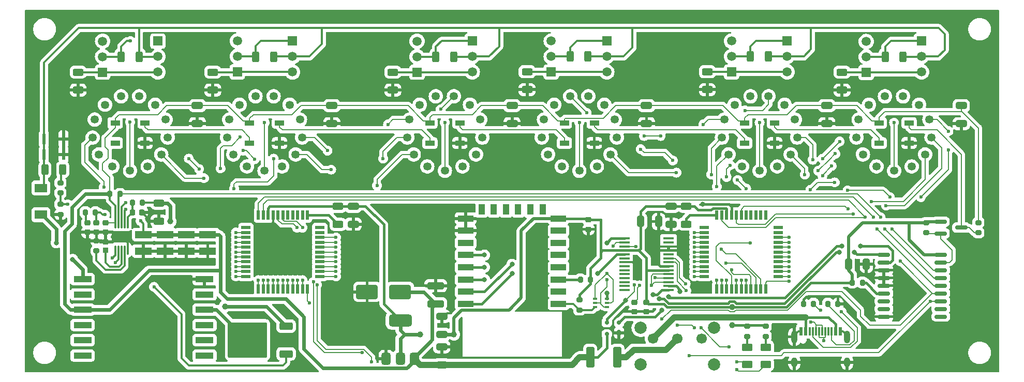
<source format=gbr>
%TF.GenerationSoftware,KiCad,Pcbnew,8.0.0*%
%TF.CreationDate,2024-03-05T13:39:49+01:00*%
%TF.ProjectId,nixie_clock_design,6e697869-655f-4636-9c6f-636b5f646573,rev?*%
%TF.SameCoordinates,Original*%
%TF.FileFunction,Copper,L1,Top*%
%TF.FilePolarity,Positive*%
%FSLAX46Y46*%
G04 Gerber Fmt 4.6, Leading zero omitted, Abs format (unit mm)*
G04 Created by KiCad (PCBNEW 8.0.0) date 2024-03-05 13:39:49*
%MOMM*%
%LPD*%
G01*
G04 APERTURE LIST*
G04 Aperture macros list*
%AMRoundRect*
0 Rectangle with rounded corners*
0 $1 Rounding radius*
0 $2 $3 $4 $5 $6 $7 $8 $9 X,Y pos of 4 corners*
0 Add a 4 corners polygon primitive as box body*
4,1,4,$2,$3,$4,$5,$6,$7,$8,$9,$2,$3,0*
0 Add four circle primitives for the rounded corners*
1,1,$1+$1,$2,$3*
1,1,$1+$1,$4,$5*
1,1,$1+$1,$6,$7*
1,1,$1+$1,$8,$9*
0 Add four rect primitives between the rounded corners*
20,1,$1+$1,$2,$3,$4,$5,0*
20,1,$1+$1,$4,$5,$6,$7,0*
20,1,$1+$1,$6,$7,$8,$9,0*
20,1,$1+$1,$8,$9,$2,$3,0*%
G04 Aperture macros list end*
%TA.AperFunction,SMDPad,CuDef*%
%ADD10RoundRect,0.200000X-0.275000X0.200000X-0.275000X-0.200000X0.275000X-0.200000X0.275000X0.200000X0*%
%TD*%
%TA.AperFunction,SMDPad,CuDef*%
%ADD11R,0.600000X1.450000*%
%TD*%
%TA.AperFunction,SMDPad,CuDef*%
%ADD12R,0.300000X1.450000*%
%TD*%
%TA.AperFunction,ComponentPad*%
%ADD13O,1.000000X2.100000*%
%TD*%
%TA.AperFunction,ComponentPad*%
%ADD14O,1.000000X1.600000*%
%TD*%
%TA.AperFunction,SMDPad,CuDef*%
%ADD15RoundRect,0.075000X0.075000X-0.650000X0.075000X0.650000X-0.075000X0.650000X-0.075000X-0.650000X0*%
%TD*%
%TA.AperFunction,HeatsinkPad*%
%ADD16R,1.880000X1.680000*%
%TD*%
%TA.AperFunction,SMDPad,CuDef*%
%ADD17RoundRect,0.200000X0.200000X0.275000X-0.200000X0.275000X-0.200000X-0.275000X0.200000X-0.275000X0*%
%TD*%
%TA.AperFunction,SMDPad,CuDef*%
%ADD18RoundRect,0.250000X-0.625000X0.312500X-0.625000X-0.312500X0.625000X-0.312500X0.625000X0.312500X0*%
%TD*%
%TA.AperFunction,SMDPad,CuDef*%
%ADD19RoundRect,0.200000X-0.200000X-0.275000X0.200000X-0.275000X0.200000X0.275000X-0.200000X0.275000X0*%
%TD*%
%TA.AperFunction,SMDPad,CuDef*%
%ADD20R,2.720000X1.220000*%
%TD*%
%TA.AperFunction,ComponentPad*%
%ADD21R,1.500000X1.500000*%
%TD*%
%TA.AperFunction,ComponentPad*%
%ADD22C,1.500000*%
%TD*%
%TA.AperFunction,SMDPad,CuDef*%
%ADD23RoundRect,0.250000X0.400000X1.450000X-0.400000X1.450000X-0.400000X-1.450000X0.400000X-1.450000X0*%
%TD*%
%TA.AperFunction,SMDPad,CuDef*%
%ADD24RoundRect,0.200000X0.275000X-0.200000X0.275000X0.200000X-0.275000X0.200000X-0.275000X-0.200000X0*%
%TD*%
%TA.AperFunction,SMDPad,CuDef*%
%ADD25RoundRect,0.250000X0.850000X0.350000X-0.850000X0.350000X-0.850000X-0.350000X0.850000X-0.350000X0*%
%TD*%
%TA.AperFunction,SMDPad,CuDef*%
%ADD26RoundRect,0.250000X1.275000X1.125000X-1.275000X1.125000X-1.275000X-1.125000X1.275000X-1.125000X0*%
%TD*%
%TA.AperFunction,SMDPad,CuDef*%
%ADD27RoundRect,0.249997X2.950003X2.650003X-2.950003X2.650003X-2.950003X-2.650003X2.950003X-2.650003X0*%
%TD*%
%TA.AperFunction,SMDPad,CuDef*%
%ADD28R,1.500000X0.900000*%
%TD*%
%TA.AperFunction,SMDPad,CuDef*%
%ADD29RoundRect,0.250000X0.625000X-0.375000X0.625000X0.375000X-0.625000X0.375000X-0.625000X-0.375000X0*%
%TD*%
%TA.AperFunction,SMDPad,CuDef*%
%ADD30RoundRect,0.225000X0.250000X-0.225000X0.250000X0.225000X-0.250000X0.225000X-0.250000X-0.225000X0*%
%TD*%
%TA.AperFunction,SMDPad,CuDef*%
%ADD31RoundRect,0.150000X-0.875000X-0.150000X0.875000X-0.150000X0.875000X0.150000X-0.875000X0.150000X0*%
%TD*%
%TA.AperFunction,SMDPad,CuDef*%
%ADD32RoundRect,0.250000X-0.650000X0.325000X-0.650000X-0.325000X0.650000X-0.325000X0.650000X0.325000X0*%
%TD*%
%TA.AperFunction,ComponentPad*%
%ADD33C,1.348000*%
%TD*%
%TA.AperFunction,SMDPad,CuDef*%
%ADD34R,2.500000X1.000000*%
%TD*%
%TA.AperFunction,SMDPad,CuDef*%
%ADD35R,1.000000X1.800000*%
%TD*%
%TA.AperFunction,SMDPad,CuDef*%
%ADD36RoundRect,0.225000X-0.225000X-0.250000X0.225000X-0.250000X0.225000X0.250000X-0.225000X0.250000X0*%
%TD*%
%TA.AperFunction,SMDPad,CuDef*%
%ADD37RoundRect,0.175000X0.175000X0.325000X-0.175000X0.325000X-0.175000X-0.325000X0.175000X-0.325000X0*%
%TD*%
%TA.AperFunction,SMDPad,CuDef*%
%ADD38RoundRect,0.150000X0.200000X0.150000X-0.200000X0.150000X-0.200000X-0.150000X0.200000X-0.150000X0*%
%TD*%
%TA.AperFunction,SMDPad,CuDef*%
%ADD39RoundRect,0.250000X0.650000X-0.325000X0.650000X0.325000X-0.650000X0.325000X-0.650000X-0.325000X0*%
%TD*%
%TA.AperFunction,SMDPad,CuDef*%
%ADD40RoundRect,0.175000X-0.825000X-0.175000X0.825000X-0.175000X0.825000X0.175000X-0.825000X0.175000X0*%
%TD*%
%TA.AperFunction,SMDPad,CuDef*%
%ADD41R,0.520000X1.500000*%
%TD*%
%TA.AperFunction,SMDPad,CuDef*%
%ADD42R,1.500000X0.520000*%
%TD*%
%TA.AperFunction,ComponentPad*%
%ADD43C,2.000000*%
%TD*%
%TA.AperFunction,ComponentPad*%
%ADD44C,1.700000*%
%TD*%
%TA.AperFunction,SMDPad,CuDef*%
%ADD45R,2.950000X1.000000*%
%TD*%
%TA.AperFunction,SMDPad,CuDef*%
%ADD46R,0.940000X0.830000*%
%TD*%
%TA.AperFunction,SMDPad,CuDef*%
%ADD47RoundRect,0.250000X0.312500X0.625000X-0.312500X0.625000X-0.312500X-0.625000X0.312500X-0.625000X0*%
%TD*%
%TA.AperFunction,SMDPad,CuDef*%
%ADD48R,0.620000X1.820000*%
%TD*%
%TA.AperFunction,SMDPad,CuDef*%
%ADD49RoundRect,0.225000X-0.250000X0.225000X-0.250000X-0.225000X0.250000X-0.225000X0.250000X0.225000X0*%
%TD*%
%TA.AperFunction,SMDPad,CuDef*%
%ADD50RoundRect,0.250000X-0.325000X-0.650000X0.325000X-0.650000X0.325000X0.650000X-0.325000X0.650000X0*%
%TD*%
%TA.AperFunction,SMDPad,CuDef*%
%ADD51R,1.750000X0.450000*%
%TD*%
%TA.AperFunction,SMDPad,CuDef*%
%ADD52RoundRect,0.250000X-0.312500X-0.625000X0.312500X-0.625000X0.312500X0.625000X-0.312500X0.625000X0*%
%TD*%
%TA.AperFunction,SMDPad,CuDef*%
%ADD53RoundRect,0.250000X1.100000X-0.325000X1.100000X0.325000X-1.100000X0.325000X-1.100000X-0.325000X0*%
%TD*%
%TA.AperFunction,SMDPad,CuDef*%
%ADD54RoundRect,0.250000X1.500000X0.900000X-1.500000X0.900000X-1.500000X-0.900000X1.500000X-0.900000X0*%
%TD*%
%TA.AperFunction,SMDPad,CuDef*%
%ADD55RoundRect,0.100000X0.225000X0.100000X-0.225000X0.100000X-0.225000X-0.100000X0.225000X-0.100000X0*%
%TD*%
%TA.AperFunction,SMDPad,CuDef*%
%ADD56RoundRect,0.375000X0.375000X-0.625000X0.375000X0.625000X-0.375000X0.625000X-0.375000X-0.625000X0*%
%TD*%
%TA.AperFunction,SMDPad,CuDef*%
%ADD57RoundRect,0.500000X1.400000X-0.500000X1.400000X0.500000X-1.400000X0.500000X-1.400000X-0.500000X0*%
%TD*%
%TA.AperFunction,SMDPad,CuDef*%
%ADD58R,2.000000X1.400000*%
%TD*%
%TA.AperFunction,ViaPad*%
%ADD59C,0.600000*%
%TD*%
%TA.AperFunction,ViaPad*%
%ADD60C,0.800000*%
%TD*%
%TA.AperFunction,ViaPad*%
%ADD61C,2.000000*%
%TD*%
%TA.AperFunction,ViaPad*%
%ADD62C,1.000000*%
%TD*%
%TA.AperFunction,Conductor*%
%ADD63C,0.200000*%
%TD*%
%TA.AperFunction,Conductor*%
%ADD64C,0.400000*%
%TD*%
%TA.AperFunction,Conductor*%
%ADD65C,0.300000*%
%TD*%
%TA.AperFunction,Conductor*%
%ADD66C,0.500000*%
%TD*%
%TA.AperFunction,Conductor*%
%ADD67C,0.600000*%
%TD*%
%TA.AperFunction,Conductor*%
%ADD68C,1.000000*%
%TD*%
G04 APERTURE END LIST*
D10*
%TO.P,R19,1*%
%TO.N,+3V3*%
X171100000Y-116850000D03*
%TO.P,R19,2*%
%TO.N,Net-(Q14A-C1)*%
X171100000Y-118500000D03*
%TD*%
D11*
%TO.P,USB1,1,GND*%
%TO.N,GND*%
X207375000Y-121967500D03*
%TO.P,USB1,2,VBUS*%
%TO.N,Net-(SW1-A)*%
X208150000Y-121967500D03*
D12*
%TO.P,USB1,3,SBU2*%
%TO.N,unconnected-(USB1-SBU2-Pad3)*%
X208850000Y-121967500D03*
%TO.P,USB1,4,CC1*%
%TO.N,Net-(USB1-CC1)*%
X209350000Y-121967500D03*
%TO.P,USB1,5,DN2*%
%TO.N,USBD-*%
X209850000Y-121967500D03*
%TO.P,USB1,6,DP1*%
%TO.N,USBD+*%
X210350000Y-121967500D03*
%TO.P,USB1,7,DN1*%
%TO.N,USBD-*%
X210850000Y-121967500D03*
%TO.P,USB1,8,DP2*%
%TO.N,USBD+*%
X211350000Y-121967500D03*
%TO.P,USB1,9,SBU1*%
%TO.N,unconnected-(USB1-SBU1-Pad9)*%
X211850000Y-121967500D03*
%TO.P,USB1,10,CC2*%
%TO.N,Net-(USB1-CC2)*%
X212350000Y-121967500D03*
D11*
%TO.P,USB1,11,VBUS*%
%TO.N,Net-(SW1-A)*%
X213050000Y-121967500D03*
%TO.P,USB1,12,GND*%
%TO.N,GND*%
X213825000Y-121967500D03*
D13*
%TO.P,USB1,13,SHIELD*%
X206280000Y-122882500D03*
D14*
X206280000Y-127062500D03*
D13*
X214920000Y-122882500D03*
D14*
X214920000Y-127062500D03*
%TD*%
D15*
%TO.P,U7,1,VC*%
%TO.N,Net-(U7-VC)*%
X95192500Y-108667500D03*
%TO.P,U7,2,FBX*%
%TO.N,Net-(U7-FBX)*%
X95692500Y-108667500D03*
%TO.P,U7,3,SS*%
%TO.N,Net-(U7-SS)*%
X96192500Y-108667500D03*
%TO.P,U7,4,RT*%
%TO.N,Net-(U7-RT)*%
X96692500Y-108667500D03*
%TO.P,U7,5,SYNC*%
%TO.N,GND*%
X97192500Y-108667500D03*
%TO.P,U7,6,SENSE*%
%TO.N,Net-(U7-SENSE)*%
X97192500Y-104367500D03*
%TO.P,U7,7,GATE*%
%TO.N,Net-(Q15-G)*%
X96692500Y-104367500D03*
%TO.P,U7,8,INTVCC*%
%TO.N,+5V*%
X96192500Y-104367500D03*
%TO.P,U7,9,~{SHDN}/UVLO*%
%TO.N,HV_SHDN*%
X95692500Y-104367500D03*
%TO.P,U7,10,VIN*%
%TO.N,+5V*%
X95192500Y-104367500D03*
D16*
%TO.P,U7,11,GND*%
%TO.N,GND*%
X96192500Y-106517500D03*
%TD*%
D17*
%TO.P,R20,1*%
%TO.N,Net-(USB1-CC1)*%
X209425000Y-117500000D03*
%TO.P,R20,2*%
%TO.N,GND*%
X207775000Y-117500000D03*
%TD*%
D18*
%TO.P,R31,1*%
%TO.N,+3V3*%
X188600000Y-101500000D03*
%TO.P,R31,2*%
%TO.N,Net-(U2-DATAIN)*%
X188600000Y-104425000D03*
%TD*%
D19*
%TO.P,R26,1*%
%TO.N,Net-(U7-SENSE)*%
X97975000Y-100900000D03*
%TO.P,R26,2*%
%TO.N,Net-(Q15-S)*%
X99625000Y-100900000D03*
%TD*%
D20*
%TO.P,C16,1*%
%TO.N,+5V*%
X99800000Y-106150000D03*
%TO.P,C16,2*%
%TO.N,GND*%
X99800000Y-108850000D03*
%TD*%
D21*
%TO.P,Q4,1,B*%
%TO.N,Net-(Q10-E)*%
X227100000Y-74420000D03*
D22*
%TO.P,Q4,2,E*%
%TO.N,+170V*%
X227100000Y-76960000D03*
%TO.P,Q4,3,C*%
%TO.N,Net-(Q10-B)*%
X227100000Y-79500000D03*
%TD*%
D23*
%TO.P,F1,1*%
%TO.N,Net-(SW1-B)*%
X177325000Y-126225000D03*
%TO.P,F1,2*%
%TO.N,+5V*%
X172875000Y-126225000D03*
%TD*%
D24*
%TO.P,R15,1*%
%TO.N,Net-(D2-A)*%
X198600000Y-122825000D03*
%TO.P,R15,2*%
%TO.N,+3V3*%
X198600000Y-121175000D03*
%TD*%
D25*
%TO.P,Q15,1,G*%
%TO.N,Net-(Q15-G)*%
X123117500Y-125677500D03*
D26*
%TO.P,Q15,2,D*%
%TO.N,Net-(Q15-D)*%
X118492500Y-124922500D03*
X118492500Y-121872500D03*
D27*
X116817500Y-123397500D03*
D26*
X115142500Y-124922500D03*
X115142500Y-121872500D03*
D25*
%TO.P,Q15,3,S*%
%TO.N,Net-(Q15-S)*%
X123117500Y-121117500D03*
%TD*%
D18*
%TO.P,R1,1*%
%TO.N,Net-(Q1-C)*%
X140600000Y-79537500D03*
%TO.P,R1,2*%
%TO.N,GND*%
X140600000Y-82462500D03*
%TD*%
D28*
%TO.P,LED1,1,VCC*%
%TO.N,+5V*%
X95150000Y-87850000D03*
%TO.P,LED1,2,DO*%
%TO.N,unconnected-(LED1-DO-Pad2)*%
X95150000Y-91150000D03*
%TO.P,LED1,3,GND*%
%TO.N,GND*%
X100050000Y-91150000D03*
%TO.P,LED1,4,DIN*%
%TO.N,Net-(LED1-DIN)*%
X100050000Y-87850000D03*
%TD*%
D21*
%TO.P,Q10,1,B*%
%TO.N,Net-(Q10-B)*%
X218050000Y-79587500D03*
D22*
%TO.P,Q10,2,E*%
%TO.N,Net-(Q10-E)*%
X218050000Y-77047500D03*
%TO.P,Q10,3,C*%
%TO.N,Net-(Q10-C)*%
X218050000Y-74507500D03*
%TD*%
D29*
%TO.P,D1,1,K*%
%TO.N,Net-(D1-K)*%
X201600000Y-127400000D03*
%TO.P,D1,2,A*%
%TO.N,Net-(D1-A)*%
X201600000Y-124600000D03*
%TD*%
D28*
%TO.P,LED4,1,VCC*%
%TO.N,+5V*%
X168650000Y-87850000D03*
%TO.P,LED4,2,DO*%
%TO.N,Net-(LED3-DIN)*%
X168650000Y-91150000D03*
%TO.P,LED4,3,GND*%
%TO.N,GND*%
X173550000Y-91150000D03*
%TO.P,LED4,4,DIN*%
%TO.N,Net-(LED4-DIN)*%
X173550000Y-87850000D03*
%TD*%
D30*
%TO.P,C6,1*%
%TO.N,GND*%
X172600000Y-105275000D03*
%TO.P,C6,2*%
%TO.N,+3V3*%
X172600000Y-103725000D03*
%TD*%
D21*
%TO.P,Q8,1,B*%
%TO.N,Net-(Q2-C)*%
X115137500Y-79500000D03*
D22*
%TO.P,Q8,2,E*%
%TO.N,Net-(Q2-B)*%
X115137500Y-76960000D03*
%TO.P,Q8,3,C*%
%TO.N,Net-(Q8-C)*%
X115137500Y-74420000D03*
%TD*%
D31*
%TO.P,U5,1,SCL*%
%TO.N,Net-(U5-SCL)*%
X220950000Y-109420000D03*
%TO.P,U5,2,SDA*%
%TO.N,Net-(U5-SDA)*%
X220950000Y-110690000D03*
%TO.P,U5,3,A2*%
%TO.N,GND*%
X220950000Y-111960000D03*
%TO.P,U5,4,A1*%
X220950000Y-113230000D03*
%TO.P,U5,5,A0*%
X220950000Y-114500000D03*
%TO.P,U5,6,~{RESET}*%
%TO.N,Net-(U5-~{RESET})*%
X220950000Y-115770000D03*
%TO.P,U5,7*%
%TO.N,N/C*%
X220950000Y-117040000D03*
%TO.P,U5,8,INT*%
%TO.N,unconnected-(U5-INT-Pad8)*%
X220950000Y-118310000D03*
%TO.P,U5,9,GND*%
%TO.N,GND*%
X220950000Y-119580000D03*
%TO.P,U5,10,GPB0*%
%TO.N,unconnected-(U5-GPB0-Pad10)*%
X230250000Y-119580000D03*
%TO.P,U5,11,GPB1*%
%TO.N,unconnected-(U5-GPB1-Pad11)*%
X230250000Y-118310000D03*
%TO.P,U5,12,GPB2*%
%TO.N,/Logic&PSU/HVOE*%
X230250000Y-117040000D03*
%TO.P,U5,13,GPB3*%
%TO.N,/Logic&PSU/HVCLK*%
X230250000Y-115770000D03*
%TO.P,U5,14,GPB4*%
%TO.N,/Logic&PSU/HVSTR*%
X230250000Y-114500000D03*
%TO.P,U5,15,GPB5*%
%TO.N,/Logic&PSU/HVDATA*%
X230250000Y-113230000D03*
%TO.P,U5,16,GPB6*%
%TO.N,HV_SHDN*%
X230250000Y-111960000D03*
%TO.P,U5,17,GPB7*%
%TO.N,Net-(Q13-S)*%
X230250000Y-110690000D03*
%TO.P,U5,18,VCC*%
%TO.N,+3V3*%
X230250000Y-109420000D03*
%TD*%
D32*
%TO.P,C11,1*%
%TO.N,+5V*%
X160100000Y-85025000D03*
%TO.P,C11,2*%
%TO.N,GND*%
X160100000Y-87975000D03*
%TD*%
D33*
%TO.P,N6,0,0*%
%TO.N,/Nixie Driver/60*%
X217505800Y-93016300D03*
%TO.P,N6,1,1*%
%TO.N,/Nixie Driver/61*%
X227694200Y-93016300D03*
%TO.P,N6,2,2*%
%TO.N,/Nixie Driver/62*%
X228744800Y-90246100D03*
%TO.P,N6,3,3*%
%TO.N,/Nixie Driver/63*%
X228387700Y-87305000D03*
%TO.P,N6,4,4*%
%TO.N,/Nixie Driver/64*%
X226704700Y-84866800D03*
%TO.P,N6,5,5*%
%TO.N,/Nixie Driver/65*%
X224081300Y-83489900D03*
%TO.P,N6,6,6*%
%TO.N,/Nixie Driver/66*%
X221118700Y-83489900D03*
%TO.P,N6,7,7*%
%TO.N,/Nixie Driver/67*%
X218495300Y-84866800D03*
%TO.P,N6,8,8*%
%TO.N,/Nixie Driver/68*%
X216812300Y-87305000D03*
%TO.P,N6,9,9*%
%TO.N,/Nixie Driver/69*%
X216455200Y-90246100D03*
%TO.P,N6,A,A*%
%TO.N,Net-(Q10-C)*%
X222600000Y-95689900D03*
%TO.P,N6,LHDP,LHDP*%
%TO.N,unconnected-(N6-PadLHDP)*%
X225476600Y-94980900D03*
%TO.P,N6,RHDP,RHDP*%
%TO.N,unconnected-(N6-PadRHDP)*%
X219723400Y-94980900D03*
%TD*%
D34*
%TO.P,U6,1,~{RST}*%
%TO.N,Net-(Q14A-C1)*%
X167700000Y-117500000D03*
%TO.P,U6,2,ADC*%
%TO.N,unconnected-(U6-ADC-Pad2)*%
X167700000Y-115500000D03*
%TO.P,U6,3,EN*%
%TO.N,Net-(U6-EN)*%
X167700000Y-113500000D03*
%TO.P,U6,4,GPIO16*%
%TO.N,unconnected-(U6-GPIO16-Pad4)*%
X167700000Y-111500000D03*
%TO.P,U6,5,GPIO14*%
%TO.N,unconnected-(U6-GPIO14-Pad5)*%
X167700000Y-109500000D03*
%TO.P,U6,6,GPIO12*%
%TO.N,unconnected-(U6-GPIO12-Pad6)*%
X167700000Y-107500000D03*
%TO.P,U6,7,GPIO13*%
%TO.N,unconnected-(U6-GPIO13-Pad7)*%
X167700000Y-105500000D03*
%TO.P,U6,8,VCC*%
%TO.N,+3V3*%
X167700000Y-103500000D03*
D35*
%TO.P,U6,9,CS0*%
%TO.N,unconnected-(U6-CS0-Pad9)*%
X165100000Y-102000000D03*
%TO.P,U6,10,MISO*%
%TO.N,unconnected-(U6-MISO-Pad10)*%
X163100000Y-102000000D03*
%TO.P,U6,11,GPIO9*%
%TO.N,unconnected-(U6-GPIO9-Pad11)*%
X161100000Y-102000000D03*
%TO.P,U6,12,GPIO10*%
%TO.N,unconnected-(U6-GPIO10-Pad12)*%
X159100000Y-102000000D03*
%TO.P,U6,13,MOSI*%
%TO.N,unconnected-(U6-MOSI-Pad13)*%
X157100000Y-102000000D03*
%TO.P,U6,14,SCLK*%
%TO.N,unconnected-(U6-SCLK-Pad14)*%
X155100000Y-102000000D03*
D34*
%TO.P,U6,15,GND*%
%TO.N,GND*%
X152500000Y-103500000D03*
%TO.P,U6,16,GPIO15*%
X152500000Y-105500000D03*
%TO.P,U6,17,GPIO2*%
%TO.N,unconnected-(U6-GPIO2-Pad17)*%
X152500000Y-107500000D03*
%TO.P,U6,18,GPIO0*%
%TO.N,Net-(Q14B-C2)*%
X152500000Y-109500000D03*
%TO.P,U6,19,GPIO4*%
%TO.N,Net-(U5-SDA)*%
X152500000Y-111500000D03*
%TO.P,U6,20,GPIO5*%
%TO.N,Net-(U5-SCL)*%
X152500000Y-113500000D03*
%TO.P,U6,21,GPIO3/RXD*%
%TO.N,RX*%
X152500000Y-115500000D03*
%TO.P,U6,22,GPIO1/TXD*%
%TO.N,TX*%
X152500000Y-117500000D03*
%TD*%
D36*
%TO.P,C23,1*%
%TO.N,Net-(U7-SENSE)*%
X98000000Y-102500000D03*
%TO.P,C23,2*%
%TO.N,GND*%
X99550000Y-102500000D03*
%TD*%
D37*
%TO.P,D3,1,GND*%
%TO.N,GND*%
X177600000Y-122250000D03*
D38*
%TO.P,D3,2,I/O1*%
%TO.N,USBD-*%
X177600000Y-120550000D03*
%TO.P,D3,3,I/O2*%
%TO.N,USBD+*%
X175600000Y-120550000D03*
%TO.P,D3,4,VCC*%
%TO.N,+5V*%
X175600000Y-122450000D03*
%TD*%
D21*
%TO.P,Q3,1,B*%
%TO.N,Net-(Q3-B)*%
X102150000Y-74450000D03*
D22*
%TO.P,Q3,2,E*%
%TO.N,+170V*%
X102150000Y-76990000D03*
%TO.P,Q3,3,C*%
%TO.N,Net-(Q3-C)*%
X102150000Y-79530000D03*
%TD*%
D39*
%TO.P,C12,1*%
%TO.N,+5V*%
X148600000Y-127475000D03*
%TO.P,C12,2*%
%TO.N,GND*%
X148600000Y-124525000D03*
%TD*%
D40*
%TO.P,Q13,1,G*%
%TO.N,+3V3*%
X230200000Y-104050000D03*
%TO.P,Q13,2,S*%
%TO.N,Net-(Q13-S)*%
X230200000Y-105950000D03*
%TO.P,Q13,3,D*%
%TO.N,/Logic&PSU/LED_DATA*%
X233600000Y-105000000D03*
%TD*%
D32*
%TO.P,C27,1*%
%TO.N,+5V*%
X108600000Y-85025000D03*
%TO.P,C27,2*%
%TO.N,GND*%
X108600000Y-87975000D03*
%TD*%
D41*
%TO.P,U1,1,HV11*%
%TO.N,/Nixie Driver/21*%
X118600000Y-115050000D03*
%TO.P,U1,2,HV12*%
%TO.N,/Nixie Driver/22*%
X119400000Y-115050000D03*
%TO.P,U1,3,HV13*%
%TO.N,/Nixie Driver/23*%
X120200000Y-115050000D03*
%TO.P,U1,4,HV14*%
%TO.N,/Nixie Driver/24*%
X121000000Y-115050000D03*
%TO.P,U1,5,HV15*%
%TO.N,/Nixie Driver/25*%
X121800000Y-115050000D03*
%TO.P,U1,6,HV16*%
%TO.N,/Nixie Driver/26*%
X122600000Y-115050000D03*
%TO.P,U1,7,HV17*%
%TO.N,/Nixie Driver/27*%
X123400000Y-115050000D03*
%TO.P,U1,8,HV18*%
%TO.N,/Nixie Driver/28*%
X124200000Y-115050000D03*
%TO.P,U1,9,HV19*%
%TO.N,/Nixie Driver/29*%
X125000000Y-115050000D03*
%TO.P,U1,10,HV20*%
%TO.N,/Nixie Driver/20*%
X125800000Y-115050000D03*
%TO.P,U1,11,HV21*%
%TO.N,/Nixie Driver/31*%
X126600000Y-115050000D03*
D42*
%TO.P,U1,12,HV22*%
%TO.N,/Nixie Driver/32*%
X128650000Y-113000000D03*
%TO.P,U1,13,HV23*%
%TO.N,/Nixie Driver/33*%
X128650000Y-112200000D03*
%TO.P,U1,14,HV24*%
%TO.N,/Nixie Driver/34*%
X128650000Y-111400000D03*
%TO.P,U1,15,HV25*%
%TO.N,/Nixie Driver/35*%
X128650000Y-110600000D03*
%TO.P,U1,16,HV26*%
%TO.N,/Nixie Driver/36*%
X128650000Y-109800000D03*
%TO.P,U1,17,HV27*%
%TO.N,/Nixie Driver/37*%
X128650000Y-109000000D03*
%TO.P,U1,18,HV28*%
%TO.N,/Nixie Driver/38*%
X128650000Y-108200000D03*
%TO.P,U1,19,HV29*%
%TO.N,/Nixie Driver/39*%
X128650000Y-107400000D03*
%TO.P,U1,20,HV30*%
%TO.N,/Nixie Driver/30*%
X128650000Y-106600000D03*
%TO.P,U1,21,HV31*%
%TO.N,unconnected-(U1-HV31-Pad21)*%
X128650000Y-105800000D03*
%TO.P,U1,22,HV32*%
%TO.N,unconnected-(U1-HV32-Pad22)*%
X128650000Y-105000000D03*
D41*
%TO.P,U1,23,DATAOUT*%
%TO.N,Net-(U1-DATAOUT)*%
X126600000Y-102950000D03*
%TO.P,U1,24,N/C*%
%TO.N,unconnected-(U1-N{slash}C-Pad24)*%
X125800000Y-102950000D03*
%TO.P,U1,25,N/C*%
%TO.N,unconnected-(U1-N{slash}C-Pad25)*%
X125000000Y-102950000D03*
%TO.P,U1,26,N/C*%
%TO.N,unconnected-(U1-N{slash}C-Pad26)*%
X124200000Y-102950000D03*
%TO.P,U1,27,N/C*%
%TO.N,unconnected-(U1-N{slash}C-Pad27)*%
X123400000Y-102950000D03*
%TO.P,U1,28,OE*%
%TO.N,/Logic&PSU/HVOE*%
X122600000Y-102950000D03*
%TO.P,U1,29,CLK*%
%TO.N,/Logic&PSU/HVCLK*%
X121800000Y-102950000D03*
%TO.P,U1,30,GND*%
%TO.N,GND*%
X121000000Y-102950000D03*
%TO.P,U1,31,VDD*%
%TO.N,+3V3*%
X120200000Y-102950000D03*
%TO.P,U1,32,STR*%
%TO.N,/Logic&PSU/HVSTR*%
X119400000Y-102950000D03*
%TO.P,U1,33,DATAIN*%
%TO.N,/Logic&PSU/HVDATA*%
X118600000Y-102950000D03*
D42*
%TO.P,U1,34,N/C*%
%TO.N,unconnected-(U1-N{slash}C-Pad34)*%
X116550000Y-105000000D03*
%TO.P,U1,35,HV1*%
%TO.N,/Nixie Driver/11*%
X116550000Y-105800000D03*
%TO.P,U1,36,HV2*%
%TO.N,/Nixie Driver/12*%
X116550000Y-106600000D03*
%TO.P,U1,37,HV3*%
%TO.N,/Nixie Driver/13*%
X116550000Y-107400000D03*
%TO.P,U1,38,HV4*%
%TO.N,/Nixie Driver/14*%
X116550000Y-108200000D03*
%TO.P,U1,39,HV5*%
%TO.N,/Nixie Driver/15*%
X116550000Y-109000000D03*
%TO.P,U1,40,HV6*%
%TO.N,/Nixie Driver/16*%
X116550000Y-109800000D03*
%TO.P,U1,41,HV7*%
%TO.N,/Nixie Driver/17*%
X116550000Y-110600000D03*
%TO.P,U1,42,HV8*%
%TO.N,/Nixie Driver/18*%
X116550000Y-111400000D03*
%TO.P,U1,43,HV9*%
%TO.N,/Nixie Driver/19*%
X116550000Y-112200000D03*
%TO.P,U1,44,HV10*%
%TO.N,/Nixie Driver/10*%
X116550000Y-113000000D03*
%TD*%
D32*
%TO.P,C1,1*%
%TO.N,+3V3*%
X134100000Y-101500000D03*
%TO.P,C1,2*%
%TO.N,GND*%
X134100000Y-104450000D03*
%TD*%
D24*
%TO.P,R14,1*%
%TO.N,Net-(D1-A)*%
X201600000Y-122825000D03*
%TO.P,R14,2*%
%TO.N,+3V3*%
X201600000Y-121175000D03*
%TD*%
D43*
%TO.P,SW1,*%
%TO.N,*%
X181142500Y-121417500D03*
X181142500Y-127417500D03*
X193142500Y-121417500D03*
X193142500Y-127417500D03*
D44*
%TO.P,SW1,1,A*%
%TO.N,Net-(SW1-A)*%
X183142500Y-123167500D03*
%TO.P,SW1,2,B*%
%TO.N,Net-(SW1-B)*%
X187142500Y-123167500D03*
%TO.P,SW1,3,C*%
%TO.N,unconnected-(SW1-C-Pad3)*%
X191142500Y-123167500D03*
%TD*%
D21*
%TO.P,Q9,1,B*%
%TO.N,Net-(Q3-C)*%
X93100000Y-79540000D03*
D22*
%TO.P,Q9,2,E*%
%TO.N,Net-(Q3-B)*%
X93100000Y-77000000D03*
%TO.P,Q9,3,C*%
%TO.N,Net-(Q9-C)*%
X93100000Y-74460000D03*
%TD*%
D45*
%TO.P,T1,1,SB*%
%TO.N,Net-(D5-A)*%
X89825000Y-113450000D03*
%TO.P,T1,2*%
%TO.N,N/C*%
X89825000Y-115950000D03*
%TO.P,T1,3,AA*%
%TO.N,+5V*%
X89825000Y-118450000D03*
%TO.P,T1,4*%
%TO.N,N/C*%
X89825000Y-120950000D03*
%TO.P,T1,5*%
X89825000Y-123450000D03*
%TO.P,T1,6*%
X89825000Y-125950000D03*
%TO.P,T1,7*%
X109775000Y-125950000D03*
%TO.P,T1,8*%
X109775000Y-123450000D03*
%TO.P,T1,9*%
X109775000Y-120950000D03*
%TO.P,T1,10,AB*%
%TO.N,Net-(Q15-D)*%
X109775000Y-118450000D03*
%TO.P,T1,11*%
%TO.N,N/C*%
X109775000Y-115950000D03*
%TO.P,T1,12,SA*%
%TO.N,GND*%
X109775000Y-113450000D03*
%TD*%
D28*
%TO.P,LED3,1,VCC*%
%TO.N,+5V*%
X146650000Y-87850000D03*
%TO.P,LED3,2,DO*%
%TO.N,Net-(LED2-DIN)*%
X146650000Y-91150000D03*
%TO.P,LED3,3,GND*%
%TO.N,GND*%
X151550000Y-91150000D03*
%TO.P,LED3,4,DIN*%
%TO.N,Net-(LED3-DIN)*%
X151550000Y-87850000D03*
%TD*%
D46*
%TO.P,C20,1*%
%TO.N,Net-(U7-SS)*%
X93600000Y-108660000D03*
%TO.P,C20,2*%
%TO.N,GND*%
X93600000Y-107340000D03*
%TD*%
D47*
%TO.P,R11,1*%
%TO.N,+170V*%
X202012500Y-76932500D03*
%TO.P,R11,2*%
%TO.N,Net-(Q11-E)*%
X199087500Y-76932500D03*
%TD*%
D20*
%TO.P,C15,1*%
%TO.N,+5V*%
X110300000Y-106150000D03*
%TO.P,C15,2*%
%TO.N,GND*%
X110300000Y-108850000D03*
%TD*%
D48*
%TO.P,C24,1*%
%TO.N,+170V*%
X83500000Y-90500000D03*
%TO.P,C24,2*%
%TO.N,GND*%
X86700000Y-90500000D03*
%TD*%
D32*
%TO.P,C26,1*%
%TO.N,+5V*%
X130600000Y-85025000D03*
%TO.P,C26,2*%
%TO.N,GND*%
X130600000Y-87975000D03*
%TD*%
D19*
%TO.P,R16,1*%
%TO.N,+3V3*%
X215775000Y-114000000D03*
%TO.P,R16,2*%
%TO.N,Net-(U5-~{RESET})*%
X217425000Y-114000000D03*
%TD*%
D21*
%TO.P,Q1,1,B*%
%TO.N,Net-(Q1-B)*%
X153600000Y-74420000D03*
D22*
%TO.P,Q1,2,E*%
%TO.N,+170V*%
X153600000Y-76960000D03*
%TO.P,Q1,3,C*%
%TO.N,Net-(Q1-C)*%
X153600000Y-79500000D03*
%TD*%
D17*
%TO.P,R25,1*%
%TO.N,Net-(U7-VC)*%
X91925000Y-102500000D03*
%TO.P,R25,2*%
%TO.N,Net-(C22-Pad1)*%
X90275000Y-102500000D03*
%TD*%
D49*
%TO.P,C21,1*%
%TO.N,Net-(U7-VC)*%
X92100000Y-104225000D03*
%TO.P,C21,2*%
%TO.N,GND*%
X92100000Y-105775000D03*
%TD*%
D10*
%TO.P,R17,1*%
%TO.N,+3V3*%
X227900000Y-104175000D03*
%TO.P,R17,2*%
%TO.N,Net-(Q13-S)*%
X227900000Y-105825000D03*
%TD*%
D18*
%TO.P,R3,1*%
%TO.N,Net-(Q3-C)*%
X89100000Y-79537500D03*
%TO.P,R3,2*%
%TO.N,GND*%
X89100000Y-82462500D03*
%TD*%
%TO.P,R4,1*%
%TO.N,Net-(Q10-B)*%
X214100000Y-79537500D03*
%TO.P,R4,2*%
%TO.N,GND*%
X214100000Y-82462500D03*
%TD*%
D21*
%TO.P,Q6,1,B*%
%TO.N,Net-(Q12-E)*%
X175600000Y-74420000D03*
D22*
%TO.P,Q6,2,E*%
%TO.N,+170V*%
X175600000Y-76960000D03*
%TO.P,Q6,3,C*%
%TO.N,Net-(Q12-B)*%
X175600000Y-79500000D03*
%TD*%
D10*
%TO.P,R29,1*%
%TO.N,Net-(R28-Pad2)*%
X86200000Y-97675000D03*
%TO.P,R29,2*%
%TO.N,Net-(U7-FBX)*%
X86200000Y-99325000D03*
%TD*%
D32*
%TO.P,C10,1*%
%TO.N,+5V*%
X182100000Y-85025000D03*
%TO.P,C10,2*%
%TO.N,GND*%
X182100000Y-87975000D03*
%TD*%
D18*
%TO.P,R5,1*%
%TO.N,Net-(Q11-B)*%
X192050000Y-79470000D03*
%TO.P,R5,2*%
%TO.N,GND*%
X192050000Y-82395000D03*
%TD*%
D50*
%TO.P,C9,1*%
%TO.N,+3V3*%
X215125000Y-111000000D03*
%TO.P,C9,2*%
%TO.N,GND*%
X218075000Y-111000000D03*
%TD*%
%TO.P,C5,1*%
%TO.N,+3V3*%
X181125000Y-104000000D03*
%TO.P,C5,2*%
%TO.N,GND*%
X184075000Y-104000000D03*
%TD*%
D51*
%TO.P,U4,1,TXD*%
%TO.N,RX*%
X178500000Y-106775000D03*
%TO.P,U4,2,DTR*%
%TO.N,DTR*%
X178500000Y-107425000D03*
%TO.P,U4,3,RTS*%
%TO.N,RTS*%
X178500000Y-108075000D03*
%TO.P,U4,4,VCCIO*%
%TO.N,+3V3*%
X178500000Y-108725000D03*
%TO.P,U4,5,RXD*%
%TO.N,TX*%
X178500000Y-109375000D03*
%TO.P,U4,6,RI*%
%TO.N,unconnected-(U4-RI-Pad6)*%
X178500000Y-110025000D03*
%TO.P,U4,7,GND*%
%TO.N,GND*%
X178500000Y-110675000D03*
%TO.P,U4,8*%
%TO.N,N/C*%
X178500000Y-111325000D03*
%TO.P,U4,9,DCR*%
%TO.N,unconnected-(U4-DCR-Pad9)*%
X178500000Y-111975000D03*
%TO.P,U4,10,DCD*%
%TO.N,unconnected-(U4-DCD-Pad10)*%
X178500000Y-112625000D03*
%TO.P,U4,11,CTS*%
%TO.N,unconnected-(U4-CTS-Pad11)*%
X178500000Y-113275000D03*
%TO.P,U4,12,CBUS4*%
%TO.N,unconnected-(U4-CBUS4-Pad12)*%
X178500000Y-113925000D03*
%TO.P,U4,13,CBUS2*%
%TO.N,unconnected-(U4-CBUS2-Pad13)*%
X178500000Y-114575000D03*
%TO.P,U4,14,CBUS3*%
%TO.N,unconnected-(U4-CBUS3-Pad14)*%
X178500000Y-115225000D03*
%TO.P,U4,15,USBD+*%
%TO.N,USBD+*%
X185700000Y-115225000D03*
%TO.P,U4,16,USBD-*%
%TO.N,USBD-*%
X185700000Y-114575000D03*
%TO.P,U4,17,3V3OUT*%
%TO.N,Net-(U4-3V3OUT)*%
X185700000Y-113925000D03*
%TO.P,U4,18,GND*%
%TO.N,GND*%
X185700000Y-113275000D03*
%TO.P,U4,19,~{RESET}*%
%TO.N,Net-(U4-3V3OUT)*%
X185700000Y-112625000D03*
%TO.P,U4,20,VCC*%
%TO.N,+3V3*%
X185700000Y-111975000D03*
%TO.P,U4,21,GND*%
%TO.N,GND*%
X185700000Y-111325000D03*
%TO.P,U4,22,CBUS1*%
%TO.N,Net-(D1-K)*%
X185700000Y-110675000D03*
%TO.P,U4,23,CBUS0*%
%TO.N,Net-(D2-K)*%
X185700000Y-110025000D03*
%TO.P,U4,24*%
%TO.N,N/C*%
X185700000Y-109375000D03*
%TO.P,U4,25,AGND*%
%TO.N,GND*%
X185700000Y-108725000D03*
%TO.P,U4,26,TEST*%
X185700000Y-108075000D03*
%TO.P,U4,27,OSCI*%
%TO.N,unconnected-(U4-OSCI-Pad27)*%
X185700000Y-107425000D03*
%TO.P,U4,28,OSCO*%
%TO.N,unconnected-(U4-OSCO-Pad28)*%
X185700000Y-106775000D03*
%TD*%
D47*
%TO.P,R12,1*%
%TO.N,+170V*%
X172512500Y-76932500D03*
%TO.P,R12,2*%
%TO.N,Net-(Q12-E)*%
X169587500Y-76932500D03*
%TD*%
D39*
%TO.P,C13,1*%
%TO.N,+3V3*%
X148600000Y-122475000D03*
%TO.P,C13,2*%
%TO.N,GND*%
X148600000Y-119525000D03*
%TD*%
D49*
%TO.P,C4,1*%
%TO.N,+3V3*%
X182100000Y-117225000D03*
%TO.P,C4,2*%
%TO.N,GND*%
X182100000Y-118775000D03*
%TD*%
D47*
%TO.P,R7,1*%
%TO.N,+170V*%
X150562500Y-77000000D03*
%TO.P,R7,2*%
%TO.N,Net-(Q1-B)*%
X147637500Y-77000000D03*
%TD*%
D21*
%TO.P,Q12,1,B*%
%TO.N,Net-(Q12-B)*%
X166500000Y-79520000D03*
D22*
%TO.P,Q12,2,E*%
%TO.N,Net-(Q12-E)*%
X166500000Y-76980000D03*
%TO.P,Q12,3,C*%
%TO.N,Net-(Q12-C)*%
X166500000Y-74440000D03*
%TD*%
D18*
%TO.P,R6,1*%
%TO.N,Net-(Q12-B)*%
X162550000Y-79470000D03*
%TO.P,R6,2*%
%TO.N,GND*%
X162550000Y-82395000D03*
%TD*%
%TO.P,R27,1*%
%TO.N,Net-(Q15-S)*%
X102300000Y-101000000D03*
%TO.P,R27,2*%
%TO.N,GND*%
X102300000Y-103925000D03*
%TD*%
D49*
%TO.P,C19,1*%
%TO.N,+5V*%
X93600000Y-104225000D03*
%TO.P,C19,2*%
%TO.N,GND*%
X93600000Y-105775000D03*
%TD*%
D41*
%TO.P,U2,1,HV11*%
%TO.N,/Nixie Driver/51*%
X193600000Y-115050000D03*
%TO.P,U2,2,HV12*%
%TO.N,/Nixie Driver/52*%
X194400000Y-115050000D03*
%TO.P,U2,3,HV13*%
%TO.N,/Nixie Driver/53*%
X195200000Y-115050000D03*
%TO.P,U2,4,HV14*%
%TO.N,/Nixie Driver/54*%
X196000000Y-115050000D03*
%TO.P,U2,5,HV15*%
%TO.N,/Nixie Driver/55*%
X196800000Y-115050000D03*
%TO.P,U2,6,HV16*%
%TO.N,/Nixie Driver/56*%
X197600000Y-115050000D03*
%TO.P,U2,7,HV17*%
%TO.N,/Nixie Driver/57*%
X198400000Y-115050000D03*
%TO.P,U2,8,HV18*%
%TO.N,/Nixie Driver/58*%
X199200000Y-115050000D03*
%TO.P,U2,9,HV19*%
%TO.N,/Nixie Driver/59*%
X200000000Y-115050000D03*
%TO.P,U2,10,HV20*%
%TO.N,/Nixie Driver/50*%
X200800000Y-115050000D03*
%TO.P,U2,11,HV21*%
%TO.N,/Nixie Driver/61*%
X201600000Y-115050000D03*
D42*
%TO.P,U2,12,HV22*%
%TO.N,/Nixie Driver/62*%
X203650000Y-113000000D03*
%TO.P,U2,13,HV23*%
%TO.N,/Nixie Driver/63*%
X203650000Y-112200000D03*
%TO.P,U2,14,HV24*%
%TO.N,/Nixie Driver/64*%
X203650000Y-111400000D03*
%TO.P,U2,15,HV25*%
%TO.N,/Nixie Driver/65*%
X203650000Y-110600000D03*
%TO.P,U2,16,HV26*%
%TO.N,/Nixie Driver/66*%
X203650000Y-109800000D03*
%TO.P,U2,17,HV27*%
%TO.N,/Nixie Driver/67*%
X203650000Y-109000000D03*
%TO.P,U2,18,HV28*%
%TO.N,/Nixie Driver/68*%
X203650000Y-108200000D03*
%TO.P,U2,19,HV29*%
%TO.N,/Nixie Driver/69*%
X203650000Y-107400000D03*
%TO.P,U2,20,HV30*%
%TO.N,/Nixie Driver/60*%
X203650000Y-106600000D03*
%TO.P,U2,21,HV31*%
%TO.N,unconnected-(U2-HV31-Pad21)*%
X203650000Y-105800000D03*
%TO.P,U2,22,HV32*%
%TO.N,unconnected-(U2-HV32-Pad22)*%
X203650000Y-105000000D03*
D41*
%TO.P,U2,23,DATAOUT*%
%TO.N,unconnected-(U2-DATAOUT-Pad23)*%
X201600000Y-102950000D03*
%TO.P,U2,24,N/C*%
%TO.N,unconnected-(U2-N{slash}C-Pad24)*%
X200800000Y-102950000D03*
%TO.P,U2,25,N/C*%
%TO.N,unconnected-(U2-N{slash}C-Pad25)*%
X200000000Y-102950000D03*
%TO.P,U2,26,N/C*%
%TO.N,unconnected-(U2-N{slash}C-Pad26)*%
X199200000Y-102950000D03*
%TO.P,U2,27,N/C*%
%TO.N,unconnected-(U2-N{slash}C-Pad27)*%
X198400000Y-102950000D03*
%TO.P,U2,28,OE*%
%TO.N,/Logic&PSU/HVOE*%
X197600000Y-102950000D03*
%TO.P,U2,29,CLK*%
%TO.N,/Logic&PSU/HVCLK*%
X196800000Y-102950000D03*
%TO.P,U2,30,GND*%
%TO.N,GND*%
X196000000Y-102950000D03*
%TO.P,U2,31,VDD*%
%TO.N,+3V3*%
X195200000Y-102950000D03*
%TO.P,U2,32,STR*%
%TO.N,/Logic&PSU/HVSTR*%
X194400000Y-102950000D03*
%TO.P,U2,33,DATAIN*%
%TO.N,Net-(U2-DATAIN)*%
X193600000Y-102950000D03*
D42*
%TO.P,U2,34,N/C*%
%TO.N,unconnected-(U2-N{slash}C-Pad34)*%
X191550000Y-105000000D03*
%TO.P,U2,35,HV1*%
%TO.N,/Nixie Driver/41*%
X191550000Y-105800000D03*
%TO.P,U2,36,HV2*%
%TO.N,/Nixie Driver/42*%
X191550000Y-106600000D03*
%TO.P,U2,37,HV3*%
%TO.N,/Nixie Driver/43*%
X191550000Y-107400000D03*
%TO.P,U2,38,HV4*%
%TO.N,/Nixie Driver/44*%
X191550000Y-108200000D03*
%TO.P,U2,39,HV5*%
%TO.N,/Nixie Driver/45*%
X191550000Y-109000000D03*
%TO.P,U2,40,HV6*%
%TO.N,/Nixie Driver/46*%
X191550000Y-109800000D03*
%TO.P,U2,41,HV7*%
%TO.N,/Nixie Driver/47*%
X191550000Y-110600000D03*
%TO.P,U2,42,HV8*%
%TO.N,/Nixie Driver/48*%
X191550000Y-111400000D03*
%TO.P,U2,43,HV9*%
%TO.N,/Nixie Driver/49*%
X191550000Y-112200000D03*
%TO.P,U2,44,HV10*%
%TO.N,/Nixie Driver/40*%
X191550000Y-113000000D03*
%TD*%
D33*
%TO.P,N1,0,0*%
%TO.N,/Nixie Driver/10*%
X92505800Y-93016300D03*
%TO.P,N1,1,1*%
%TO.N,/Nixie Driver/11*%
X102694200Y-93016300D03*
%TO.P,N1,2,2*%
%TO.N,/Nixie Driver/12*%
X103744800Y-90246100D03*
%TO.P,N1,3,3*%
%TO.N,/Nixie Driver/13*%
X103387700Y-87305000D03*
%TO.P,N1,4,4*%
%TO.N,/Nixie Driver/14*%
X101704700Y-84866800D03*
%TO.P,N1,5,5*%
%TO.N,/Nixie Driver/15*%
X99081300Y-83489900D03*
%TO.P,N1,6,6*%
%TO.N,/Nixie Driver/16*%
X96118700Y-83489900D03*
%TO.P,N1,7,7*%
%TO.N,/Nixie Driver/17*%
X93495300Y-84866800D03*
%TO.P,N1,8,8*%
%TO.N,/Nixie Driver/18*%
X91812300Y-87305000D03*
%TO.P,N1,9,9*%
%TO.N,/Nixie Driver/19*%
X91455200Y-90246100D03*
%TO.P,N1,A,A*%
%TO.N,Net-(Q9-C)*%
X97600000Y-95689900D03*
%TO.P,N1,LHDP,LHDP*%
%TO.N,unconnected-(N1-PadLHDP)*%
X100476600Y-94980900D03*
%TO.P,N1,RHDP,RHDP*%
%TO.N,unconnected-(N1-PadRHDP)*%
X94723400Y-94980900D03*
%TD*%
D20*
%TO.P,C17,1*%
%TO.N,+5V*%
X106800000Y-106150000D03*
%TO.P,C17,2*%
%TO.N,GND*%
X106800000Y-108850000D03*
%TD*%
D18*
%TO.P,R13,1*%
%TO.N,+3V3*%
X131600000Y-101537500D03*
%TO.P,R13,2*%
%TO.N,Net-(U1-DATAOUT)*%
X131600000Y-104462500D03*
%TD*%
D32*
%TO.P,C2,1*%
%TO.N,+3V3*%
X186100000Y-101525000D03*
%TO.P,C2,2*%
%TO.N,GND*%
X186100000Y-104475000D03*
%TD*%
D29*
%TO.P,D2,1,K*%
%TO.N,Net-(D2-K)*%
X198600000Y-127400000D03*
%TO.P,D2,2,A*%
%TO.N,Net-(D2-A)*%
X198600000Y-124600000D03*
%TD*%
D21*
%TO.P,Q7,1,B*%
%TO.N,Net-(Q1-C)*%
X144550000Y-79550000D03*
D22*
%TO.P,Q7,2,E*%
%TO.N,Net-(Q1-B)*%
X144550000Y-77010000D03*
%TO.P,Q7,3,C*%
%TO.N,Net-(Q7-C)*%
X144550000Y-74470000D03*
%TD*%
D52*
%TO.P,R28,1*%
%TO.N,+170V*%
X83637500Y-95500000D03*
%TO.P,R28,2*%
%TO.N,Net-(R28-Pad2)*%
X86562500Y-95500000D03*
%TD*%
D21*
%TO.P,Q5,1,B*%
%TO.N,Net-(Q11-E)*%
X205100000Y-74420000D03*
D22*
%TO.P,Q5,2,E*%
%TO.N,+170V*%
X205100000Y-76960000D03*
%TO.P,Q5,3,C*%
%TO.N,Net-(Q11-B)*%
X205100000Y-79500000D03*
%TD*%
D33*
%TO.P,N4,0,0*%
%TO.N,/Nixie Driver/40*%
X166005800Y-93016300D03*
%TO.P,N4,1,1*%
%TO.N,/Nixie Driver/41*%
X176194200Y-93016300D03*
%TO.P,N4,2,2*%
%TO.N,/Nixie Driver/42*%
X177244800Y-90246100D03*
%TO.P,N4,3,3*%
%TO.N,/Nixie Driver/43*%
X176887700Y-87305000D03*
%TO.P,N4,4,4*%
%TO.N,/Nixie Driver/44*%
X175204700Y-84866800D03*
%TO.P,N4,5,5*%
%TO.N,/Nixie Driver/45*%
X172581300Y-83489900D03*
%TO.P,N4,6,6*%
%TO.N,/Nixie Driver/46*%
X169618700Y-83489900D03*
%TO.P,N4,7,7*%
%TO.N,/Nixie Driver/47*%
X166995300Y-84866800D03*
%TO.P,N4,8,8*%
%TO.N,/Nixie Driver/48*%
X165312300Y-87305000D03*
%TO.P,N4,9,9*%
%TO.N,/Nixie Driver/49*%
X164955200Y-90246100D03*
%TO.P,N4,A,A*%
%TO.N,Net-(Q12-C)*%
X171100000Y-95689900D03*
%TO.P,N4,LHDP,LHDP*%
%TO.N,unconnected-(N4-PadLHDP)*%
X173976600Y-94980900D03*
%TO.P,N4,RHDP,RHDP*%
%TO.N,unconnected-(N4-PadRHDP)*%
X168223400Y-94980900D03*
%TD*%
D53*
%TO.P,C14,1*%
%TO.N,+5V*%
X147600000Y-117475000D03*
%TO.P,C14,2*%
%TO.N,GND*%
X147600000Y-114525000D03*
%TD*%
D21*
%TO.P,Q11,1,B*%
%TO.N,Net-(Q11-B)*%
X196007500Y-79520000D03*
D22*
%TO.P,Q11,2,E*%
%TO.N,Net-(Q11-E)*%
X196007500Y-76980000D03*
%TO.P,Q11,3,C*%
%TO.N,Net-(Q11-C)*%
X196007500Y-74440000D03*
%TD*%
D28*
%TO.P,LED5,1,VCC*%
%TO.N,+5V*%
X198150000Y-87850000D03*
%TO.P,LED5,2,DO*%
%TO.N,Net-(LED4-DIN)*%
X198150000Y-91150000D03*
%TO.P,LED5,3,GND*%
%TO.N,GND*%
X203050000Y-91150000D03*
%TO.P,LED5,4,DIN*%
%TO.N,Net-(LED5-DIN)*%
X203050000Y-87850000D03*
%TD*%
D18*
%TO.P,R2,1*%
%TO.N,Net-(Q2-C)*%
X111137500Y-79537500D03*
%TO.P,R2,2*%
%TO.N,GND*%
X111137500Y-82462500D03*
%TD*%
D54*
%TO.P,D4,1,K*%
%TO.N,+5V*%
X141777500Y-115522500D03*
%TO.P,D4,2,A*%
%TO.N,GND*%
X136377500Y-115522500D03*
%TD*%
D32*
%TO.P,C7,1*%
%TO.N,+5V*%
X233600000Y-85025000D03*
%TO.P,C7,2*%
%TO.N,GND*%
X233600000Y-87975000D03*
%TD*%
D47*
%TO.P,R9,1*%
%TO.N,+170V*%
X99062500Y-77000000D03*
%TO.P,R9,2*%
%TO.N,Net-(Q3-B)*%
X96137500Y-77000000D03*
%TD*%
D19*
%TO.P,R23,1*%
%TO.N,+5V*%
X94275000Y-99500000D03*
%TO.P,R23,2*%
%TO.N,HV_SHDN*%
X95925000Y-99500000D03*
%TD*%
D32*
%TO.P,C8,1*%
%TO.N,+5V*%
X211600000Y-85025000D03*
%TO.P,C8,2*%
%TO.N,GND*%
X211600000Y-87975000D03*
%TD*%
D55*
%TO.P,Q14,1,E1*%
%TO.N,RTS*%
X175600000Y-118000000D03*
%TO.P,Q14,2,B1*%
%TO.N,DTR*%
X175600000Y-117350000D03*
%TO.P,Q14,3,C2*%
%TO.N,Net-(Q14B-C2)*%
X175600000Y-116700000D03*
%TO.P,Q14,4,E2*%
%TO.N,DTR*%
X173700000Y-116700000D03*
%TO.P,Q14,5,B2*%
%TO.N,RTS*%
X173700000Y-117350000D03*
%TO.P,Q14,6,C1*%
%TO.N,Net-(Q14A-C1)*%
X173700000Y-118000000D03*
%TD*%
D47*
%TO.P,R8,1*%
%TO.N,+170V*%
X121100000Y-77000000D03*
%TO.P,R8,2*%
%TO.N,Net-(Q2-B)*%
X118175000Y-77000000D03*
%TD*%
D10*
%TO.P,R18,1*%
%TO.N,+5V*%
X236400000Y-104175000D03*
%TO.P,R18,2*%
%TO.N,/Logic&PSU/LED_DATA*%
X236400000Y-105825000D03*
%TD*%
D49*
%TO.P,C22,1*%
%TO.N,Net-(C22-Pad1)*%
X90600000Y-104225000D03*
%TO.P,C22,2*%
%TO.N,GND*%
X90600000Y-105775000D03*
%TD*%
D20*
%TO.P,C18,1*%
%TO.N,+5V*%
X103300000Y-106150000D03*
%TO.P,C18,2*%
%TO.N,GND*%
X103300000Y-108850000D03*
%TD*%
D48*
%TO.P,C25,1*%
%TO.N,+170V*%
X83500000Y-93000000D03*
%TO.P,C25,2*%
%TO.N,GND*%
X86700000Y-93000000D03*
%TD*%
D47*
%TO.P,R10,1*%
%TO.N,+170V*%
X224062500Y-77000000D03*
%TO.P,R10,2*%
%TO.N,Net-(Q10-E)*%
X221137500Y-77000000D03*
%TD*%
D56*
%TO.P,U3,1,GND*%
%TO.N,GND*%
X139500000Y-126500000D03*
%TO.P,U3,2,VO*%
%TO.N,+3V3*%
X141800000Y-126500000D03*
D57*
X141800000Y-120200000D03*
D56*
%TO.P,U3,3,VI*%
%TO.N,+5V*%
X144100000Y-126500000D03*
%TD*%
D33*
%TO.P,N3,0,0*%
%TO.N,/Nixie Driver/30*%
X144005800Y-93016300D03*
%TO.P,N3,1,1*%
%TO.N,/Nixie Driver/31*%
X154194200Y-93016300D03*
%TO.P,N3,2,2*%
%TO.N,/Nixie Driver/32*%
X155244800Y-90246100D03*
%TO.P,N3,3,3*%
%TO.N,/Nixie Driver/33*%
X154887700Y-87305000D03*
%TO.P,N3,4,4*%
%TO.N,/Nixie Driver/34*%
X153204700Y-84866800D03*
%TO.P,N3,5,5*%
%TO.N,/Nixie Driver/35*%
X150581300Y-83489900D03*
%TO.P,N3,6,6*%
%TO.N,/Nixie Driver/36*%
X147618700Y-83489900D03*
%TO.P,N3,7,7*%
%TO.N,/Nixie Driver/37*%
X144995300Y-84866800D03*
%TO.P,N3,8,8*%
%TO.N,/Nixie Driver/38*%
X143312300Y-87305000D03*
%TO.P,N3,9,9*%
%TO.N,/Nixie Driver/39*%
X142955200Y-90246100D03*
%TO.P,N3,A,A*%
%TO.N,Net-(Q7-C)*%
X149100000Y-95689900D03*
%TO.P,N3,LHDP,LHDP*%
%TO.N,unconnected-(N3-PadLHDP)*%
X151976600Y-94980900D03*
%TO.P,N3,RHDP,RHDP*%
%TO.N,unconnected-(N3-PadRHDP)*%
X146223400Y-94980900D03*
%TD*%
%TO.P,N2,0,0*%
%TO.N,/Nixie Driver/20*%
X114505800Y-93016300D03*
%TO.P,N2,1,1*%
%TO.N,/Nixie Driver/21*%
X124694200Y-93016300D03*
%TO.P,N2,2,2*%
%TO.N,/Nixie Driver/22*%
X125744800Y-90246100D03*
%TO.P,N2,3,3*%
%TO.N,/Nixie Driver/23*%
X125387700Y-87305000D03*
%TO.P,N2,4,4*%
%TO.N,/Nixie Driver/24*%
X123704700Y-84866800D03*
%TO.P,N2,5,5*%
%TO.N,/Nixie Driver/25*%
X121081300Y-83489900D03*
%TO.P,N2,6,6*%
%TO.N,/Nixie Driver/26*%
X118118700Y-83489900D03*
%TO.P,N2,7,7*%
%TO.N,/Nixie Driver/27*%
X115495300Y-84866800D03*
%TO.P,N2,8,8*%
%TO.N,/Nixie Driver/28*%
X113812300Y-87305000D03*
%TO.P,N2,9,9*%
%TO.N,/Nixie Driver/29*%
X113455200Y-90246100D03*
%TO.P,N2,A,A*%
%TO.N,Net-(Q8-C)*%
X119600000Y-95689900D03*
%TO.P,N2,LHDP,LHDP*%
%TO.N,unconnected-(N2-PadLHDP)*%
X122476600Y-94980900D03*
%TO.P,N2,RHDP,RHDP*%
%TO.N,unconnected-(N2-PadRHDP)*%
X116723400Y-94980900D03*
%TD*%
%TO.P,N5,0,0*%
%TO.N,/Nixie Driver/50*%
X195505800Y-93016300D03*
%TO.P,N5,1,1*%
%TO.N,/Nixie Driver/51*%
X205694200Y-93016300D03*
%TO.P,N5,2,2*%
%TO.N,/Nixie Driver/52*%
X206744800Y-90246100D03*
%TO.P,N5,3,3*%
%TO.N,/Nixie Driver/53*%
X206387700Y-87305000D03*
%TO.P,N5,4,4*%
%TO.N,/Nixie Driver/54*%
X204704700Y-84866800D03*
%TO.P,N5,5,5*%
%TO.N,/Nixie Driver/55*%
X202081300Y-83489900D03*
%TO.P,N5,6,6*%
%TO.N,/Nixie Driver/56*%
X199118700Y-83489900D03*
%TO.P,N5,7,7*%
%TO.N,/Nixie Driver/57*%
X196495300Y-84866800D03*
%TO.P,N5,8,8*%
%TO.N,/Nixie Driver/58*%
X194812300Y-87305000D03*
%TO.P,N5,9,9*%
%TO.N,/Nixie Driver/59*%
X194455200Y-90246100D03*
%TO.P,N5,A,A*%
%TO.N,Net-(Q11-C)*%
X200600000Y-95689900D03*
%TO.P,N5,LHDP,LHDP*%
%TO.N,unconnected-(N5-PadLHDP)*%
X203476600Y-94980900D03*
%TO.P,N5,RHDP,RHDP*%
%TO.N,unconnected-(N5-PadRHDP)*%
X197723400Y-94980900D03*
%TD*%
D10*
%TO.P,R30,1*%
%TO.N,Net-(U7-FBX)*%
X86200000Y-101175000D03*
%TO.P,R30,2*%
%TO.N,GND*%
X86200000Y-102825000D03*
%TD*%
D28*
%TO.P,LED6,1,VCC*%
%TO.N,+5V*%
X220150000Y-87850000D03*
%TO.P,LED6,2,DO*%
%TO.N,Net-(LED5-DIN)*%
X220150000Y-91150000D03*
%TO.P,LED6,3,GND*%
%TO.N,GND*%
X225050000Y-91150000D03*
%TO.P,LED6,4,DIN*%
%TO.N,/Logic&PSU/LED_DATA*%
X225050000Y-87850000D03*
%TD*%
D24*
%TO.P,R24,1*%
%TO.N,Net-(U7-RT)*%
X92100000Y-108825000D03*
%TO.P,R24,2*%
%TO.N,GND*%
X92100000Y-107175000D03*
%TD*%
D28*
%TO.P,LED2,1,VCC*%
%TO.N,+5V*%
X117150000Y-87850000D03*
%TO.P,LED2,2,DO*%
%TO.N,Net-(LED1-DIN)*%
X117150000Y-91150000D03*
%TO.P,LED2,3,GND*%
%TO.N,GND*%
X122050000Y-91150000D03*
%TO.P,LED2,4,DIN*%
%TO.N,Net-(LED2-DIN)*%
X122050000Y-87850000D03*
%TD*%
D58*
%TO.P,D5,1,K*%
%TO.N,+170V*%
X83000000Y-98500000D03*
%TO.P,D5,2,A*%
%TO.N,Net-(D5-A)*%
X83000000Y-102900000D03*
%TD*%
D19*
%TO.P,R22,1*%
%TO.N,Net-(U6-EN)*%
X171275000Y-113500000D03*
%TO.P,R22,2*%
%TO.N,+3V3*%
X172925000Y-113500000D03*
%TD*%
D49*
%TO.P,C3,1*%
%TO.N,Net-(U4-3V3OUT)*%
X180100000Y-117225000D03*
%TO.P,C3,2*%
%TO.N,GND*%
X180100000Y-118775000D03*
%TD*%
D19*
%TO.P,R21,1*%
%TO.N,Net-(USB1-CC2)*%
X211775000Y-117500000D03*
%TO.P,R21,2*%
%TO.N,GND*%
X213425000Y-117500000D03*
%TD*%
D21*
%TO.P,Q2,1,B*%
%TO.N,Net-(Q2-B)*%
X124187500Y-74450000D03*
D22*
%TO.P,Q2,2,E*%
%TO.N,+170V*%
X124187500Y-76990000D03*
%TO.P,Q2,3,C*%
%TO.N,Net-(Q2-C)*%
X124187500Y-79530000D03*
%TD*%
D59*
%TO.N,GND*%
X183500000Y-113175000D03*
D60*
X109600000Y-90600000D03*
X191300000Y-101200000D03*
X189700000Y-97100000D03*
X191400000Y-114600000D03*
X180600000Y-110700000D03*
X150000000Y-118000000D03*
X135200000Y-121900000D03*
X151000000Y-124600000D03*
X164200000Y-114100000D03*
X161200000Y-97000000D03*
X158700000Y-97000000D03*
X164000000Y-107600000D03*
X171400000Y-107800000D03*
X217100000Y-116000000D03*
X218100000Y-122500000D03*
X231300000Y-87200000D03*
X202900000Y-92900000D03*
X210200000Y-90300000D03*
X209700000Y-86500000D03*
X186800000Y-87400000D03*
X162200000Y-86500000D03*
X133400000Y-87400000D03*
X106800000Y-86500000D03*
D59*
X100500000Y-103900000D03*
X98200000Y-104800000D03*
D61*
X98850000Y-118650000D03*
X94500000Y-114300000D03*
D59*
%TO.N,/Nixie Driver/60*%
X212900000Y-97600000D03*
X205400000Y-106600000D03*
X208900000Y-98800000D03*
%TO.N,/Nixie Driver/69*%
X213700000Y-90900000D03*
X210900000Y-93700000D03*
X205400000Y-107400000D03*
%TO.N,/Nixie Driver/68*%
X213000000Y-92900000D03*
X210200000Y-95700000D03*
X205400000Y-108200000D03*
%TO.N,/Nixie Driver/67*%
X212400000Y-94900000D03*
X210900000Y-96500000D03*
X205400000Y-109000000D03*
%TO.N,/Nixie Driver/66*%
X205400000Y-109800000D03*
%TO.N,/Nixie Driver/65*%
X205400000Y-110600000D03*
%TO.N,/Nixie Driver/64*%
X205400000Y-111400000D03*
%TO.N,/Nixie Driver/63*%
X231500000Y-89200000D03*
X231500000Y-92300000D03*
X227000000Y-100000000D03*
X221900000Y-100000000D03*
X215000000Y-98900000D03*
X205400000Y-112200000D03*
%TO.N,/Nixie Driver/62*%
X221300000Y-101400000D03*
X205400000Y-113000000D03*
%TO.N,/Nixie Driver/61*%
X218900000Y-100700000D03*
X205400000Y-113800000D03*
%TO.N,/Nixie Driver/51*%
X208000000Y-96300000D03*
X193600000Y-113600000D03*
%TO.N,/Nixie Driver/52*%
X209300000Y-93900000D03*
X194400000Y-113600000D03*
%TO.N,/Nixie Driver/53*%
X195200000Y-113600000D03*
%TO.N,/Nixie Driver/54*%
X199100000Y-107500000D03*
%TO.N,/Nixie Driver/50*%
X193600000Y-98300000D03*
X194300000Y-108500000D03*
%TO.N,/Nixie Driver/59*%
X192700000Y-96300000D03*
X195100000Y-110800000D03*
%TO.N,/Nixie Driver/58*%
X191400000Y-88100000D03*
X196000000Y-111900000D03*
%TO.N,/Nixie Driver/55*%
X195200000Y-96700000D03*
X198200000Y-85800000D03*
X195800000Y-94800000D03*
X196800000Y-113600000D03*
%TO.N,/Nixie Driver/57*%
X197000000Y-97200000D03*
X198400000Y-98600000D03*
X198400000Y-113600000D03*
%TO.N,/Nixie Driver/56*%
X197600000Y-113600000D03*
%TO.N,/Nixie Driver/24*%
X114600000Y-98600000D03*
%TO.N,/Nixie Driver/29*%
X116100000Y-92400000D03*
X118000000Y-93800000D03*
%TO.N,/Nixie Driver/41*%
X187000000Y-96000000D03*
X189900000Y-105800000D03*
%TO.N,/Nixie Driver/19*%
X114900000Y-112200000D03*
X93300000Y-98400000D03*
%TO.N,/Nixie Driver/18*%
X114900000Y-111400000D03*
%TO.N,/Nixie Driver/17*%
X114900000Y-110600000D03*
%TO.N,/Nixie Driver/16*%
X114900000Y-109800000D03*
%TO.N,/Nixie Driver/15*%
X114900000Y-109000000D03*
%TO.N,/Nixie Driver/14*%
X114900000Y-108200000D03*
%TO.N,/Nixie Driver/13*%
X114900000Y-107400000D03*
%TO.N,/Nixie Driver/12*%
X114900000Y-106600000D03*
X108900000Y-95400000D03*
X107200000Y-93700000D03*
%TO.N,/Nixie Driver/11*%
X109700000Y-96900000D03*
X114900000Y-105800000D03*
%TO.N,/Nixie Driver/10*%
X114900000Y-113000000D03*
%TO.N,/Nixie Driver/29*%
X125000000Y-113600000D03*
%TO.N,/Nixie Driver/28*%
X124200000Y-113600000D03*
%TO.N,/Nixie Driver/27*%
X123400000Y-113600000D03*
%TO.N,/Nixie Driver/26*%
X122600000Y-113600000D03*
%TO.N,/Nixie Driver/25*%
X112400000Y-95300000D03*
X115600000Y-90200000D03*
X121800000Y-113600000D03*
%TO.N,/Nixie Driver/24*%
X121100000Y-93700000D03*
X121000000Y-113600000D03*
%TO.N,/Nixie Driver/23*%
X120200000Y-113600000D03*
%TO.N,/Nixie Driver/22*%
X129900000Y-92400000D03*
X119400000Y-113600000D03*
%TO.N,/Nixie Driver/21*%
X130500000Y-95500000D03*
X118600000Y-113600000D03*
%TO.N,/Nixie Driver/20*%
X125800000Y-113600000D03*
%TO.N,Net-(Q9-C)*%
X97600000Y-87700000D03*
%TO.N,/Nixie Driver/39*%
X131300000Y-107400000D03*
X139000000Y-93700000D03*
%TO.N,/Nixie Driver/38*%
X131300000Y-108200000D03*
X139800000Y-88100000D03*
%TO.N,/Nixie Driver/37*%
X131300000Y-109000000D03*
%TO.N,/Nixie Driver/36*%
X131300000Y-109800000D03*
%TO.N,/Nixie Driver/35*%
X148425000Y-85625000D03*
X131300000Y-110600000D03*
%TO.N,/Nixie Driver/34*%
X131300000Y-111400000D03*
%TO.N,/Nixie Driver/33*%
X131300000Y-112200000D03*
%TO.N,/Nixie Driver/32*%
X131300000Y-113000000D03*
%TO.N,/Nixie Driver/31*%
X126900000Y-117300000D03*
%TO.N,/Nixie Driver/30*%
X138000000Y-98100000D03*
X131300000Y-106600000D03*
%TO.N,Net-(Q8-C)*%
X119600000Y-87800000D03*
%TO.N,/Nixie Driver/49*%
X189900000Y-112200000D03*
%TO.N,/Nixie Driver/48*%
X189900000Y-111400000D03*
%TO.N,/Nixie Driver/47*%
X189900000Y-110600000D03*
%TO.N,/Nixie Driver/46*%
X189900000Y-109800000D03*
X172300000Y-86200000D03*
%TO.N,/Nixie Driver/45*%
X189900000Y-109000000D03*
%TO.N,/Nixie Driver/44*%
X189900000Y-108200000D03*
%TO.N,/Nixie Driver/43*%
X181700000Y-90000000D03*
X189900000Y-107400000D03*
X184400000Y-90000000D03*
%TO.N,/Nixie Driver/42*%
X186400000Y-94000000D03*
X181150000Y-92150000D03*
X189900000Y-106600000D03*
%TO.N,/Nixie Driver/40*%
X189900000Y-113000000D03*
%TO.N,Net-(Q7-C)*%
X149100000Y-87800000D03*
%TO.N,Net-(Q12-C)*%
X171100000Y-87800000D03*
%TO.N,Net-(Q11-C)*%
X200600000Y-87800000D03*
%TO.N,Net-(Q10-C)*%
X222600000Y-87800000D03*
%TO.N,Net-(Q3-B)*%
X97650000Y-74450000D03*
%TO.N,/Logic&PSU/HVCLK*%
X223600000Y-110500000D03*
X184600000Y-120000000D03*
X124900000Y-105000000D03*
X127600000Y-113900000D03*
X135600000Y-125500000D03*
X215900000Y-102800000D03*
%TO.N,/Logic&PSU/HVOE*%
X228560000Y-117040000D03*
X125800000Y-105000000D03*
X215050000Y-101950000D03*
X189100000Y-126000000D03*
X137100000Y-127000000D03*
X128200000Y-114400000D03*
%TO.N,/Logic&PSU/HVSTR*%
X219800000Y-105200000D03*
X217912500Y-103287500D03*
%TO.N,Net-(U4-3V3OUT)*%
X181000000Y-114450000D03*
X182900000Y-114450000D03*
D62*
%TO.N,+3V3*%
X196100000Y-121000000D03*
X145100000Y-122500000D03*
X150600000Y-122500000D03*
X196100000Y-118000000D03*
D59*
%TO.N,+5V*%
X96900000Y-100900000D03*
X99300000Y-103900000D03*
%TO.N,Net-(U7-VC)*%
X93500000Y-102900000D03*
X94700000Y-110000000D03*
%TO.N,Net-(D1-K)*%
X196875000Y-128225000D03*
X188600000Y-115300000D03*
%TO.N,Net-(D2-K)*%
X188500000Y-114200000D03*
X196900000Y-127000000D03*
D60*
%TO.N,USBD+*%
X178650000Y-116950000D03*
D59*
X191000000Y-121400000D03*
X211100000Y-123500000D03*
X195600000Y-124500000D03*
X180100000Y-114400000D03*
D60*
X183200000Y-115950000D03*
D59*
%TO.N,USBD-*%
X187100000Y-121000000D03*
D60*
X187600000Y-115500000D03*
D59*
X209000000Y-120500000D03*
D60*
X184600000Y-118500000D03*
D59*
X189896250Y-121403750D03*
D60*
%TO.N,Net-(D5-A)*%
X88200000Y-110200000D03*
X85500000Y-107500000D03*
D59*
%TO.N,RTS*%
X180365380Y-108075000D03*
X175600000Y-113500000D03*
%TO.N,DTR*%
X176600000Y-108000000D03*
X175600000Y-112500000D03*
D60*
%TO.N,Net-(Q14B-C2)*%
X175600000Y-115700000D03*
X155600000Y-109500000D03*
D59*
%TO.N,Net-(USB1-CC1)*%
X210600000Y-118500000D03*
X214000000Y-118800000D03*
%TO.N,HV_SHDN*%
X222300000Y-105200000D03*
X220400000Y-103300000D03*
D62*
%TO.N,Net-(Q15-S)*%
X104200000Y-104000000D03*
X113100000Y-117900000D03*
D59*
%TO.N,Net-(U7-FBX)*%
X95200000Y-110700000D03*
X87400000Y-101200000D03*
%TO.N,Net-(Q15-G)*%
X96900000Y-102000000D03*
X101500000Y-114700000D03*
D60*
%TO.N,RX*%
X160100000Y-111000000D03*
X175600000Y-107500000D03*
%TO.N,TX*%
X174100000Y-112500000D03*
X160100000Y-112500000D03*
%TO.N,Net-(U5-SCL)*%
X213600000Y-109000000D03*
X184200000Y-116700000D03*
X216100000Y-109000000D03*
X155600000Y-113500000D03*
D59*
%TO.N,/Logic&PSU/HVDATA*%
X219200000Y-103300000D03*
X221100000Y-105200000D03*
D60*
%TO.N,Net-(U5-SDA)*%
X214100000Y-108000000D03*
X185682107Y-116286522D03*
X155600000Y-111500000D03*
X217100000Y-108000000D03*
%TD*%
D63*
%TO.N,GND*%
X183600000Y-113275000D02*
X183500000Y-113175000D01*
X185700000Y-113275000D02*
X183600000Y-113275000D01*
%TO.N,USBD+*%
X180100000Y-115500000D02*
X178650000Y-116950000D01*
X180100000Y-114400000D02*
X180100000Y-115500000D01*
%TO.N,Net-(U4-3V3OUT)*%
X180600000Y-114850000D02*
X180600000Y-116725000D01*
X180600000Y-116725000D02*
X180100000Y-117225000D01*
X181000000Y-114450000D02*
X180600000Y-114850000D01*
X183175000Y-112625000D02*
X185700000Y-112625000D01*
X183425000Y-113925000D02*
X185700000Y-113925000D01*
X182900000Y-114450000D02*
X182900000Y-112900000D01*
X182900000Y-112900000D02*
X183175000Y-112625000D01*
X182900000Y-114450000D02*
X183425000Y-113925000D01*
D64*
%TO.N,USBD+*%
X184575000Y-115225000D02*
X185700000Y-115225000D01*
X183850000Y-115950000D02*
X184575000Y-115225000D01*
X183200000Y-115950000D02*
X183850000Y-115950000D01*
%TO.N,Net-(U5-SCL)*%
X213100000Y-109000000D02*
X213600000Y-109000000D01*
X204700000Y-117400000D02*
X213100000Y-109000000D01*
X196772793Y-117400000D02*
X204700000Y-117400000D01*
X196472793Y-117100000D02*
X196772793Y-117400000D01*
X195427207Y-117400000D02*
X195727207Y-117100000D01*
X185664213Y-117400000D02*
X195427207Y-117400000D01*
X184964213Y-116700000D02*
X185664213Y-117400000D01*
X195727207Y-117100000D02*
X196472793Y-117100000D01*
X184200000Y-116700000D02*
X184964213Y-116700000D01*
D63*
%TO.N,Net-(D2-K)*%
X188500000Y-114200000D02*
X187500000Y-113200000D01*
X187500000Y-110750000D02*
X186775000Y-110025000D01*
X187500000Y-113200000D02*
X187500000Y-110750000D01*
X186775000Y-110025000D02*
X185700000Y-110025000D01*
%TO.N,Net-(D1-K)*%
X188600000Y-115300000D02*
X187100000Y-113800000D01*
X187100000Y-113800000D02*
X187100000Y-111000000D01*
X187100000Y-111000000D02*
X186775000Y-110675000D01*
X186775000Y-110675000D02*
X185700000Y-110675000D01*
%TO.N,USBD-*%
X209457500Y-120500000D02*
X209900000Y-120942500D01*
X209000000Y-120500000D02*
X209457500Y-120500000D01*
X209850000Y-120892500D02*
X209900000Y-120942500D01*
X209850000Y-121967500D02*
X209850000Y-120892500D01*
D64*
%TO.N,Net-(SW1-A)*%
X211882500Y-119675000D02*
X208100000Y-119675000D01*
X213050000Y-120842500D02*
X211882500Y-119675000D01*
X213050000Y-121967500D02*
X213050000Y-120842500D01*
D63*
%TO.N,/Nixie Driver/35*%
X148446200Y-85625000D02*
X150581300Y-83489900D01*
X148425000Y-85625000D02*
X148446200Y-85625000D01*
%TO.N,/Nixie Driver/25*%
X112400000Y-92000000D02*
X112400000Y-95300000D01*
X114200000Y-91600000D02*
X112800000Y-91600000D01*
X112800000Y-91600000D02*
X112400000Y-92000000D01*
X115600000Y-90200000D02*
X114200000Y-91600000D01*
%TO.N,/Nixie Driver/24*%
X115000000Y-97500000D02*
X114600000Y-97900000D01*
X120100000Y-97500000D02*
X115000000Y-97500000D01*
X114600000Y-97900000D02*
X114600000Y-98600000D01*
X121100000Y-93700000D02*
X121100000Y-96500000D01*
X121100000Y-96500000D02*
X120100000Y-97500000D01*
D65*
%TO.N,GND*%
X100500000Y-103450000D02*
X99550000Y-102500000D01*
X100500000Y-103900000D02*
X100500000Y-103450000D01*
D63*
%TO.N,/Nixie Driver/19*%
X90201300Y-91500000D02*
X91455200Y-90246100D01*
X90200000Y-94300000D02*
X90200000Y-91500000D01*
X90200000Y-91500000D02*
X90201300Y-91500000D01*
X93300000Y-97400000D02*
X90200000Y-94300000D01*
X93300000Y-98400000D02*
X93300000Y-97400000D01*
%TO.N,Net-(USB1-CC1)*%
X211040000Y-124632500D02*
X209350000Y-122942500D01*
X209350000Y-122942500D02*
X209350000Y-121967500D01*
X215533186Y-124632500D02*
X211040000Y-124632500D01*
X216600000Y-123565686D02*
X215533186Y-124632500D01*
X216600000Y-121400000D02*
X216600000Y-123565686D01*
X214000000Y-118800000D02*
X216600000Y-121400000D01*
%TO.N,USBD+*%
X211100000Y-123000000D02*
X211100000Y-123500000D01*
%TO.N,Net-(D2-K)*%
X198200000Y-127000000D02*
X198600000Y-127400000D01*
X196900000Y-127000000D02*
X198200000Y-127000000D01*
%TO.N,Net-(D1-K)*%
X200500000Y-128500000D02*
X201600000Y-127400000D01*
X197150000Y-128500000D02*
X200500000Y-128500000D01*
X196875000Y-128225000D02*
X197150000Y-128500000D01*
%TO.N,USBD+*%
X194100000Y-124500000D02*
X195600000Y-124500000D01*
X191000000Y-121400000D02*
X194100000Y-124500000D01*
%TO.N,USBD-*%
X189896250Y-121403750D02*
X189492500Y-121000000D01*
X189492500Y-121000000D02*
X187100000Y-121000000D01*
D64*
%TO.N,GND*%
X185700000Y-108725000D02*
X187225000Y-108725000D01*
X185700000Y-108725000D02*
X184275000Y-108725000D01*
D65*
X184175000Y-108075000D02*
X184000000Y-107900000D01*
X185700000Y-108075000D02*
X184175000Y-108075000D01*
D64*
%TO.N,Net-(U5-SDA)*%
X204751472Y-116500000D02*
X185895585Y-116500000D01*
X213251472Y-108000000D02*
X204751472Y-116500000D01*
X214100000Y-108000000D02*
X213251472Y-108000000D01*
X185895585Y-116500000D02*
X185682107Y-116286522D01*
%TO.N,+3V3*%
X208992894Y-114000000D02*
X215775000Y-114000000D01*
X204992894Y-118000000D02*
X208992894Y-114000000D01*
X196100000Y-118000000D02*
X204992894Y-118000000D01*
D63*
%TO.N,/Logic&PSU/HVCLK*%
X186100000Y-118500000D02*
X184600000Y-120000000D01*
X195468629Y-118500000D02*
X186100000Y-118500000D01*
X195768629Y-118800000D02*
X195468629Y-118500000D01*
X196431371Y-118800000D02*
X195768629Y-118800000D01*
X196731371Y-118500000D02*
X196431371Y-118800000D01*
X205200000Y-118500000D02*
X196731371Y-118500000D01*
X208200000Y-115500000D02*
X205200000Y-118500000D01*
X217100000Y-118500000D02*
X214100000Y-115500000D01*
X214100000Y-115500000D02*
X208200000Y-115500000D01*
X217100000Y-119500000D02*
X217100000Y-118500000D01*
%TO.N,/Nixie Driver/11*%
X116550000Y-105800000D02*
X114900000Y-105800000D01*
%TO.N,/Logic&PSU/HVOE*%
X204137500Y-125962500D02*
X189137500Y-125962500D01*
X228560000Y-117040000D02*
X220100000Y-125500000D01*
X228560000Y-117040000D02*
X230250000Y-117040000D01*
X189137500Y-125962500D02*
X189100000Y-126000000D01*
X220100000Y-125500000D02*
X204600000Y-125500000D01*
X204600000Y-125500000D02*
X204137500Y-125962500D01*
%TO.N,HV_SHDN*%
X229060000Y-111960000D02*
X230250000Y-111960000D01*
X222300000Y-105200000D02*
X229060000Y-111960000D01*
%TO.N,/Logic&PSU/HVDATA*%
X221100000Y-105200000D02*
X229130000Y-113230000D01*
X229130000Y-113230000D02*
X230250000Y-113230000D01*
%TO.N,/Logic&PSU/HVSTR*%
X219800000Y-105200000D02*
X229100000Y-114500000D01*
X229100000Y-114500000D02*
X230250000Y-114500000D01*
%TO.N,HV_SHDN*%
X216600000Y-99500000D02*
X95925000Y-99500000D01*
X220400000Y-103300000D02*
X216600000Y-99500000D01*
%TO.N,/Logic&PSU/HVDATA*%
X119600000Y-100000000D02*
X118600000Y-101000000D01*
X118600000Y-101000000D02*
X118600000Y-102950000D01*
X215900000Y-100000000D02*
X119600000Y-100000000D01*
X219200000Y-103300000D02*
X215900000Y-100000000D01*
%TO.N,/Logic&PSU/HVSTR*%
X195500000Y-105000000D02*
X194400000Y-103900000D01*
X201630000Y-105000000D02*
X195500000Y-105000000D01*
X203230000Y-103400000D02*
X201630000Y-105000000D01*
X194400000Y-103900000D02*
X194400000Y-102950000D01*
X217800000Y-103400000D02*
X203230000Y-103400000D01*
X217912500Y-103287500D02*
X217800000Y-103400000D01*
X119400000Y-101200000D02*
X119400000Y-102950000D01*
X120100000Y-100500000D02*
X119400000Y-101200000D01*
X215125000Y-100500000D02*
X120100000Y-100500000D01*
X217912500Y-103287500D02*
X215125000Y-100500000D01*
%TO.N,/Logic&PSU/HVCLK*%
X196800000Y-104200000D02*
X196800000Y-102950000D01*
X197100000Y-104500000D02*
X196800000Y-104200000D01*
X203264314Y-102800000D02*
X201564314Y-104500000D01*
X201564314Y-104500000D02*
X197100000Y-104500000D01*
X215900000Y-102800000D02*
X203264314Y-102800000D01*
%TO.N,/Logic&PSU/HVOE*%
X198100000Y-101500000D02*
X197600000Y-102000000D01*
X214600000Y-101500000D02*
X198100000Y-101500000D01*
X215050000Y-101950000D02*
X214600000Y-101500000D01*
X197600000Y-102000000D02*
X197600000Y-102950000D01*
%TO.N,/Nixie Driver/67*%
X210900000Y-96500000D02*
X210900000Y-96400000D01*
X210900000Y-96400000D02*
X212400000Y-94900000D01*
%TO.N,/Nixie Driver/59*%
X192700000Y-92001300D02*
X194455200Y-90246100D01*
X192700000Y-96300000D02*
X192700000Y-92001300D01*
%TO.N,/Nixie Driver/55*%
X195200000Y-96700000D02*
X195200000Y-95400000D01*
X195200000Y-95400000D02*
X195800000Y-94800000D01*
D64*
%TO.N,GND*%
X195600000Y-101200000D02*
X191300000Y-101200000D01*
X196000000Y-101800000D02*
X196000000Y-101600000D01*
X196000000Y-101600000D02*
X195600000Y-101200000D01*
X196000000Y-102950000D02*
X196000000Y-101800000D01*
%TO.N,+3V3*%
X195060000Y-101800000D02*
X195200000Y-101940000D01*
X195200000Y-101940000D02*
X195200000Y-102950000D01*
X192640000Y-102100000D02*
X192940000Y-101800000D01*
X190500000Y-102100000D02*
X192640000Y-102100000D01*
X192940000Y-101800000D02*
X195060000Y-101800000D01*
X189900000Y-101500000D02*
X190500000Y-102100000D01*
X188600000Y-101500000D02*
X189900000Y-101500000D01*
D65*
%TO.N,GND*%
X187125000Y-108075000D02*
X187300000Y-107900000D01*
X185700000Y-108075000D02*
X187125000Y-108075000D01*
X121000000Y-102950000D02*
X121000000Y-104400000D01*
X176600000Y-122100000D02*
X176600000Y-120200000D01*
X176600000Y-120200000D02*
X178025000Y-118775000D01*
X178025000Y-118775000D02*
X180100000Y-118775000D01*
X176750000Y-122250000D02*
X176600000Y-122100000D01*
X177600000Y-122250000D02*
X176750000Y-122250000D01*
X180575000Y-110675000D02*
X180600000Y-110700000D01*
X178500000Y-110675000D02*
X180575000Y-110675000D01*
X149500000Y-119000000D02*
X150100000Y-119000000D01*
X148975000Y-119525000D02*
X149500000Y-119000000D01*
X148600000Y-119525000D02*
X148975000Y-119525000D01*
%TO.N,Net-(Q14A-C1)*%
X173200000Y-118500000D02*
X173700000Y-118000000D01*
X171100000Y-118500000D02*
X173200000Y-118500000D01*
X170100000Y-117500000D02*
X171100000Y-118500000D01*
X167700000Y-117500000D02*
X170100000Y-117500000D01*
D64*
%TO.N,GND*%
X184325000Y-111325000D02*
X183800000Y-110800000D01*
X185700000Y-111325000D02*
X184325000Y-111325000D01*
X207775000Y-116725000D02*
X208200000Y-116300000D01*
X207775000Y-117500000D02*
X207775000Y-116725000D01*
D65*
X206932500Y-121967500D02*
X206280000Y-122620000D01*
X207375000Y-121967500D02*
X206932500Y-121967500D01*
X206280000Y-122620000D02*
X206280000Y-122882500D01*
X213825000Y-121967500D02*
X214267500Y-121967500D01*
X214267500Y-121967500D02*
X214920000Y-122620000D01*
X214920000Y-122620000D02*
X214920000Y-122882500D01*
%TO.N,Net-(D1-A)*%
X201600000Y-122825000D02*
X201600000Y-124600000D01*
%TO.N,Net-(D2-A)*%
X198600000Y-122825000D02*
X198600000Y-124600000D01*
%TO.N,GND*%
X100525000Y-103925000D02*
X100500000Y-103900000D01*
X102300000Y-103925000D02*
X100525000Y-103925000D01*
X97192500Y-108667500D02*
X97192500Y-107517500D01*
X97192500Y-107517500D02*
X96192500Y-106517500D01*
D63*
%TO.N,/Nixie Driver/60*%
X212900000Y-97600000D02*
X210100000Y-97600000D01*
X210100000Y-97600000D02*
X208900000Y-98800000D01*
X203650000Y-106600000D02*
X205400000Y-106600000D01*
%TO.N,/Nixie Driver/69*%
X211000000Y-93600000D02*
X213700000Y-90900000D01*
X210900000Y-93700000D02*
X211000000Y-93600000D01*
X203650000Y-107400000D02*
X205400000Y-107400000D01*
%TO.N,/Nixie Driver/68*%
X212000000Y-93900000D02*
X213000000Y-92900000D01*
X210200000Y-95700000D02*
X212000000Y-93900000D01*
%TO.N,/Nixie Driver/51*%
X208000000Y-95322100D02*
X205694200Y-93016300D01*
X208000000Y-96300000D02*
X208000000Y-95322100D01*
%TO.N,/Nixie Driver/52*%
X208146100Y-90246100D02*
X206744800Y-90246100D01*
X209300000Y-91400000D02*
X208146100Y-90246100D01*
X209300000Y-93900000D02*
X209300000Y-91400000D01*
%TO.N,/Nixie Driver/68*%
X203650000Y-108200000D02*
X205400000Y-108200000D01*
%TO.N,/Nixie Driver/67*%
X203650000Y-109000000D02*
X205400000Y-109000000D01*
%TO.N,/Nixie Driver/66*%
X203650000Y-109800000D02*
X205400000Y-109800000D01*
%TO.N,/Nixie Driver/65*%
X203650000Y-110600000D02*
X205400000Y-110600000D01*
%TO.N,/Nixie Driver/64*%
X203650000Y-111400000D02*
X205400000Y-111400000D01*
%TO.N,/Nixie Driver/63*%
X229605000Y-87305000D02*
X228387700Y-87305000D01*
X231500000Y-89200000D02*
X229605000Y-87305000D01*
X231500000Y-95500000D02*
X231500000Y-92300000D01*
X227000000Y-100000000D02*
X231500000Y-95500000D01*
X220800000Y-98900000D02*
X221900000Y-100000000D01*
X215000000Y-98900000D02*
X220800000Y-98900000D01*
X203650000Y-112200000D02*
X205400000Y-112200000D01*
%TO.N,/Nixie Driver/62*%
X230400000Y-95300000D02*
X230400000Y-91901300D01*
X224300000Y-101400000D02*
X230400000Y-95300000D01*
X221300000Y-101400000D02*
X224300000Y-101400000D01*
X230400000Y-91901300D02*
X228744800Y-90246100D01*
X203650000Y-113000000D02*
X205400000Y-113000000D01*
%TO.N,/Nixie Driver/61*%
X201600000Y-114000000D02*
X201600000Y-115050000D01*
X201800000Y-113800000D02*
X201600000Y-114000000D01*
X205400000Y-113800000D02*
X201800000Y-113800000D01*
%TO.N,/Nixie Driver/59*%
X197600000Y-110800000D02*
X200000000Y-113200000D01*
X195100000Y-110800000D02*
X197600000Y-110800000D01*
X200000000Y-113200000D02*
X200000000Y-115050000D01*
%TO.N,/Nixie Driver/50*%
X196800000Y-109400000D02*
X200800000Y-113400000D01*
X195100000Y-109300000D02*
X196800000Y-109300000D01*
X194300000Y-108500000D02*
X195100000Y-109300000D01*
X196800000Y-109300000D02*
X196800000Y-109400000D01*
X200800000Y-113400000D02*
X200800000Y-115050000D01*
%TO.N,/Nixie Driver/61*%
X227694200Y-97105800D02*
X227694200Y-93016300D01*
X224100000Y-100700000D02*
X227694200Y-97105800D01*
X218900000Y-100700000D02*
X224100000Y-100700000D01*
%TO.N,/Nixie Driver/51*%
X193600000Y-115050000D02*
X193600000Y-113600000D01*
%TO.N,/Nixie Driver/52*%
X194400000Y-115050000D02*
X194400000Y-113600000D01*
%TO.N,/Nixie Driver/53*%
X195200000Y-115050000D02*
X195200000Y-113600000D01*
%TO.N,/Nixie Driver/54*%
X196000000Y-112865686D02*
X196000000Y-115050000D01*
X193500000Y-108100000D02*
X193500000Y-110365686D01*
X194100000Y-107500000D02*
X193500000Y-108100000D01*
X193500000Y-110365686D02*
X196000000Y-112865686D01*
X199100000Y-107500000D02*
X194100000Y-107500000D01*
%TO.N,/Nixie Driver/50*%
X193600000Y-98300000D02*
X193600000Y-94922100D01*
X193600000Y-94922100D02*
X195505800Y-93016300D01*
%TO.N,+5V*%
X108625000Y-85000000D02*
X108600000Y-85025000D01*
X116100000Y-87500000D02*
X113600000Y-85000000D01*
X113600000Y-85000000D02*
X108625000Y-85000000D01*
X117150000Y-87850000D02*
X116800000Y-87500000D01*
X116800000Y-87500000D02*
X116100000Y-87500000D01*
X143125000Y-85025000D02*
X130600000Y-85025000D01*
X145600000Y-87500000D02*
X143125000Y-85025000D01*
X146300000Y-87500000D02*
X145600000Y-87500000D01*
X146650000Y-87850000D02*
X146300000Y-87500000D01*
X165125000Y-85025000D02*
X160100000Y-85025000D01*
X167600000Y-87500000D02*
X165125000Y-85025000D01*
X168300000Y-87500000D02*
X167600000Y-87500000D01*
X168650000Y-87850000D02*
X168300000Y-87500000D01*
X182125000Y-85000000D02*
X182100000Y-85025000D01*
X197800000Y-87500000D02*
X197100000Y-87500000D01*
X197100000Y-87500000D02*
X194600000Y-85000000D01*
X198150000Y-87850000D02*
X197800000Y-87500000D01*
X194600000Y-85000000D02*
X182125000Y-85000000D01*
X219000000Y-87500000D02*
X216525000Y-85025000D01*
X219800000Y-87500000D02*
X219000000Y-87500000D01*
X220150000Y-87850000D02*
X219800000Y-87500000D01*
X216525000Y-85025000D02*
X211600000Y-85025000D01*
%TO.N,/Nixie Driver/58*%
X191400000Y-88100000D02*
X192195000Y-87305000D01*
X192195000Y-87305000D02*
X194812300Y-87305000D01*
X196000000Y-112300000D02*
X196000000Y-111900000D01*
X196400000Y-112700000D02*
X196000000Y-112300000D01*
X198900000Y-112700000D02*
X196400000Y-112700000D01*
X199200000Y-113000000D02*
X198900000Y-112700000D01*
X199200000Y-115050000D02*
X199200000Y-113000000D01*
%TO.N,/Nixie Driver/55*%
X202081300Y-84818700D02*
X202081300Y-83489900D01*
X201100000Y-85800000D02*
X202081300Y-84818700D01*
X198200000Y-85800000D02*
X201100000Y-85800000D01*
X196800000Y-115050000D02*
X196800000Y-113600000D01*
%TO.N,/Nixie Driver/57*%
X198400000Y-98600000D02*
X197000000Y-97200000D01*
X198400000Y-115050000D02*
X198400000Y-113600000D01*
%TO.N,/Nixie Driver/56*%
X197600000Y-115050000D02*
X197600000Y-113600000D01*
%TO.N,/Nixie Driver/29*%
X116600000Y-92400000D02*
X116100000Y-92400000D01*
X118000000Y-93800000D02*
X116600000Y-92400000D01*
%TO.N,/Nixie Driver/41*%
X179177900Y-96000000D02*
X176194200Y-93016300D01*
X187000000Y-96000000D02*
X179177900Y-96000000D01*
X191550000Y-105800000D02*
X189900000Y-105800000D01*
D65*
%TO.N,+170V*%
X121110000Y-76990000D02*
X121100000Y-77000000D01*
X124187500Y-76990000D02*
X121110000Y-76990000D01*
D64*
%TO.N,Net-(U2-DATAIN)*%
X188600000Y-104425000D02*
X188600000Y-103500000D01*
X188600000Y-103500000D02*
X189150000Y-102950000D01*
X189150000Y-102950000D02*
X193600000Y-102950000D01*
D63*
%TO.N,/Nixie Driver/19*%
X116550000Y-112200000D02*
X114900000Y-112200000D01*
%TO.N,/Nixie Driver/18*%
X116550000Y-111400000D02*
X114900000Y-111400000D01*
%TO.N,/Nixie Driver/17*%
X116550000Y-110600000D02*
X114900000Y-110600000D01*
%TO.N,/Nixie Driver/16*%
X116550000Y-109800000D02*
X114900000Y-109800000D01*
%TO.N,/Nixie Driver/15*%
X116550000Y-109000000D02*
X114900000Y-109000000D01*
%TO.N,/Nixie Driver/14*%
X116550000Y-108200000D02*
X114900000Y-108200000D01*
%TO.N,/Nixie Driver/13*%
X116550000Y-107400000D02*
X114900000Y-107400000D01*
%TO.N,/Nixie Driver/12*%
X107200000Y-93700000D02*
X108900000Y-95400000D01*
X116550000Y-106600000D02*
X114900000Y-106600000D01*
%TO.N,/Nixie Driver/11*%
X106577900Y-96900000D02*
X102694200Y-93016300D01*
X109700000Y-96900000D02*
X106577900Y-96900000D01*
%TO.N,/Nixie Driver/10*%
X116550000Y-113000000D02*
X114900000Y-113000000D01*
%TO.N,/Nixie Driver/29*%
X125000000Y-115050000D02*
X125000000Y-113600000D01*
%TO.N,/Nixie Driver/28*%
X124200000Y-115050000D02*
X124200000Y-113600000D01*
%TO.N,/Nixie Driver/27*%
X123400000Y-115050000D02*
X123400000Y-113600000D01*
%TO.N,/Nixie Driver/26*%
X122600000Y-115050000D02*
X122600000Y-113600000D01*
%TO.N,/Nixie Driver/25*%
X121800000Y-115050000D02*
X121800000Y-113600000D01*
%TO.N,/Nixie Driver/24*%
X121000000Y-115050000D02*
X121000000Y-113600000D01*
%TO.N,/Nixie Driver/23*%
X120200000Y-115050000D02*
X120200000Y-113600000D01*
%TO.N,/Nixie Driver/22*%
X119400000Y-115050000D02*
X119400000Y-113600000D01*
X127746100Y-90246100D02*
X125744800Y-90246100D01*
X129900000Y-92400000D02*
X127746100Y-90246100D01*
%TO.N,/Nixie Driver/21*%
X118600000Y-115050000D02*
X118600000Y-113600000D01*
X126516300Y-93016300D02*
X124694200Y-93016300D01*
X129000000Y-95500000D02*
X126516300Y-93016300D01*
X130500000Y-95500000D02*
X129000000Y-95500000D01*
%TO.N,/Nixie Driver/20*%
X125800000Y-115050000D02*
X125800000Y-113600000D01*
%TO.N,Net-(Q9-C)*%
X97600000Y-95689900D02*
X97600000Y-87700000D01*
%TO.N,/Nixie Driver/39*%
X141253900Y-90246100D02*
X142955200Y-90246100D01*
X139000000Y-93700000D02*
X139000000Y-92500000D01*
X128650000Y-107400000D02*
X131300000Y-107400000D01*
X139000000Y-92500000D02*
X141253900Y-90246100D01*
%TO.N,/Nixie Driver/38*%
X139800000Y-88100000D02*
X140595000Y-87305000D01*
X140595000Y-87305000D02*
X143312300Y-87305000D01*
X128650000Y-108200000D02*
X131300000Y-108200000D01*
%TO.N,/Nixie Driver/37*%
X128650000Y-109000000D02*
X131300000Y-109000000D01*
%TO.N,/Nixie Driver/36*%
X128650000Y-109800000D02*
X131300000Y-109800000D01*
%TO.N,/Nixie Driver/35*%
X128650000Y-110600000D02*
X131300000Y-110600000D01*
%TO.N,/Nixie Driver/34*%
X128650000Y-111400000D02*
X131300000Y-111400000D01*
%TO.N,/Nixie Driver/33*%
X128650000Y-112200000D02*
X131300000Y-112200000D01*
%TO.N,/Nixie Driver/32*%
X128650000Y-113000000D02*
X129600000Y-113000000D01*
X129600000Y-113000000D02*
X131300000Y-113000000D01*
%TO.N,/Nixie Driver/31*%
X126600000Y-115050000D02*
X126600000Y-117000000D01*
X126600000Y-117000000D02*
X126900000Y-117300000D01*
%TO.N,/Nixie Driver/30*%
X138000000Y-98100000D02*
X138000000Y-97100000D01*
X142083700Y-93016300D02*
X144005800Y-93016300D01*
X128650000Y-106600000D02*
X131300000Y-106600000D01*
X138000000Y-97100000D02*
X142083700Y-93016300D01*
%TO.N,Net-(Q8-C)*%
X119600000Y-95689900D02*
X119600000Y-87800000D01*
%TO.N,/Nixie Driver/49*%
X191550000Y-112200000D02*
X189900000Y-112200000D01*
%TO.N,/Nixie Driver/48*%
X191550000Y-111400000D02*
X189900000Y-111400000D01*
%TO.N,/Nixie Driver/47*%
X191550000Y-110600000D02*
X189900000Y-110600000D01*
%TO.N,/Nixie Driver/46*%
X172300000Y-86171200D02*
X169618700Y-83489900D01*
X191550000Y-109800000D02*
X189900000Y-109800000D01*
X172300000Y-86200000D02*
X172300000Y-86171200D01*
%TO.N,/Nixie Driver/45*%
X191550000Y-109000000D02*
X189900000Y-109000000D01*
%TO.N,/Nixie Driver/44*%
X191550000Y-108200000D02*
X189900000Y-108200000D01*
%TO.N,/Nixie Driver/43*%
X184400000Y-90000000D02*
X181700000Y-90000000D01*
X191550000Y-107400000D02*
X189900000Y-107400000D01*
%TO.N,/Nixie Driver/42*%
X191550000Y-106600000D02*
X189900000Y-106600000D01*
X181700000Y-92700000D02*
X181150000Y-92150000D01*
X186400000Y-94000000D02*
X185100000Y-92700000D01*
X185100000Y-92700000D02*
X181700000Y-92700000D01*
%TO.N,/Nixie Driver/40*%
X191550000Y-113000000D02*
X189900000Y-113000000D01*
%TO.N,Net-(Q7-C)*%
X149100000Y-95689900D02*
X149100000Y-87800000D01*
%TO.N,Net-(Q12-C)*%
X171100000Y-95689900D02*
X171100000Y-87800000D01*
D64*
%TO.N,Net-(U1-DATAOUT)*%
X130087500Y-102950000D02*
X126600000Y-102950000D01*
X131600000Y-104462500D02*
X130087500Y-102950000D01*
D63*
%TO.N,Net-(Q11-C)*%
X200600000Y-95689900D02*
X200600000Y-87800000D01*
%TO.N,Net-(Q10-C)*%
X222600000Y-95689900D02*
X222600000Y-87800000D01*
D65*
%TO.N,Net-(Q1-B)*%
X144550000Y-77010000D02*
X147627500Y-77010000D01*
X148580000Y-74420000D02*
X153600000Y-74420000D01*
X147637500Y-75362500D02*
X148580000Y-74420000D01*
X147637500Y-77000000D02*
X147637500Y-75362500D01*
X147627500Y-77010000D02*
X147637500Y-77000000D01*
%TO.N,Net-(Q1-C)*%
X144550000Y-79550000D02*
X153550000Y-79550000D01*
X140600000Y-79537500D02*
X144537500Y-79537500D01*
X144537500Y-79537500D02*
X144550000Y-79550000D01*
X153550000Y-79550000D02*
X153600000Y-79500000D01*
%TO.N,Net-(Q2-B)*%
X115137500Y-76960000D02*
X118135000Y-76960000D01*
X118135000Y-76960000D02*
X118175000Y-77000000D01*
X118175000Y-75225000D02*
X118950000Y-74450000D01*
X118175000Y-77000000D02*
X118175000Y-75225000D01*
X118950000Y-74450000D02*
X124187500Y-74450000D01*
%TO.N,Net-(Q2-C)*%
X111137500Y-79537500D02*
X115100000Y-79537500D01*
X124157500Y-79500000D02*
X124187500Y-79530000D01*
X115137500Y-79500000D02*
X124157500Y-79500000D01*
X115100000Y-79537500D02*
X115137500Y-79500000D01*
%TO.N,Net-(Q3-B)*%
X97650000Y-74450000D02*
X97050000Y-74450000D01*
X96137500Y-75362500D02*
X96137500Y-77000000D01*
X97050000Y-74450000D02*
X96137500Y-75362500D01*
X96137500Y-77000000D02*
X93100000Y-77000000D01*
%TO.N,Net-(Q3-C)*%
X93097500Y-79537500D02*
X93100000Y-79540000D01*
X102140000Y-79540000D02*
X102150000Y-79530000D01*
X89100000Y-79537500D02*
X93097500Y-79537500D01*
X93100000Y-79540000D02*
X102140000Y-79540000D01*
%TO.N,Net-(Q10-E)*%
X218050000Y-77047500D02*
X221090000Y-77047500D01*
X222080000Y-74420000D02*
X227100000Y-74420000D01*
X221137500Y-77000000D02*
X221137500Y-75362500D01*
X221090000Y-77047500D02*
X221137500Y-77000000D01*
X221137500Y-75362500D02*
X222080000Y-74420000D01*
%TO.N,Net-(Q10-B)*%
X218050000Y-79587500D02*
X227012500Y-79587500D01*
X218000000Y-79537500D02*
X218050000Y-79587500D01*
X214100000Y-79537500D02*
X218000000Y-79537500D01*
X227012500Y-79587500D02*
X227100000Y-79500000D01*
%TO.N,Net-(Q11-E)*%
X199980000Y-74420000D02*
X205100000Y-74420000D01*
X196007500Y-76980000D02*
X199040000Y-76980000D01*
X199040000Y-76980000D02*
X199087500Y-76932500D01*
X199087500Y-76932500D02*
X199087500Y-75312500D01*
X199087500Y-75312500D02*
X199980000Y-74420000D01*
%TO.N,Net-(Q11-B)*%
X205080000Y-79520000D02*
X205100000Y-79500000D01*
X195957500Y-79470000D02*
X196007500Y-79520000D01*
X196007500Y-79520000D02*
X205080000Y-79520000D01*
X192050000Y-79470000D02*
X195957500Y-79470000D01*
%TO.N,Net-(Q12-E)*%
X169540000Y-76980000D02*
X169587500Y-76932500D01*
X170680000Y-74420000D02*
X175600000Y-74420000D01*
X169587500Y-76932500D02*
X169587500Y-75512500D01*
X166500000Y-76980000D02*
X169540000Y-76980000D01*
X169587500Y-75512500D02*
X170680000Y-74420000D01*
%TO.N,Net-(Q12-B)*%
X166450000Y-79470000D02*
X166500000Y-79520000D01*
X175580000Y-79520000D02*
X175600000Y-79500000D01*
X162550000Y-79470000D02*
X166450000Y-79470000D01*
X166500000Y-79520000D02*
X175580000Y-79520000D01*
D63*
%TO.N,/Logic&PSU/HVCLK*%
X228870000Y-115770000D02*
X223600000Y-110500000D01*
X124300000Y-104400000D02*
X122440000Y-104400000D01*
X122440000Y-104400000D02*
X121800000Y-103760000D01*
X223600000Y-121000000D02*
X228830000Y-115770000D01*
X129400000Y-125500000D02*
X135600000Y-125500000D01*
X218600000Y-121000000D02*
X223600000Y-121000000D01*
X124900000Y-105000000D02*
X124300000Y-104400000D01*
X230250000Y-115770000D02*
X228870000Y-115770000D01*
X228830000Y-115770000D02*
X230250000Y-115770000D01*
X127600000Y-113900000D02*
X127600000Y-123700000D01*
X217100000Y-119500000D02*
X218600000Y-121000000D01*
X127600000Y-123700000D02*
X129400000Y-125500000D01*
X121800000Y-103760000D02*
X121800000Y-102950000D01*
%TO.N,/Logic&PSU/HVOE*%
X128200000Y-114400000D02*
X128200000Y-123500000D01*
X135827818Y-124950000D02*
X137100000Y-126222182D01*
X128200000Y-123500000D02*
X129650000Y-124950000D01*
X124800000Y-104000000D02*
X122840000Y-104000000D01*
X122600000Y-103760000D02*
X122600000Y-102950000D01*
X129650000Y-124950000D02*
X135827818Y-124950000D01*
X125800000Y-105000000D02*
X124800000Y-104000000D01*
X137100000Y-126222182D02*
X137100000Y-127000000D01*
X122840000Y-104000000D02*
X122600000Y-103760000D01*
%TO.N,Net-(LED1-DIN)*%
X115900000Y-89000000D02*
X100500000Y-89000000D01*
X117150000Y-91150000D02*
X117150000Y-90250000D01*
X100500000Y-89000000D02*
X100050000Y-88550000D01*
X100050000Y-88550000D02*
X100050000Y-87850000D01*
X117150000Y-90250000D02*
X115900000Y-89000000D01*
D64*
%TO.N,+3V3*%
X174600000Y-109500000D02*
X174600000Y-109000000D01*
X120200000Y-101800000D02*
X120200000Y-102950000D01*
X184915685Y-117500000D02*
X185415685Y-118000000D01*
D66*
X217425000Y-104175000D02*
X225100000Y-104175000D01*
D64*
X198600000Y-121175000D02*
X198775000Y-121000000D01*
D66*
X159600000Y-118500000D02*
X161600000Y-116500000D01*
X150600000Y-119755736D02*
X151855736Y-118500000D01*
D64*
X174600000Y-109000000D02*
X174600000Y-103725000D01*
D66*
X151855736Y-118500000D02*
X159600000Y-118500000D01*
X161600000Y-105500000D02*
X163600000Y-103500000D01*
D64*
X172375000Y-103500000D02*
X172600000Y-103725000D01*
D66*
X215125000Y-111000000D02*
X215125000Y-112025000D01*
D64*
X139100000Y-117500000D02*
X139100000Y-104500000D01*
X182100000Y-117225000D02*
X182375000Y-117500000D01*
X172925000Y-114175000D02*
X171100000Y-116000000D01*
X185700000Y-111975000D02*
X182125000Y-111975000D01*
X141800000Y-120200000D02*
X139100000Y-117500000D01*
X131637500Y-101500000D02*
X131600000Y-101537500D01*
X182100000Y-112000000D02*
X182100000Y-110000000D01*
X198425000Y-121000000D02*
X198600000Y-121175000D01*
X180825000Y-108725000D02*
X178500000Y-108725000D01*
X171100000Y-116000000D02*
X171100000Y-116850000D01*
X167700000Y-103500000D02*
X172375000Y-103500000D01*
X188600000Y-101500000D02*
X186125000Y-101500000D01*
D66*
X228025000Y-104050000D02*
X227900000Y-104175000D01*
D67*
X142500000Y-122500000D02*
X145100000Y-122500000D01*
D64*
X186100000Y-101525000D02*
X181975000Y-101525000D01*
X186125000Y-101500000D02*
X186100000Y-101525000D01*
X181975000Y-101525000D02*
X181125000Y-102375000D01*
X185415685Y-118000000D02*
X196100000Y-118000000D01*
D67*
X148625000Y-122500000D02*
X148600000Y-122475000D01*
D64*
X201425000Y-121000000D02*
X201600000Y-121175000D01*
D66*
X215125000Y-111000000D02*
X215125000Y-106475000D01*
D64*
X174875000Y-108725000D02*
X174600000Y-109000000D01*
D66*
X225100000Y-107000000D02*
X225100000Y-104175000D01*
D67*
X141800000Y-120200000D02*
X141800000Y-121800000D01*
X141800000Y-121800000D02*
X142500000Y-122500000D01*
D64*
X172925000Y-113500000D02*
X172925000Y-114175000D01*
D66*
X230250000Y-109420000D02*
X227520000Y-109420000D01*
D67*
X150600000Y-122500000D02*
X148625000Y-122500000D01*
D66*
X163600000Y-103500000D02*
X166950000Y-103500000D01*
D64*
X139100000Y-104500000D02*
X136100000Y-101500000D01*
D66*
X227520000Y-109420000D02*
X225100000Y-107000000D01*
D64*
X131600000Y-101537500D02*
X120462500Y-101537500D01*
X182125000Y-111975000D02*
X182100000Y-112000000D01*
X172925000Y-113500000D02*
X172925000Y-111675000D01*
X182100000Y-110000000D02*
X180825000Y-108725000D01*
X172600000Y-103725000D02*
X174600000Y-103725000D01*
D66*
X230200000Y-104050000D02*
X228025000Y-104050000D01*
D64*
X136100000Y-101500000D02*
X134100000Y-101500000D01*
D66*
X225100000Y-104175000D02*
X227900000Y-104175000D01*
X215125000Y-112025000D02*
X215775000Y-112675000D01*
D64*
X181125000Y-104000000D02*
X181125000Y-108425000D01*
X182375000Y-117500000D02*
X184915685Y-117500000D01*
X174600000Y-110000000D02*
X174600000Y-109500000D01*
D66*
X215125000Y-106475000D02*
X217425000Y-104175000D01*
D64*
X134100000Y-101500000D02*
X131637500Y-101500000D01*
D66*
X150600000Y-122500000D02*
X150600000Y-119755736D01*
D64*
X181125000Y-108425000D02*
X180825000Y-108725000D01*
X182100000Y-117225000D02*
X182100000Y-112000000D01*
D67*
X141800000Y-123200000D02*
X141800000Y-126500000D01*
D66*
X215775000Y-112675000D02*
X215775000Y-114000000D01*
D67*
X166950000Y-103500000D02*
X167700000Y-103500000D01*
D64*
X181125000Y-102375000D02*
X181125000Y-104000000D01*
X172925000Y-111675000D02*
X174600000Y-110000000D01*
D66*
X161600000Y-116500000D02*
X161600000Y-105500000D01*
D64*
X196100000Y-121000000D02*
X198425000Y-121000000D01*
D67*
X142500000Y-122500000D02*
X141800000Y-123200000D01*
D64*
X198775000Y-121000000D02*
X201425000Y-121000000D01*
X178500000Y-108725000D02*
X174875000Y-108725000D01*
X120462500Y-101537500D02*
X120200000Y-101800000D01*
D67*
%TO.N,+5V*%
X129100000Y-128000000D02*
X126000000Y-124900000D01*
D63*
X211600000Y-85025000D02*
X206575000Y-85025000D01*
X94000000Y-93600000D02*
X93100000Y-94500000D01*
D67*
X100700000Y-112000000D02*
X112400000Y-112000000D01*
D63*
X175000000Y-87100000D02*
X168800000Y-87100000D01*
D65*
X96900000Y-100900000D02*
X96192500Y-101607500D01*
D68*
X148575000Y-127500000D02*
X148600000Y-127475000D01*
D63*
X155075000Y-85025000D02*
X153600000Y-86500000D01*
D67*
X141777500Y-115522500D02*
X145647500Y-115522500D01*
X112100000Y-106150000D02*
X111100000Y-106150000D01*
D63*
X93600000Y-104225000D02*
X95050000Y-104225000D01*
X220150000Y-87850000D02*
X220150000Y-86950000D01*
X124100000Y-86500000D02*
X117800000Y-86500000D01*
X168650000Y-87250000D02*
X168650000Y-87850000D01*
D67*
X93720492Y-99500000D02*
X94100000Y-99500000D01*
D63*
X130600000Y-85025000D02*
X125575000Y-85025000D01*
X233500000Y-86000000D02*
X233600000Y-85900000D01*
D65*
X94275000Y-100475000D02*
X94275000Y-99500000D01*
D63*
X168800000Y-87100000D02*
X168650000Y-87250000D01*
X198700000Y-86500000D02*
X198150000Y-87050000D01*
X206575000Y-85025000D02*
X205100000Y-86500000D01*
X117150000Y-87150000D02*
X117150000Y-87850000D01*
X102100000Y-86500000D02*
X95800000Y-86500000D01*
D67*
X145647500Y-115522500D02*
X147600000Y-117475000D01*
D63*
X221100000Y-86000000D02*
X233500000Y-86000000D01*
X94300000Y-99475000D02*
X94275000Y-99500000D01*
D67*
X147600000Y-117475000D02*
X147025000Y-118050000D01*
X89825000Y-118450000D02*
X94250000Y-118450000D01*
D63*
X93100000Y-95600000D02*
X94300000Y-96800000D01*
D67*
X123100000Y-116700000D02*
X113500000Y-116700000D01*
X113500000Y-116700000D02*
X112400000Y-115600000D01*
X112400000Y-115600000D02*
X112400000Y-106450000D01*
D65*
X99300000Y-103900000D02*
X99800000Y-104400000D01*
D67*
X106800000Y-106150000D02*
X103300000Y-106150000D01*
D63*
X108600000Y-85025000D02*
X108575000Y-85000000D01*
D67*
X103300000Y-106150000D02*
X99800000Y-106150000D01*
D63*
X95150000Y-88650000D02*
X93500000Y-90300000D01*
X95050000Y-104225000D02*
X95192500Y-104367500D01*
D67*
X88100000Y-104400000D02*
X86900000Y-105600000D01*
D68*
X172875000Y-126225000D02*
X171175000Y-126225000D01*
D67*
X126000000Y-119600000D02*
X123100000Y-116700000D01*
X93720492Y-99500000D02*
X90300000Y-99500000D01*
D63*
X198150000Y-87050000D02*
X198150000Y-87850000D01*
X220150000Y-86950000D02*
X221100000Y-86000000D01*
X94275000Y-99500000D02*
X93720492Y-99500000D01*
D64*
X175600000Y-122450000D02*
X175600000Y-124700000D01*
D63*
X95800000Y-86500000D02*
X95150000Y-87150000D01*
X94300000Y-96800000D02*
X94300000Y-99475000D01*
D67*
X144100000Y-126300000D02*
X144100000Y-126500000D01*
D63*
X94000000Y-92300000D02*
X94000000Y-93600000D01*
X153600000Y-86500000D02*
X147100000Y-86500000D01*
X117800000Y-86500000D02*
X117150000Y-87150000D01*
D67*
X144100000Y-126800000D02*
X142900000Y-128000000D01*
D65*
X95192500Y-104367500D02*
X95192500Y-101392500D01*
D67*
X147025000Y-123375000D02*
X144100000Y-126300000D01*
X90300000Y-99500000D02*
X88100000Y-101700000D01*
D68*
X144100000Y-126500000D02*
X145100000Y-127500000D01*
D63*
X160100000Y-85025000D02*
X155075000Y-85025000D01*
D65*
X96192500Y-101607500D02*
X96192500Y-104367500D01*
X99800000Y-104400000D02*
X99800000Y-106150000D01*
D63*
X205100000Y-86500000D02*
X198700000Y-86500000D01*
D67*
X147025000Y-118050000D02*
X147025000Y-123375000D01*
D63*
X95150000Y-87150000D02*
X95150000Y-87850000D01*
D68*
X145100000Y-127500000D02*
X148575000Y-127500000D01*
D63*
X146650000Y-86950000D02*
X146650000Y-87850000D01*
D67*
X86900000Y-105600000D02*
X86900000Y-117500000D01*
X112400000Y-106450000D02*
X112100000Y-106150000D01*
D68*
X171175000Y-126225000D02*
X169925000Y-127475000D01*
D63*
X125575000Y-85025000D02*
X124100000Y-86500000D01*
X236400000Y-88700000D02*
X236400000Y-104175000D01*
D67*
X86900000Y-117500000D02*
X87850000Y-118450000D01*
X88100000Y-101700000D02*
X88100000Y-104400000D01*
D63*
X103600000Y-85000000D02*
X102100000Y-86500000D01*
X233600000Y-85900000D02*
X236400000Y-88700000D01*
D64*
X174075000Y-126225000D02*
X172875000Y-126225000D01*
D63*
X182100000Y-85025000D02*
X177075000Y-85025000D01*
X108575000Y-85000000D02*
X103600000Y-85000000D01*
X177075000Y-85025000D02*
X175000000Y-87100000D01*
D67*
X142900000Y-128000000D02*
X129100000Y-128000000D01*
X106800000Y-106150000D02*
X110300000Y-106150000D01*
D63*
X93100000Y-94500000D02*
X93100000Y-95600000D01*
D67*
X87850000Y-118450000D02*
X89825000Y-118450000D01*
D63*
X147100000Y-86500000D02*
X146650000Y-86950000D01*
D67*
X94250000Y-118450000D02*
X100700000Y-112000000D01*
D63*
X233600000Y-85900000D02*
X233600000Y-85025000D01*
D68*
X169925000Y-127475000D02*
X148600000Y-127475000D01*
D63*
X93500000Y-90300000D02*
X93500000Y-91800000D01*
D65*
X95192500Y-101392500D02*
X94275000Y-100475000D01*
D63*
X95150000Y-87850000D02*
X95150000Y-88650000D01*
X93500000Y-91800000D02*
X94000000Y-92300000D01*
D64*
X175600000Y-124700000D02*
X174075000Y-126225000D01*
D67*
X126000000Y-124900000D02*
X126000000Y-119600000D01*
X144100000Y-126500000D02*
X144100000Y-126800000D01*
D65*
%TO.N,Net-(U7-SS)*%
X96192500Y-111007500D02*
X95800000Y-111400000D01*
X94300000Y-111400000D02*
X93600000Y-110700000D01*
X95800000Y-111400000D02*
X94300000Y-111400000D01*
X96192500Y-108667500D02*
X96192500Y-111007500D01*
X93600000Y-110700000D02*
X93600000Y-108660000D01*
%TO.N,Net-(U7-VC)*%
X92100000Y-104225000D02*
X92100000Y-102675000D01*
X93100000Y-102900000D02*
X92700000Y-102500000D01*
X95192500Y-108667500D02*
X95192500Y-109507500D01*
X92100000Y-102675000D02*
X91925000Y-102500000D01*
X93500000Y-102900000D02*
X93100000Y-102900000D01*
X95192500Y-109507500D02*
X94700000Y-110000000D01*
X92700000Y-102500000D02*
X91925000Y-102500000D01*
%TO.N,Net-(C22-Pad1)*%
X90400000Y-102625000D02*
X90275000Y-102500000D01*
X90400000Y-104025000D02*
X90400000Y-102625000D01*
X90600000Y-104225000D02*
X90400000Y-104025000D01*
%TO.N,Net-(U7-SENSE)*%
X97975000Y-100900000D02*
X97975000Y-102475000D01*
X97192500Y-104367500D02*
X97192500Y-103307500D01*
X97192500Y-103307500D02*
X98000000Y-102500000D01*
X97975000Y-102475000D02*
X98000000Y-102500000D01*
D63*
%TO.N,USBD+*%
X210407500Y-123000000D02*
X211100000Y-123000000D01*
D64*
X178650000Y-116950000D02*
X175600000Y-120000000D01*
D63*
X211292500Y-123000000D02*
X211350000Y-122942500D01*
X211100000Y-123000000D02*
X211292500Y-123000000D01*
X210350000Y-121967500D02*
X210350000Y-122942500D01*
X211350000Y-122942500D02*
X211350000Y-121967500D01*
X210350000Y-122942500D02*
X210407500Y-123000000D01*
D64*
X175600000Y-120000000D02*
X175600000Y-120550000D01*
%TO.N,USBD-*%
X187600000Y-115200000D02*
X186975000Y-114575000D01*
D63*
X209900000Y-120942500D02*
X210800000Y-120942500D01*
D64*
X184600000Y-118500000D02*
X183475000Y-119625000D01*
X178525000Y-119625000D02*
X177600000Y-120550000D01*
X183475000Y-119625000D02*
X178525000Y-119625000D01*
D63*
X210850000Y-120992500D02*
X210850000Y-121967500D01*
X210800000Y-120942500D02*
X210850000Y-120992500D01*
D64*
X186975000Y-114575000D02*
X185700000Y-114575000D01*
X187600000Y-115500000D02*
X187600000Y-115200000D01*
D67*
%TO.N,Net-(D5-A)*%
X89825000Y-113450000D02*
X89825000Y-111825000D01*
X89825000Y-111825000D02*
X88200000Y-110200000D01*
X85500000Y-105200000D02*
X83200000Y-102900000D01*
X83200000Y-102900000D02*
X83000000Y-102900000D01*
X85500000Y-107500000D02*
X85500000Y-105200000D01*
D68*
%TO.N,Net-(SW1-B)*%
X180000000Y-125000000D02*
X178775000Y-126225000D01*
X178775000Y-126225000D02*
X177325000Y-126225000D01*
X187142500Y-123167500D02*
X185310000Y-125000000D01*
X185310000Y-125000000D02*
X180000000Y-125000000D01*
D63*
%TO.N,Net-(Q13-S)*%
X232100000Y-108700000D02*
X232100000Y-110300000D01*
X230200000Y-105950000D02*
X228025000Y-105950000D01*
X232100000Y-110300000D02*
X231710000Y-110690000D01*
X231710000Y-110690000D02*
X230250000Y-110690000D01*
X230200000Y-106800000D02*
X232100000Y-108700000D01*
X228025000Y-105950000D02*
X227900000Y-105825000D01*
X230200000Y-105950000D02*
X230200000Y-106800000D01*
%TO.N,/Logic&PSU/LED_DATA*%
X229600000Y-89000000D02*
X233600000Y-93000000D01*
X225400000Y-89000000D02*
X229600000Y-89000000D01*
X234900000Y-105000000D02*
X233600000Y-105000000D01*
X225050000Y-87850000D02*
X225050000Y-88650000D01*
X235725000Y-105825000D02*
X234900000Y-105000000D01*
X225050000Y-88650000D02*
X225400000Y-89000000D01*
X233600000Y-93000000D02*
X233600000Y-105000000D01*
X236400000Y-105825000D02*
X235725000Y-105825000D01*
%TO.N,RTS*%
X175600000Y-113500000D02*
X175600000Y-114700000D01*
X173700000Y-117350000D02*
X174500000Y-117350000D01*
X174600000Y-117450000D02*
X174600000Y-117500000D01*
X175100000Y-118000000D02*
X175600000Y-118000000D01*
X175600000Y-114700000D02*
X174600000Y-115700000D01*
X178500000Y-108075000D02*
X180365380Y-108075000D01*
X174600000Y-115700000D02*
X174600000Y-117500000D01*
X174600000Y-117500000D02*
X175100000Y-118000000D01*
X174500000Y-117350000D02*
X174600000Y-117450000D01*
%TO.N,DTR*%
X178500000Y-107425000D02*
X177175000Y-107425000D01*
X176296728Y-117350000D02*
X175600000Y-117350000D01*
X176600000Y-117046728D02*
X176296728Y-117350000D01*
X173700000Y-114400000D02*
X173700000Y-116700000D01*
X177175000Y-107425000D02*
X176600000Y-108000000D01*
X175600000Y-112500000D02*
X176600000Y-113500000D01*
X176600000Y-113500000D02*
X176600000Y-117046728D01*
X175600000Y-112500000D02*
X173700000Y-114400000D01*
D64*
%TO.N,Net-(Q14B-C2)*%
X155600000Y-109500000D02*
X152500000Y-109500000D01*
X175600000Y-116700000D02*
X175600000Y-115700000D01*
%TO.N,Net-(U5-~{RESET})*%
X219770000Y-115770000D02*
X220950000Y-115770000D01*
X218000000Y-114000000D02*
X219770000Y-115770000D01*
X217425000Y-114000000D02*
X218000000Y-114000000D01*
D63*
%TO.N,Net-(USB1-CC1)*%
X210600000Y-118500000D02*
X210425000Y-118500000D01*
X210425000Y-118500000D02*
X209425000Y-117500000D01*
%TO.N,Net-(USB1-CC2)*%
X212350000Y-123450000D02*
X213132500Y-124232500D01*
X215367500Y-124232500D02*
X216100000Y-123500000D01*
X216100000Y-123500000D02*
X216100000Y-122000000D01*
X212350000Y-121967500D02*
X212350000Y-123450000D01*
X213132500Y-124232500D02*
X215367500Y-124232500D01*
X211775000Y-117675000D02*
X211775000Y-117500000D01*
X216100000Y-122000000D02*
X211775000Y-117675000D01*
D64*
%TO.N,Net-(U6-EN)*%
X167700000Y-113500000D02*
X171275000Y-113500000D01*
D65*
%TO.N,HV_SHDN*%
X95692500Y-104367500D02*
X95692500Y-99732500D01*
X95692500Y-99732500D02*
X95925000Y-99500000D01*
%TO.N,Net-(U7-RT)*%
X96692500Y-111214606D02*
X96007106Y-111900000D01*
X96007106Y-111900000D02*
X93600000Y-111900000D01*
X92100000Y-110400000D02*
X92100000Y-108825000D01*
X96692500Y-108667500D02*
X96692500Y-111214606D01*
X93600000Y-111900000D02*
X92100000Y-110400000D01*
D67*
%TO.N,Net-(Q15-D)*%
X111720000Y-118450000D02*
X115142500Y-121872500D01*
X109775000Y-118450000D02*
X111720000Y-118450000D01*
%TO.N,Net-(Q15-S)*%
X103700000Y-101000000D02*
X102300000Y-101000000D01*
X104200000Y-101500000D02*
X103700000Y-101000000D01*
X113100000Y-117900000D02*
X119900000Y-117900000D01*
X119900000Y-117900000D02*
X123117500Y-121117500D01*
X104200000Y-104000000D02*
X104200000Y-101500000D01*
D65*
X102200000Y-100900000D02*
X102300000Y-101000000D01*
X99625000Y-100900000D02*
X102200000Y-100900000D01*
%TO.N,Net-(R28-Pad2)*%
X86200000Y-97675000D02*
X86300000Y-97575000D01*
X86300000Y-95762500D02*
X86562500Y-95500000D01*
X86300000Y-97575000D02*
X86300000Y-95762500D01*
%TO.N,Net-(U7-FBX)*%
X86225000Y-101200000D02*
X86200000Y-101175000D01*
X87400000Y-101200000D02*
X86225000Y-101200000D01*
X86200000Y-101175000D02*
X86200000Y-99325000D01*
X95692500Y-110207500D02*
X95200000Y-110700000D01*
X95692500Y-108667500D02*
X95692500Y-110207500D01*
D64*
%TO.N,Net-(SW1-A)*%
X208150000Y-121967500D02*
X208150000Y-119725000D01*
X208150000Y-119725000D02*
X208100000Y-119675000D01*
D68*
X183142500Y-123167500D02*
X186635000Y-119675000D01*
X186635000Y-119675000D02*
X208100000Y-119675000D01*
D65*
%TO.N,Net-(Q15-G)*%
X106000000Y-126400000D02*
X107200000Y-127600000D01*
X101500000Y-114700000D02*
X106000000Y-119200000D01*
X107200000Y-127600000D02*
X122600000Y-127600000D01*
X122600000Y-127600000D02*
X123117500Y-127082500D01*
X96692500Y-104367500D02*
X96692500Y-102207500D01*
X96692500Y-102207500D02*
X96900000Y-102000000D01*
X123117500Y-127082500D02*
X123117500Y-125677500D01*
X106000000Y-119200000D02*
X106000000Y-126400000D01*
D64*
%TO.N,RX*%
X175600000Y-107500000D02*
X176325000Y-106775000D01*
X155600000Y-115500000D02*
X160100000Y-111000000D01*
X176325000Y-106775000D02*
X178500000Y-106775000D01*
X152500000Y-115500000D02*
X155600000Y-115500000D01*
%TO.N,TX*%
X160100000Y-112500000D02*
X155100000Y-117500000D01*
X177225000Y-109375000D02*
X178500000Y-109375000D01*
X155100000Y-117500000D02*
X152500000Y-117500000D01*
X174100000Y-112500000D02*
X177225000Y-109375000D01*
%TO.N,Net-(U5-SCL)*%
X220930000Y-109400000D02*
X216500000Y-109400000D01*
X155600000Y-113500000D02*
X152500000Y-113500000D01*
X216500000Y-109400000D02*
X216100000Y-109000000D01*
X220950000Y-109420000D02*
X220930000Y-109400000D01*
D63*
%TO.N,Net-(LED2-DIN)*%
X145300000Y-89000000D02*
X122500000Y-89000000D01*
X122500000Y-89000000D02*
X122050000Y-88550000D01*
X146650000Y-91150000D02*
X146650000Y-90350000D01*
X146650000Y-90350000D02*
X145300000Y-89000000D01*
X122050000Y-88550000D02*
X122050000Y-87850000D01*
%TO.N,Net-(LED3-DIN)*%
X167300000Y-89000000D02*
X152000000Y-89000000D01*
X168650000Y-91150000D02*
X168650000Y-90350000D01*
X151550000Y-88550000D02*
X151550000Y-87850000D01*
X152000000Y-89000000D02*
X151550000Y-88550000D01*
X168650000Y-90350000D02*
X167300000Y-89000000D01*
%TO.N,Net-(LED4-DIN)*%
X198150000Y-90450000D02*
X196700000Y-89000000D01*
X173550000Y-88450000D02*
X173550000Y-87850000D01*
X196700000Y-89000000D02*
X174100000Y-89000000D01*
X174100000Y-89000000D02*
X173550000Y-88450000D01*
X198150000Y-91150000D02*
X198150000Y-90450000D01*
D64*
%TO.N,Net-(U5-SDA)*%
X221974999Y-110690000D02*
X222375000Y-110289999D01*
X220950000Y-110690000D02*
X221974999Y-110690000D01*
X221600000Y-108000000D02*
X220100000Y-108000000D01*
X222375000Y-110289999D02*
X222375000Y-108775000D01*
X222375000Y-108775000D02*
X221600000Y-108000000D01*
X220100000Y-108000000D02*
X217100000Y-108000000D01*
X155600000Y-111500000D02*
X152500000Y-111500000D01*
D65*
%TO.N,+170V*%
X209000000Y-75800000D02*
X209000000Y-72300000D01*
X83500000Y-90500000D02*
X83500000Y-78000000D01*
X175572500Y-76932500D02*
X175600000Y-76960000D01*
X83500000Y-95637500D02*
X83637500Y-95500000D01*
X99062500Y-77000000D02*
X102140000Y-77000000D01*
X230900000Y-73300000D02*
X229900000Y-72300000D01*
X227060000Y-77000000D02*
X227100000Y-76960000D01*
X205072500Y-76932500D02*
X205100000Y-76960000D01*
X153600000Y-76960000D02*
X156340000Y-76960000D01*
X129000000Y-74900000D02*
X129000000Y-72300000D01*
X150562500Y-77000000D02*
X153560000Y-77000000D01*
X207840000Y-76960000D02*
X209000000Y-75800000D01*
X89200000Y-72300000D02*
X99000000Y-72300000D01*
X156340000Y-76960000D02*
X158000000Y-75300000D01*
X153560000Y-77000000D02*
X153600000Y-76960000D01*
X83500000Y-95362500D02*
X83500000Y-93000000D01*
X227100000Y-76960000D02*
X229840000Y-76960000D01*
X229840000Y-76960000D02*
X230900000Y-75900000D01*
X224062500Y-77000000D02*
X227060000Y-77000000D01*
X99062500Y-72362500D02*
X99062500Y-77000000D01*
X126910000Y-76990000D02*
X129000000Y-74900000D01*
X99000000Y-72300000D02*
X99062500Y-72362500D01*
X209000000Y-72300000D02*
X179800000Y-72300000D01*
X83637500Y-95500000D02*
X83500000Y-95362500D01*
X102140000Y-77000000D02*
X102150000Y-76990000D01*
X179800000Y-75500000D02*
X179800000Y-72300000D01*
X178340000Y-76960000D02*
X179800000Y-75500000D01*
X99062500Y-77337500D02*
X99062500Y-77000000D01*
X83500000Y-78000000D02*
X89200000Y-72300000D01*
X158000000Y-75300000D02*
X158000000Y-72300000D01*
X158000000Y-72300000D02*
X129000000Y-72300000D01*
X83000000Y-98500000D02*
X83500000Y-98000000D01*
X124187500Y-76990000D02*
X126910000Y-76990000D01*
X202012500Y-76932500D02*
X205072500Y-76932500D01*
X129000000Y-72300000D02*
X99000000Y-72300000D01*
X175600000Y-76960000D02*
X178340000Y-76960000D01*
X205100000Y-76960000D02*
X207840000Y-76960000D01*
X229900000Y-72300000D02*
X209000000Y-72300000D01*
X230900000Y-75900000D02*
X230900000Y-73300000D01*
X172512500Y-76932500D02*
X175572500Y-76932500D01*
X83500000Y-93000000D02*
X83500000Y-90500000D01*
X179800000Y-72300000D02*
X158000000Y-72300000D01*
X83500000Y-98000000D02*
X83500000Y-95637500D01*
D63*
%TO.N,Net-(LED5-DIN)*%
X203500000Y-89000000D02*
X203050000Y-88550000D01*
X220150000Y-91150000D02*
X220150000Y-90350000D01*
X203050000Y-88550000D02*
X203050000Y-87850000D01*
X218800000Y-89000000D02*
X203500000Y-89000000D01*
X220150000Y-90350000D02*
X218800000Y-89000000D01*
%TD*%
%TA.AperFunction,Conductor*%
%TO.N,GND*%
G36*
X239742539Y-69320185D02*
G01*
X239788294Y-69372989D01*
X239799500Y-69424500D01*
X239799500Y-128575500D01*
X239779815Y-128642539D01*
X239727011Y-128688294D01*
X239675500Y-128699500D01*
X202589433Y-128699500D01*
X202522394Y-128679815D01*
X202476639Y-128627011D01*
X202466695Y-128557853D01*
X202495720Y-128494297D01*
X202538984Y-128465423D01*
X202537791Y-128462864D01*
X202544326Y-128459816D01*
X202544334Y-128459814D01*
X202693656Y-128367712D01*
X202817712Y-128243656D01*
X202909814Y-128094334D01*
X202964999Y-127927797D01*
X202975500Y-127825009D01*
X202975499Y-126974992D01*
X202972342Y-126944091D01*
X202964999Y-126872203D01*
X202964998Y-126872200D01*
X202952658Y-126834960D01*
X202916552Y-126726002D01*
X202914151Y-126656176D01*
X202949883Y-126596134D01*
X203012403Y-126564941D01*
X203034259Y-126563000D01*
X204050831Y-126563000D01*
X204050847Y-126563001D01*
X204058443Y-126563001D01*
X204216554Y-126563001D01*
X204216557Y-126563001D01*
X204369285Y-126522077D01*
X204448628Y-126476268D01*
X204451691Y-126474500D01*
X204506209Y-126443024D01*
X204506208Y-126443024D01*
X204506216Y-126443020D01*
X204618020Y-126331216D01*
X204618021Y-126331214D01*
X204812418Y-126136816D01*
X204873741Y-126103334D01*
X204900098Y-126100500D01*
X205287655Y-126100500D01*
X205354694Y-126120185D01*
X205400449Y-126172989D01*
X205410393Y-126242147D01*
X205394938Y-126282513D01*
X205396684Y-126283447D01*
X205393807Y-126288828D01*
X205318430Y-126470806D01*
X205318427Y-126470818D01*
X205280000Y-126664004D01*
X205280000Y-126812500D01*
X205980000Y-126812500D01*
X205980000Y-127312500D01*
X205280000Y-127312500D01*
X205280000Y-127460995D01*
X205318427Y-127654181D01*
X205318430Y-127654193D01*
X205393807Y-127836171D01*
X205393814Y-127836184D01*
X205503248Y-127999962D01*
X205503251Y-127999966D01*
X205642533Y-128139248D01*
X205642537Y-128139251D01*
X205806315Y-128248685D01*
X205806328Y-128248692D01*
X205988308Y-128324069D01*
X206030000Y-128332362D01*
X206030000Y-127529488D01*
X206039940Y-127546705D01*
X206095795Y-127602560D01*
X206164204Y-127642056D01*
X206240504Y-127662500D01*
X206319496Y-127662500D01*
X206395796Y-127642056D01*
X206464205Y-127602560D01*
X206520060Y-127546705D01*
X206530000Y-127529488D01*
X206530000Y-128332362D01*
X206571690Y-128324069D01*
X206571692Y-128324069D01*
X206753671Y-128248692D01*
X206753684Y-128248685D01*
X206917462Y-128139251D01*
X206917466Y-128139248D01*
X207056748Y-127999966D01*
X207056751Y-127999962D01*
X207166185Y-127836184D01*
X207166192Y-127836171D01*
X207241569Y-127654193D01*
X207241572Y-127654181D01*
X207279999Y-127460995D01*
X207280000Y-127460992D01*
X207280000Y-127312500D01*
X206580000Y-127312500D01*
X206580000Y-126812500D01*
X207280000Y-126812500D01*
X207280000Y-126664008D01*
X207279999Y-126664004D01*
X207241572Y-126470818D01*
X207241569Y-126470806D01*
X207166192Y-126288828D01*
X207163316Y-126283447D01*
X207165713Y-126282165D01*
X207148363Y-126226641D01*
X207166887Y-126159272D01*
X207218893Y-126112612D01*
X207272345Y-126100500D01*
X213927655Y-126100500D01*
X213994694Y-126120185D01*
X214040449Y-126172989D01*
X214050393Y-126242147D01*
X214034938Y-126282513D01*
X214036684Y-126283447D01*
X214033807Y-126288828D01*
X213958430Y-126470806D01*
X213958427Y-126470818D01*
X213920000Y-126664004D01*
X213920000Y-126812500D01*
X214620000Y-126812500D01*
X214620000Y-127312500D01*
X213920000Y-127312500D01*
X213920000Y-127460995D01*
X213958427Y-127654181D01*
X213958430Y-127654193D01*
X214033807Y-127836171D01*
X214033814Y-127836184D01*
X214143248Y-127999962D01*
X214143251Y-127999966D01*
X214282533Y-128139248D01*
X214282537Y-128139251D01*
X214446315Y-128248685D01*
X214446328Y-128248692D01*
X214628308Y-128324069D01*
X214670000Y-128332362D01*
X214670000Y-127529488D01*
X214679940Y-127546705D01*
X214735795Y-127602560D01*
X214804204Y-127642056D01*
X214880504Y-127662500D01*
X214959496Y-127662500D01*
X215035796Y-127642056D01*
X215104205Y-127602560D01*
X215160060Y-127546705D01*
X215170000Y-127529488D01*
X215170000Y-128332362D01*
X215211690Y-128324069D01*
X215211692Y-128324069D01*
X215393671Y-128248692D01*
X215393684Y-128248685D01*
X215557462Y-128139251D01*
X215557466Y-128139248D01*
X215696748Y-127999966D01*
X215696751Y-127999962D01*
X215806185Y-127836184D01*
X215806192Y-127836171D01*
X215881569Y-127654193D01*
X215881572Y-127654181D01*
X215919999Y-127460995D01*
X215920000Y-127460992D01*
X215920000Y-127312500D01*
X215220000Y-127312500D01*
X215220000Y-126812500D01*
X215920000Y-126812500D01*
X215920000Y-126664008D01*
X215919999Y-126664004D01*
X215881572Y-126470818D01*
X215881569Y-126470806D01*
X215806192Y-126288828D01*
X215803316Y-126283447D01*
X215805713Y-126282165D01*
X215788363Y-126226641D01*
X215806887Y-126159272D01*
X215858893Y-126112612D01*
X215912345Y-126100500D01*
X220013331Y-126100500D01*
X220013347Y-126100501D01*
X220020943Y-126100501D01*
X220179054Y-126100501D01*
X220179057Y-126100501D01*
X220331785Y-126059577D01*
X220382558Y-126030263D01*
X220468716Y-125980520D01*
X220580520Y-125868716D01*
X220580520Y-125868714D01*
X220590724Y-125858511D01*
X220590727Y-125858506D01*
X220827945Y-125621288D01*
X234749500Y-125621288D01*
X234781161Y-125861785D01*
X234843947Y-126096104D01*
X234936773Y-126320205D01*
X234936777Y-126320214D01*
X234952144Y-126346831D01*
X235058064Y-126530289D01*
X235058066Y-126530292D01*
X235058067Y-126530293D01*
X235205733Y-126722736D01*
X235205739Y-126722743D01*
X235377256Y-126894260D01*
X235377263Y-126894266D01*
X235490321Y-126981018D01*
X235569711Y-127041936D01*
X235779788Y-127163224D01*
X236003900Y-127256054D01*
X236238211Y-127318838D01*
X236418586Y-127342584D01*
X236478711Y-127350500D01*
X236478712Y-127350500D01*
X236721289Y-127350500D01*
X236769388Y-127344167D01*
X236961789Y-127318838D01*
X237196100Y-127256054D01*
X237420212Y-127163224D01*
X237630289Y-127041936D01*
X237822738Y-126894265D01*
X237994265Y-126722738D01*
X238141936Y-126530289D01*
X238263224Y-126320212D01*
X238356054Y-126096100D01*
X238418838Y-125861789D01*
X238450500Y-125621288D01*
X238450500Y-125378712D01*
X238418838Y-125138211D01*
X238356054Y-124903900D01*
X238354231Y-124899500D01*
X238333530Y-124849522D01*
X238263224Y-124679788D01*
X238141936Y-124469711D01*
X238034590Y-124329815D01*
X237994266Y-124277263D01*
X237994260Y-124277256D01*
X237822743Y-124105739D01*
X237822736Y-124105733D01*
X237630293Y-123958067D01*
X237630292Y-123958066D01*
X237630289Y-123958064D01*
X237420212Y-123836776D01*
X237420205Y-123836773D01*
X237196104Y-123743947D01*
X236961785Y-123681161D01*
X236721289Y-123649500D01*
X236721288Y-123649500D01*
X236478712Y-123649500D01*
X236478711Y-123649500D01*
X236238214Y-123681161D01*
X236003895Y-123743947D01*
X235779794Y-123836773D01*
X235779785Y-123836777D01*
X235615219Y-123931790D01*
X235573361Y-123955957D01*
X235569706Y-123958067D01*
X235377263Y-124105733D01*
X235377256Y-124105739D01*
X235205739Y-124277256D01*
X235205733Y-124277263D01*
X235058067Y-124469706D01*
X234936777Y-124679785D01*
X234936773Y-124679794D01*
X234843947Y-124903895D01*
X234781161Y-125138214D01*
X234749500Y-125378711D01*
X234749500Y-125621288D01*
X220827945Y-125621288D01*
X228523334Y-117925900D01*
X228584655Y-117892417D01*
X228654347Y-117897401D01*
X228710280Y-117939273D01*
X228734697Y-118004737D01*
X228730091Y-118048172D01*
X228727402Y-118057425D01*
X228727401Y-118057432D01*
X228724500Y-118094298D01*
X228724500Y-118525701D01*
X228727401Y-118562567D01*
X228727402Y-118562573D01*
X228773254Y-118720393D01*
X228773255Y-118720396D01*
X228773256Y-118720398D01*
X228800279Y-118766091D01*
X228856917Y-118861862D01*
X228861702Y-118868031D01*
X228859256Y-118869927D01*
X228885857Y-118918642D01*
X228880873Y-118988334D01*
X228860069Y-119020703D01*
X228861702Y-119021969D01*
X228856917Y-119028137D01*
X228773255Y-119169603D01*
X228773254Y-119169606D01*
X228727402Y-119327426D01*
X228727401Y-119327432D01*
X228724500Y-119364298D01*
X228724500Y-119795701D01*
X228727401Y-119832567D01*
X228727402Y-119832573D01*
X228773254Y-119990393D01*
X228773255Y-119990396D01*
X228773256Y-119990398D01*
X228782604Y-120006204D01*
X228856917Y-120131862D01*
X228856923Y-120131870D01*
X228973129Y-120248076D01*
X228973133Y-120248079D01*
X228973135Y-120248081D01*
X229114602Y-120331744D01*
X229133024Y-120337096D01*
X229272426Y-120377597D01*
X229272429Y-120377597D01*
X229272431Y-120377598D01*
X229309306Y-120380500D01*
X229309314Y-120380500D01*
X231190686Y-120380500D01*
X231190694Y-120380500D01*
X231227569Y-120377598D01*
X231227571Y-120377597D01*
X231227573Y-120377597D01*
X231324206Y-120349522D01*
X231385398Y-120331744D01*
X231526865Y-120248081D01*
X231643081Y-120131865D01*
X231726744Y-119990398D01*
X231772598Y-119832569D01*
X231775500Y-119795694D01*
X231775500Y-119364306D01*
X231772598Y-119327431D01*
X231772459Y-119326954D01*
X231726745Y-119169606D01*
X231726744Y-119169603D01*
X231726744Y-119169602D01*
X231643081Y-119028135D01*
X231643078Y-119028132D01*
X231638298Y-119021969D01*
X231640750Y-119020066D01*
X231614155Y-118971421D01*
X231619104Y-118901726D01*
X231639940Y-118869304D01*
X231638298Y-118868031D01*
X231643075Y-118861870D01*
X231643081Y-118861865D01*
X231726744Y-118720398D01*
X231767807Y-118579061D01*
X231772597Y-118562573D01*
X231772598Y-118562567D01*
X231772833Y-118559577D01*
X231775500Y-118525694D01*
X231775500Y-118094306D01*
X231772598Y-118057431D01*
X231772596Y-118057425D01*
X231729642Y-117909577D01*
X231726744Y-117899602D01*
X231643081Y-117758135D01*
X231643078Y-117758132D01*
X231638298Y-117751969D01*
X231640750Y-117750066D01*
X231614155Y-117701421D01*
X231619104Y-117631726D01*
X231639940Y-117599304D01*
X231638298Y-117598031D01*
X231643075Y-117591870D01*
X231643081Y-117591865D01*
X231726744Y-117450398D01*
X231760505Y-117334191D01*
X231772597Y-117292573D01*
X231772598Y-117292567D01*
X231775500Y-117255692D01*
X231775500Y-116824313D01*
X231775499Y-116824298D01*
X231772598Y-116787432D01*
X231772597Y-116787426D01*
X231726745Y-116629606D01*
X231726744Y-116629603D01*
X231726744Y-116629602D01*
X231643081Y-116488135D01*
X231643078Y-116488132D01*
X231638298Y-116481969D01*
X231640750Y-116480066D01*
X231614155Y-116431421D01*
X231619104Y-116361726D01*
X231639940Y-116329304D01*
X231638298Y-116328031D01*
X231643075Y-116321870D01*
X231643081Y-116321865D01*
X231726744Y-116180398D01*
X231765246Y-116047876D01*
X231772597Y-116022573D01*
X231772598Y-116022567D01*
X231775499Y-115985701D01*
X231775500Y-115985694D01*
X231775500Y-115554306D01*
X231772598Y-115517431D01*
X231771382Y-115513246D01*
X231726745Y-115359606D01*
X231726744Y-115359603D01*
X231726744Y-115359602D01*
X231643081Y-115218135D01*
X231643078Y-115218132D01*
X231638298Y-115211969D01*
X231640750Y-115210066D01*
X231614155Y-115161421D01*
X231619104Y-115091726D01*
X231639940Y-115059304D01*
X231638298Y-115058031D01*
X231643075Y-115051870D01*
X231643081Y-115051865D01*
X231726744Y-114910398D01*
X231767706Y-114769406D01*
X231772597Y-114752573D01*
X231772598Y-114752567D01*
X231775500Y-114715694D01*
X231775500Y-114284306D01*
X231772598Y-114247431D01*
X231772260Y-114246268D01*
X231726745Y-114089606D01*
X231726744Y-114089603D01*
X231726744Y-114089602D01*
X231643081Y-113948135D01*
X231643078Y-113948132D01*
X231638298Y-113941969D01*
X231640750Y-113940066D01*
X231614155Y-113891421D01*
X231619104Y-113821726D01*
X231639940Y-113789304D01*
X231638298Y-113788031D01*
X231643075Y-113781870D01*
X231643081Y-113781865D01*
X231726744Y-113640398D01*
X231772598Y-113482569D01*
X231775500Y-113445694D01*
X231775500Y-113014306D01*
X231772598Y-112977431D01*
X231772445Y-112976905D01*
X231728926Y-112827112D01*
X231726744Y-112819602D01*
X231643081Y-112678135D01*
X231643078Y-112678132D01*
X231638298Y-112671969D01*
X231640750Y-112670066D01*
X231614155Y-112621421D01*
X231619104Y-112551726D01*
X231639940Y-112519304D01*
X231638298Y-112518031D01*
X231643075Y-112511870D01*
X231643081Y-112511865D01*
X231726744Y-112370398D01*
X231772598Y-112212569D01*
X231775500Y-112175694D01*
X231775500Y-111744306D01*
X231772598Y-111707431D01*
X231771057Y-111702128D01*
X231731349Y-111565454D01*
X231726744Y-111549602D01*
X231684174Y-111477621D01*
X231666992Y-111409898D01*
X231689152Y-111343636D01*
X231743618Y-111299872D01*
X231781112Y-111292441D01*
X231780997Y-111291562D01*
X231789054Y-111290501D01*
X231789057Y-111290501D01*
X231941785Y-111249577D01*
X232005664Y-111212696D01*
X232078716Y-111170520D01*
X232190520Y-111058716D01*
X232190520Y-111058714D01*
X232200724Y-111048511D01*
X232200728Y-111048506D01*
X232458506Y-110790728D01*
X232458511Y-110790724D01*
X232468714Y-110780520D01*
X232468716Y-110780520D01*
X232580520Y-110668716D01*
X232597760Y-110638855D01*
X232638544Y-110568216D01*
X232638545Y-110568214D01*
X232659574Y-110531790D01*
X232659573Y-110531790D01*
X232659577Y-110531785D01*
X232700500Y-110379058D01*
X232700500Y-110220943D01*
X232700500Y-108789060D01*
X232700501Y-108789047D01*
X232700501Y-108620944D01*
X232700114Y-108619500D01*
X232659577Y-108468216D01*
X232650312Y-108452168D01*
X232580524Y-108331290D01*
X232580518Y-108331282D01*
X231213326Y-106964090D01*
X231179841Y-106902767D01*
X231184825Y-106833075D01*
X231226697Y-106777142D01*
X231264115Y-106758024D01*
X231304270Y-106745512D01*
X231333446Y-106727875D01*
X231444648Y-106660651D01*
X231444647Y-106660651D01*
X231444653Y-106660648D01*
X231560648Y-106544653D01*
X231591214Y-106494091D01*
X231645511Y-106404272D01*
X231645514Y-106404263D01*
X231651233Y-106385911D01*
X231694315Y-106247657D01*
X231700500Y-106179594D01*
X231700500Y-105720406D01*
X231694315Y-105652343D01*
X231649237Y-105507683D01*
X231645514Y-105495736D01*
X231645511Y-105495727D01*
X231560651Y-105355351D01*
X231560648Y-105355347D01*
X231444652Y-105239351D01*
X231444648Y-105239348D01*
X231304272Y-105154488D01*
X231304264Y-105154485D01*
X231188413Y-105118385D01*
X231130265Y-105079648D01*
X231102291Y-105015623D01*
X231113373Y-104946637D01*
X231159991Y-104894594D01*
X231188413Y-104881615D01*
X231304264Y-104845514D01*
X231304266Y-104845513D01*
X231304270Y-104845512D01*
X231304274Y-104845510D01*
X231444648Y-104760651D01*
X231444647Y-104760651D01*
X231444653Y-104760648D01*
X231560648Y-104644653D01*
X231600813Y-104578211D01*
X231645511Y-104504272D01*
X231645514Y-104504263D01*
X231646158Y-104502196D01*
X231694315Y-104347657D01*
X231700500Y-104279594D01*
X231700500Y-103820406D01*
X231694315Y-103752343D01*
X231645512Y-103595730D01*
X231645511Y-103595727D01*
X231560651Y-103455351D01*
X231560648Y-103455347D01*
X231444652Y-103339351D01*
X231444648Y-103339348D01*
X231304272Y-103254488D01*
X231304263Y-103254485D01*
X231147664Y-103205687D01*
X231147662Y-103205686D01*
X231147657Y-103205685D01*
X231079594Y-103199500D01*
X229320406Y-103199500D01*
X229252343Y-103205685D01*
X229252339Y-103205686D01*
X229252335Y-103205687D01*
X229095736Y-103254485D01*
X229095727Y-103254489D01*
X229050852Y-103281617D01*
X228986703Y-103299500D01*
X228380715Y-103299500D01*
X228343827Y-103293886D01*
X228302196Y-103280914D01*
X228302185Y-103280913D01*
X228231616Y-103274500D01*
X227568384Y-103274500D01*
X227549145Y-103276248D01*
X227497807Y-103280913D01*
X227335393Y-103331522D01*
X227277327Y-103366625D01*
X227211171Y-103406617D01*
X227147023Y-103424500D01*
X221329565Y-103424500D01*
X221262526Y-103404815D01*
X221216771Y-103352011D01*
X221206946Y-103306851D01*
X221206345Y-103306919D01*
X221205682Y-103301041D01*
X221205565Y-103300500D01*
X221205565Y-103299996D01*
X221185369Y-103120750D01*
X221185368Y-103120745D01*
X221161822Y-103053454D01*
X221125789Y-102950478D01*
X221113328Y-102930647D01*
X221078330Y-102874948D01*
X221029816Y-102797738D01*
X220902262Y-102670184D01*
X220831944Y-102626000D01*
X220749521Y-102574210D01*
X220579249Y-102514630D01*
X220492331Y-102504837D01*
X220427917Y-102477770D01*
X220418534Y-102469298D01*
X219943477Y-101994241D01*
X219461415Y-101512180D01*
X219427931Y-101450858D01*
X219432915Y-101381167D01*
X219474787Y-101325233D01*
X219540251Y-101300816D01*
X219549097Y-101300500D01*
X220372411Y-101300500D01*
X220439450Y-101320185D01*
X220485205Y-101372989D01*
X220495631Y-101410617D01*
X220514630Y-101579249D01*
X220514631Y-101579254D01*
X220574211Y-101749523D01*
X220666432Y-101896290D01*
X220670184Y-101902262D01*
X220797738Y-102029816D01*
X220850550Y-102063000D01*
X220937470Y-102117616D01*
X220950478Y-102125789D01*
X221072208Y-102168384D01*
X221120745Y-102185368D01*
X221120750Y-102185369D01*
X221299996Y-102205565D01*
X221300000Y-102205565D01*
X221300004Y-102205565D01*
X221479249Y-102185369D01*
X221479252Y-102185368D01*
X221479255Y-102185368D01*
X221649522Y-102125789D01*
X221802262Y-102029816D01*
X221802267Y-102029810D01*
X221805097Y-102027555D01*
X221807275Y-102026665D01*
X221808158Y-102026111D01*
X221808255Y-102026265D01*
X221869783Y-102001145D01*
X221882412Y-102000500D01*
X224213331Y-102000500D01*
X224213347Y-102000501D01*
X224220943Y-102000501D01*
X224379054Y-102000501D01*
X224379057Y-102000501D01*
X224531785Y-101959577D01*
X224594211Y-101923535D01*
X224668716Y-101880520D01*
X224780520Y-101768716D01*
X224780520Y-101768714D01*
X224790724Y-101758511D01*
X224790727Y-101758506D01*
X226135518Y-100413716D01*
X226196837Y-100380234D01*
X226266529Y-100385218D01*
X226322462Y-100427090D01*
X226328188Y-100435427D01*
X226370182Y-100502260D01*
X226370184Y-100502262D01*
X226497738Y-100629816D01*
X226650478Y-100725789D01*
X226771716Y-100768212D01*
X226820745Y-100785368D01*
X226820750Y-100785369D01*
X226999996Y-100805565D01*
X227000000Y-100805565D01*
X227000004Y-100805565D01*
X227179249Y-100785369D01*
X227179252Y-100785368D01*
X227179255Y-100785368D01*
X227349522Y-100725789D01*
X227502262Y-100629816D01*
X227629816Y-100502262D01*
X227725789Y-100349522D01*
X227785368Y-100179255D01*
X227795161Y-100092329D01*
X227822226Y-100027918D01*
X227830690Y-100018543D01*
X231858506Y-95990728D01*
X231858511Y-95990724D01*
X231868714Y-95980520D01*
X231868716Y-95980520D01*
X231980520Y-95868716D01*
X232035082Y-95774211D01*
X232059577Y-95731785D01*
X232100501Y-95579057D01*
X232100501Y-95420943D01*
X232100501Y-95413348D01*
X232100500Y-95413330D01*
X232100500Y-92882412D01*
X232120185Y-92815373D01*
X232127555Y-92805097D01*
X232129813Y-92802264D01*
X232129816Y-92802262D01*
X232210398Y-92674015D01*
X232262731Y-92627725D01*
X232331785Y-92617076D01*
X232395633Y-92645451D01*
X232403072Y-92652307D01*
X232963181Y-93212416D01*
X232996666Y-93273739D01*
X232999500Y-93300097D01*
X232999500Y-104025500D01*
X232979815Y-104092539D01*
X232927011Y-104138294D01*
X232875500Y-104149500D01*
X232720406Y-104149500D01*
X232652343Y-104155685D01*
X232652339Y-104155686D01*
X232652335Y-104155687D01*
X232495736Y-104204485D01*
X232495727Y-104204488D01*
X232355351Y-104289348D01*
X232355347Y-104289351D01*
X232239351Y-104405347D01*
X232239348Y-104405351D01*
X232154488Y-104545727D01*
X232154485Y-104545736D01*
X232105687Y-104702335D01*
X232105685Y-104702343D01*
X232099500Y-104770406D01*
X232099500Y-105229594D01*
X232105685Y-105297657D01*
X232105686Y-105297662D01*
X232105687Y-105297664D01*
X232154485Y-105454263D01*
X232154488Y-105454272D01*
X232239348Y-105594648D01*
X232239351Y-105594652D01*
X232355347Y-105710648D01*
X232355351Y-105710651D01*
X232495727Y-105795511D01*
X232495736Y-105795514D01*
X232510132Y-105800000D01*
X232652343Y-105844315D01*
X232720406Y-105850500D01*
X232720409Y-105850500D01*
X234479591Y-105850500D01*
X234479594Y-105850500D01*
X234547657Y-105844315D01*
X234704270Y-105795512D01*
X234709636Y-105792267D01*
X234777191Y-105774431D01*
X234843665Y-105795948D01*
X234861468Y-105810703D01*
X235240139Y-106189374D01*
X235240149Y-106189385D01*
X235244479Y-106193715D01*
X235244480Y-106193716D01*
X235356284Y-106305520D01*
X235443095Y-106355639D01*
X235443097Y-106355641D01*
X235493208Y-106384573D01*
X235493215Y-106384577D01*
X235493222Y-106384579D01*
X235496437Y-106385911D01*
X235498742Y-106387768D01*
X235500253Y-106388641D01*
X235500117Y-106388876D01*
X235550841Y-106429752D01*
X235555102Y-106436322D01*
X235569528Y-106460185D01*
X235569531Y-106460189D01*
X235689811Y-106580469D01*
X235689813Y-106580470D01*
X235689815Y-106580472D01*
X235835394Y-106668478D01*
X235997804Y-106719086D01*
X236068384Y-106725500D01*
X236068387Y-106725500D01*
X236731613Y-106725500D01*
X236731616Y-106725500D01*
X236802196Y-106719086D01*
X236964606Y-106668478D01*
X237110185Y-106580472D01*
X237230472Y-106460185D01*
X237318478Y-106314606D01*
X237369086Y-106152196D01*
X237375500Y-106081616D01*
X237375500Y-105568384D01*
X237369086Y-105497804D01*
X237318478Y-105335394D01*
X237230472Y-105189815D01*
X237230470Y-105189813D01*
X237230469Y-105189811D01*
X237128339Y-105087681D01*
X237094854Y-105026358D01*
X237099838Y-104956666D01*
X237128339Y-104912319D01*
X237230468Y-104810189D01*
X237230469Y-104810188D01*
X237230472Y-104810185D01*
X237318478Y-104664606D01*
X237369086Y-104502196D01*
X237375500Y-104431616D01*
X237375500Y-103918384D01*
X237369086Y-103847804D01*
X237318478Y-103685394D01*
X237230472Y-103539815D01*
X237230470Y-103539813D01*
X237230469Y-103539811D01*
X237110188Y-103419530D01*
X237096038Y-103410976D01*
X237060347Y-103389399D01*
X237013162Y-103337871D01*
X237000500Y-103283284D01*
X237000500Y-88789059D01*
X237000501Y-88789046D01*
X237000501Y-88620945D01*
X237000501Y-88620943D01*
X236959577Y-88468215D01*
X236919904Y-88399500D01*
X236892688Y-88352360D01*
X236880521Y-88331285D01*
X236764385Y-88215149D01*
X236764374Y-88215139D01*
X234689326Y-86140091D01*
X234655841Y-86078768D01*
X234660825Y-86009076D01*
X234702697Y-85953143D01*
X234711886Y-85946887D01*
X234718656Y-85942712D01*
X234842712Y-85818656D01*
X234934814Y-85669334D01*
X234989999Y-85502797D01*
X235000500Y-85400009D01*
X235000499Y-84649992D01*
X234999789Y-84643046D01*
X234989999Y-84547203D01*
X234989998Y-84547200D01*
X234974191Y-84499498D01*
X234934814Y-84380666D01*
X234842712Y-84231344D01*
X234718656Y-84107288D01*
X234569334Y-84015186D01*
X234402797Y-83960001D01*
X234402795Y-83960000D01*
X234300010Y-83949500D01*
X232899998Y-83949500D01*
X232899981Y-83949501D01*
X232797203Y-83960000D01*
X232797200Y-83960001D01*
X232630668Y-84015185D01*
X232630663Y-84015187D01*
X232481342Y-84107289D01*
X232357289Y-84231342D01*
X232265187Y-84380663D01*
X232265185Y-84380668D01*
X232237858Y-84463137D01*
X232210001Y-84547203D01*
X232210001Y-84547204D01*
X232210000Y-84547204D01*
X232199500Y-84649983D01*
X232199500Y-84649991D01*
X232199500Y-85015825D01*
X232199501Y-85275500D01*
X232179817Y-85342539D01*
X232127013Y-85388294D01*
X232075501Y-85399500D01*
X227938452Y-85399500D01*
X227871413Y-85379815D01*
X227825658Y-85327011D01*
X227815714Y-85257853D01*
X227819183Y-85241573D01*
X227864148Y-85083538D01*
X227884232Y-84866800D01*
X227881714Y-84839632D01*
X227872449Y-84739642D01*
X227864148Y-84650062D01*
X227804581Y-84440704D01*
X227707558Y-84245856D01*
X227576385Y-84072154D01*
X227576382Y-84072151D01*
X227576379Y-84072148D01*
X227415528Y-83925514D01*
X227415527Y-83925513D01*
X227230463Y-83810926D01*
X227027494Y-83732296D01*
X226813533Y-83692300D01*
X226595867Y-83692300D01*
X226381906Y-83732296D01*
X226381904Y-83732296D01*
X226381902Y-83732297D01*
X226178939Y-83810925D01*
X226178938Y-83810925D01*
X225993871Y-83925514D01*
X225833020Y-84072148D01*
X225833017Y-84072151D01*
X225701842Y-84245855D01*
X225604820Y-84440700D01*
X225604819Y-84440704D01*
X225545275Y-84649983D01*
X225545251Y-84650066D01*
X225525168Y-84866799D01*
X225525168Y-84866800D01*
X225545251Y-85083533D01*
X225545251Y-85083535D01*
X225545252Y-85083538D01*
X225590214Y-85241567D01*
X225589627Y-85311433D01*
X225551360Y-85369892D01*
X225487563Y-85398382D01*
X225470948Y-85399500D01*
X221186669Y-85399500D01*
X221186653Y-85399499D01*
X221179057Y-85399499D01*
X221020943Y-85399499D01*
X220868215Y-85440423D01*
X220868214Y-85440423D01*
X220820137Y-85468181D01*
X220820136Y-85468181D01*
X220731290Y-85519475D01*
X220731282Y-85519481D01*
X219669479Y-86581284D01*
X219648019Y-86618456D01*
X219638739Y-86634530D01*
X219622633Y-86662425D01*
X219590423Y-86718213D01*
X219582002Y-86749642D01*
X219570895Y-86791096D01*
X219566474Y-86807594D01*
X219530108Y-86867254D01*
X219467261Y-86897783D01*
X219446699Y-86899500D01*
X219300098Y-86899500D01*
X219233059Y-86879815D01*
X219212417Y-86863181D01*
X218590519Y-86241283D01*
X218557034Y-86179960D01*
X218562018Y-86110268D01*
X218603890Y-86054335D01*
X218655411Y-86031714D01*
X218818094Y-86001304D01*
X219021063Y-85922674D01*
X219206127Y-85808087D01*
X219366985Y-85661446D01*
X219498158Y-85487744D01*
X219595181Y-85292896D01*
X219654748Y-85083538D01*
X219674832Y-84866800D01*
X219672314Y-84839632D01*
X219663049Y-84739642D01*
X219654748Y-84650062D01*
X219595181Y-84440704D01*
X219498158Y-84245856D01*
X219366985Y-84072154D01*
X219366982Y-84072151D01*
X219366979Y-84072148D01*
X219206128Y-83925514D01*
X219206127Y-83925513D01*
X219021063Y-83810926D01*
X218818094Y-83732296D01*
X218604133Y-83692300D01*
X218386467Y-83692300D01*
X218172506Y-83732296D01*
X218172504Y-83732296D01*
X218172502Y-83732297D01*
X217969539Y-83810925D01*
X217969538Y-83810925D01*
X217784471Y-83925514D01*
X217623620Y-84072148D01*
X217623617Y-84072151D01*
X217492442Y-84245855D01*
X217395420Y-84440700D01*
X217335851Y-84650065D01*
X217331682Y-84695057D01*
X217305895Y-84759994D01*
X217249094Y-84800681D01*
X217179313Y-84804200D01*
X217120530Y-84771295D01*
X217012590Y-84663355D01*
X217012588Y-84663352D01*
X216893717Y-84544481D01*
X216893716Y-84544480D01*
X216806904Y-84494360D01*
X216806904Y-84494359D01*
X216806900Y-84494358D01*
X216756785Y-84465423D01*
X216604057Y-84424499D01*
X216445943Y-84424499D01*
X216438347Y-84424499D01*
X216438331Y-84424500D01*
X213031058Y-84424500D01*
X212964019Y-84404815D01*
X212925519Y-84365597D01*
X212875528Y-84284548D01*
X212842712Y-84231344D01*
X212718656Y-84107288D01*
X212569334Y-84015186D01*
X212402797Y-83960001D01*
X212402795Y-83960000D01*
X212300010Y-83949500D01*
X210899998Y-83949500D01*
X210899981Y-83949501D01*
X210797203Y-83960000D01*
X210797200Y-83960001D01*
X210630668Y-84015185D01*
X210630663Y-84015187D01*
X210481342Y-84107289D01*
X210357289Y-84231342D01*
X210274481Y-84365597D01*
X210222533Y-84412321D01*
X210168942Y-84424500D01*
X206661669Y-84424500D01*
X206661653Y-84424499D01*
X206654057Y-84424499D01*
X206495943Y-84424499D01*
X206388587Y-84453265D01*
X206343210Y-84465424D01*
X206343209Y-84465425D01*
X206293096Y-84494359D01*
X206293095Y-84494360D01*
X206249689Y-84519420D01*
X206206285Y-84544479D01*
X206206282Y-84544481D01*
X206126362Y-84624402D01*
X206094480Y-84656284D01*
X206094478Y-84656286D01*
X206079121Y-84671643D01*
X206065747Y-84685017D01*
X206004423Y-84718501D01*
X205934731Y-84713515D01*
X205878799Y-84671643D01*
X205858801Y-84631271D01*
X205804581Y-84440704D01*
X205707558Y-84245856D01*
X205576385Y-84072154D01*
X205576382Y-84072151D01*
X205576379Y-84072148D01*
X205415528Y-83925514D01*
X205415527Y-83925513D01*
X205230463Y-83810926D01*
X205027494Y-83732296D01*
X204813533Y-83692300D01*
X204595867Y-83692300D01*
X204381906Y-83732296D01*
X204381904Y-83732296D01*
X204381902Y-83732297D01*
X204178939Y-83810925D01*
X204178938Y-83810925D01*
X203993871Y-83925514D01*
X203833020Y-84072148D01*
X203833017Y-84072151D01*
X203701842Y-84245855D01*
X203604820Y-84440700D01*
X203604819Y-84440704D01*
X203545275Y-84649983D01*
X203545251Y-84650066D01*
X203525168Y-84866799D01*
X203525168Y-84866800D01*
X203545251Y-85083533D01*
X203545251Y-85083535D01*
X203545252Y-85083538D01*
X203604819Y-85292896D01*
X203604820Y-85292899D01*
X203662380Y-85408494D01*
X203701842Y-85487744D01*
X203833015Y-85661446D01*
X203857605Y-85683863D01*
X203893886Y-85743574D01*
X203892126Y-85813421D01*
X203852883Y-85871229D01*
X203788616Y-85898643D01*
X203774067Y-85899500D01*
X202149097Y-85899500D01*
X202082058Y-85879815D01*
X202036303Y-85827011D01*
X202026359Y-85757853D01*
X202055384Y-85694297D01*
X202061416Y-85687819D01*
X202179051Y-85570184D01*
X202561820Y-85187416D01*
X202640877Y-85050484D01*
X202681801Y-84897757D01*
X202681801Y-84739642D01*
X202681801Y-84732047D01*
X202681800Y-84732029D01*
X202681800Y-84568565D01*
X202701485Y-84501526D01*
X202740518Y-84463141D01*
X202792127Y-84431187D01*
X202952985Y-84284546D01*
X203084158Y-84110844D01*
X203181181Y-83915996D01*
X203240748Y-83706638D01*
X203260832Y-83489900D01*
X203240748Y-83273162D01*
X203181181Y-83063804D01*
X203084158Y-82868956D01*
X202966009Y-82712500D01*
X212725001Y-82712500D01*
X212725001Y-82824986D01*
X212735494Y-82927697D01*
X212790641Y-83094119D01*
X212790643Y-83094124D01*
X212882684Y-83243345D01*
X213006654Y-83367315D01*
X213155875Y-83459356D01*
X213155880Y-83459358D01*
X213322302Y-83514505D01*
X213322309Y-83514506D01*
X213425019Y-83524999D01*
X213849999Y-83524999D01*
X213850000Y-83524998D01*
X213850000Y-82712500D01*
X214350000Y-82712500D01*
X214350000Y-83524999D01*
X214774972Y-83524999D01*
X214774986Y-83524998D01*
X214877697Y-83514505D01*
X214951950Y-83489900D01*
X219939168Y-83489900D01*
X219959251Y-83706633D01*
X219959251Y-83706635D01*
X219959252Y-83706638D01*
X220018819Y-83915996D01*
X220018820Y-83915999D01*
X220040730Y-83960000D01*
X220115842Y-84110844D01*
X220247015Y-84284546D01*
X220407873Y-84431187D01*
X220592937Y-84545774D01*
X220795906Y-84624404D01*
X221009867Y-84664400D01*
X221009869Y-84664400D01*
X221227531Y-84664400D01*
X221227533Y-84664400D01*
X221441494Y-84624404D01*
X221644463Y-84545774D01*
X221829527Y-84431187D01*
X221990385Y-84284546D01*
X222121558Y-84110844D01*
X222218581Y-83915996D01*
X222278148Y-83706638D01*
X222298232Y-83489900D01*
X222901768Y-83489900D01*
X222921851Y-83706633D01*
X222921851Y-83706635D01*
X222921852Y-83706638D01*
X222981419Y-83915996D01*
X222981420Y-83915999D01*
X223003330Y-83960000D01*
X223078442Y-84110844D01*
X223209615Y-84284546D01*
X223370473Y-84431187D01*
X223555537Y-84545774D01*
X223758506Y-84624404D01*
X223972467Y-84664400D01*
X223972469Y-84664400D01*
X224190131Y-84664400D01*
X224190133Y-84664400D01*
X224404094Y-84624404D01*
X224607063Y-84545774D01*
X224792127Y-84431187D01*
X224952985Y-84284546D01*
X225084158Y-84110844D01*
X225181181Y-83915996D01*
X225240748Y-83706638D01*
X225260832Y-83489900D01*
X225240748Y-83273162D01*
X225181181Y-83063804D01*
X225084158Y-82868956D01*
X224952985Y-82695254D01*
X224952982Y-82695251D01*
X224952979Y-82695248D01*
X224792128Y-82548614D01*
X224792127Y-82548613D01*
X224607063Y-82434026D01*
X224404094Y-82355396D01*
X224190133Y-82315400D01*
X223972467Y-82315400D01*
X223758506Y-82355396D01*
X223758504Y-82355396D01*
X223758502Y-82355397D01*
X223555539Y-82434025D01*
X223555538Y-82434025D01*
X223370471Y-82548614D01*
X223209620Y-82695248D01*
X223209617Y-82695251D01*
X223078442Y-82868955D01*
X222981420Y-83063800D01*
X222921851Y-83273166D01*
X222901768Y-83489899D01*
X222901768Y-83489900D01*
X222298232Y-83489900D01*
X222278148Y-83273162D01*
X222218581Y-83063804D01*
X222121558Y-82868956D01*
X221990385Y-82695254D01*
X221990382Y-82695251D01*
X221990379Y-82695248D01*
X221829528Y-82548614D01*
X221829527Y-82548613D01*
X221644463Y-82434026D01*
X221441494Y-82355396D01*
X221227533Y-82315400D01*
X221009867Y-82315400D01*
X220795906Y-82355396D01*
X220795904Y-82355396D01*
X220795902Y-82355397D01*
X220592939Y-82434025D01*
X220592938Y-82434025D01*
X220407871Y-82548614D01*
X220247020Y-82695248D01*
X220247017Y-82695251D01*
X220115842Y-82868955D01*
X220018820Y-83063800D01*
X219959251Y-83273166D01*
X219939168Y-83489899D01*
X219939168Y-83489900D01*
X214951950Y-83489900D01*
X215044119Y-83459358D01*
X215044124Y-83459356D01*
X215193345Y-83367315D01*
X215317315Y-83243345D01*
X215409356Y-83094124D01*
X215409358Y-83094119D01*
X215464505Y-82927697D01*
X215464506Y-82927690D01*
X215474999Y-82824986D01*
X215475000Y-82824973D01*
X215475000Y-82712500D01*
X214350000Y-82712500D01*
X213850000Y-82712500D01*
X212725001Y-82712500D01*
X202966009Y-82712500D01*
X202952985Y-82695254D01*
X202952982Y-82695251D01*
X202952979Y-82695248D01*
X202792128Y-82548614D01*
X202792127Y-82548613D01*
X202607063Y-82434026D01*
X202404094Y-82355396D01*
X202190133Y-82315400D01*
X201972467Y-82315400D01*
X201758506Y-82355396D01*
X201758504Y-82355396D01*
X201758502Y-82355397D01*
X201555539Y-82434025D01*
X201555538Y-82434025D01*
X201370471Y-82548614D01*
X201209620Y-82695248D01*
X201209617Y-82695251D01*
X201078442Y-82868955D01*
X200981420Y-83063800D01*
X200921851Y-83273166D01*
X200901768Y-83489899D01*
X200901768Y-83489900D01*
X200921851Y-83706633D01*
X200921851Y-83706635D01*
X200921852Y-83706638D01*
X200981419Y-83915996D01*
X200981420Y-83915999D01*
X201003330Y-83960000D01*
X201078442Y-84110844D01*
X201209615Y-84284546D01*
X201370473Y-84431187D01*
X201391219Y-84444032D01*
X201437855Y-84496059D01*
X201448959Y-84565041D01*
X201421006Y-84629075D01*
X201413623Y-84637140D01*
X200887584Y-85163181D01*
X200826261Y-85196666D01*
X200799903Y-85199500D01*
X198782412Y-85199500D01*
X198715373Y-85179815D01*
X198705097Y-85172445D01*
X198702263Y-85170185D01*
X198702262Y-85170184D01*
X198626751Y-85122737D01*
X198549523Y-85074211D01*
X198379254Y-85014631D01*
X198379249Y-85014630D01*
X198200004Y-84994435D01*
X198199996Y-84994435D01*
X198020750Y-85014630D01*
X198020745Y-85014631D01*
X197850470Y-85074213D01*
X197844205Y-85077231D01*
X197842854Y-85074426D01*
X197788754Y-85089628D01*
X197721950Y-85069161D01*
X197676815Y-85015825D01*
X197666733Y-84954196D01*
X197674832Y-84866800D01*
X197672314Y-84839632D01*
X197663049Y-84739642D01*
X197654748Y-84650062D01*
X197595181Y-84440704D01*
X197498158Y-84245856D01*
X197366985Y-84072154D01*
X197366982Y-84072151D01*
X197366979Y-84072148D01*
X197206128Y-83925514D01*
X197206127Y-83925513D01*
X197021063Y-83810926D01*
X196818094Y-83732296D01*
X196604133Y-83692300D01*
X196386467Y-83692300D01*
X196172506Y-83732296D01*
X196172504Y-83732296D01*
X196172502Y-83732297D01*
X195969539Y-83810925D01*
X195969538Y-83810925D01*
X195784471Y-83925514D01*
X195623620Y-84072148D01*
X195623617Y-84072151D01*
X195492442Y-84245855D01*
X195395419Y-84440702D01*
X195395416Y-84440708D01*
X195341198Y-84631269D01*
X195303919Y-84690362D01*
X195240610Y-84719920D01*
X195171370Y-84710558D01*
X195134251Y-84685016D01*
X195087590Y-84638355D01*
X195087588Y-84638352D01*
X194968717Y-84519481D01*
X194968709Y-84519475D01*
X194875087Y-84465423D01*
X194875085Y-84465422D01*
X194831790Y-84440425D01*
X194831789Y-84440424D01*
X194819263Y-84437067D01*
X194679057Y-84399499D01*
X194520943Y-84399499D01*
X194513347Y-84399499D01*
X194513331Y-84399500D01*
X183515638Y-84399500D01*
X183448599Y-84379815D01*
X183410099Y-84340597D01*
X183375528Y-84284548D01*
X183342712Y-84231344D01*
X183218656Y-84107288D01*
X183069334Y-84015186D01*
X182902797Y-83960001D01*
X182902795Y-83960000D01*
X182800010Y-83949500D01*
X181399998Y-83949500D01*
X181399981Y-83949501D01*
X181297203Y-83960000D01*
X181297200Y-83960001D01*
X181130668Y-84015185D01*
X181130663Y-84015187D01*
X180981342Y-84107289D01*
X180857289Y-84231342D01*
X180774481Y-84365597D01*
X180722533Y-84412321D01*
X180668942Y-84424500D01*
X177154057Y-84424500D01*
X176995943Y-84424500D01*
X176843215Y-84465423D01*
X176843214Y-84465423D01*
X176843212Y-84465424D01*
X176843209Y-84465425D01*
X176793096Y-84494359D01*
X176793095Y-84494360D01*
X176749689Y-84519420D01*
X176706285Y-84544479D01*
X176706282Y-84544481D01*
X176626362Y-84624402D01*
X176594480Y-84656284D01*
X176594478Y-84656286D01*
X176579121Y-84671643D01*
X176565747Y-84685017D01*
X176504423Y-84718501D01*
X176434731Y-84713515D01*
X176378799Y-84671643D01*
X176358801Y-84631271D01*
X176304581Y-84440704D01*
X176207558Y-84245856D01*
X176076385Y-84072154D01*
X176076382Y-84072151D01*
X176076379Y-84072148D01*
X175915528Y-83925514D01*
X175915527Y-83925513D01*
X175730463Y-83810926D01*
X175527494Y-83732296D01*
X175313533Y-83692300D01*
X175095867Y-83692300D01*
X174881906Y-83732296D01*
X174881904Y-83732296D01*
X174881902Y-83732297D01*
X174678939Y-83810925D01*
X174678938Y-83810925D01*
X174493871Y-83925514D01*
X174333020Y-84072148D01*
X174333017Y-84072151D01*
X174201842Y-84245855D01*
X174104820Y-84440700D01*
X174104819Y-84440704D01*
X174045275Y-84649983D01*
X174045251Y-84650066D01*
X174025168Y-84866799D01*
X174025168Y-84866800D01*
X174045251Y-85083533D01*
X174045251Y-85083535D01*
X174045252Y-85083538D01*
X174104819Y-85292896D01*
X174104820Y-85292899D01*
X174162380Y-85408494D01*
X174201842Y-85487744D01*
X174320735Y-85645185D01*
X174333017Y-85661448D01*
X174333020Y-85661451D01*
X174373230Y-85698107D01*
X174493873Y-85808087D01*
X174678937Y-85922674D01*
X174881906Y-86001304D01*
X174960336Y-86015965D01*
X175022615Y-86047632D01*
X175057888Y-86107944D01*
X175054954Y-86177752D01*
X175025230Y-86225534D01*
X174787584Y-86463181D01*
X174726261Y-86496666D01*
X174699903Y-86499500D01*
X173210576Y-86499500D01*
X173143537Y-86479815D01*
X173097782Y-86427011D01*
X173087356Y-86361617D01*
X173105565Y-86200003D01*
X173105565Y-86199996D01*
X173085369Y-86020750D01*
X173085368Y-86020745D01*
X173051051Y-85922674D01*
X173025789Y-85850478D01*
X172929816Y-85697738D01*
X172802262Y-85570184D01*
X172721559Y-85519475D01*
X172649521Y-85474210D01*
X172479249Y-85414630D01*
X172424787Y-85408494D01*
X172360373Y-85381427D01*
X172350990Y-85372955D01*
X170808970Y-83830935D01*
X170775485Y-83769612D01*
X170777290Y-83712306D01*
X170777095Y-83712270D01*
X170777331Y-83711002D01*
X170777385Y-83709319D01*
X170778148Y-83706638D01*
X170798232Y-83489900D01*
X171401768Y-83489900D01*
X171421851Y-83706633D01*
X171421851Y-83706635D01*
X171421852Y-83706638D01*
X171481419Y-83915996D01*
X171481420Y-83915999D01*
X171503330Y-83960000D01*
X171578442Y-84110844D01*
X171709615Y-84284546D01*
X171870473Y-84431187D01*
X172055537Y-84545774D01*
X172258506Y-84624404D01*
X172472467Y-84664400D01*
X172472469Y-84664400D01*
X172690131Y-84664400D01*
X172690133Y-84664400D01*
X172904094Y-84624404D01*
X173107063Y-84545774D01*
X173292127Y-84431187D01*
X173452985Y-84284546D01*
X173584158Y-84110844D01*
X173681181Y-83915996D01*
X173740748Y-83706638D01*
X173760832Y-83489900D01*
X197939168Y-83489900D01*
X197959251Y-83706633D01*
X197959251Y-83706635D01*
X197959252Y-83706638D01*
X198018819Y-83915996D01*
X198018820Y-83915999D01*
X198040730Y-83960000D01*
X198115842Y-84110844D01*
X198247015Y-84284546D01*
X198407873Y-84431187D01*
X198592937Y-84545774D01*
X198795906Y-84624404D01*
X199009867Y-84664400D01*
X199009869Y-84664400D01*
X199227531Y-84664400D01*
X199227533Y-84664400D01*
X199441494Y-84624404D01*
X199644463Y-84545774D01*
X199829527Y-84431187D01*
X199990385Y-84284546D01*
X200121558Y-84110844D01*
X200218581Y-83915996D01*
X200278148Y-83706638D01*
X200298232Y-83489900D01*
X200278148Y-83273162D01*
X200218581Y-83063804D01*
X200121558Y-82868956D01*
X199990385Y-82695254D01*
X199990382Y-82695251D01*
X199990379Y-82695248D01*
X199829528Y-82548614D01*
X199829527Y-82548613D01*
X199644463Y-82434026D01*
X199441494Y-82355396D01*
X199227533Y-82315400D01*
X199009867Y-82315400D01*
X198795906Y-82355396D01*
X198795904Y-82355396D01*
X198795902Y-82355397D01*
X198592939Y-82434025D01*
X198592938Y-82434025D01*
X198407871Y-82548614D01*
X198247020Y-82695248D01*
X198247017Y-82695251D01*
X198115842Y-82868955D01*
X198018820Y-83063800D01*
X197959251Y-83273166D01*
X197939168Y-83489899D01*
X197939168Y-83489900D01*
X173760832Y-83489900D01*
X173740748Y-83273162D01*
X173681181Y-83063804D01*
X173584158Y-82868956D01*
X173452985Y-82695254D01*
X173452982Y-82695251D01*
X173452979Y-82695248D01*
X173397859Y-82645000D01*
X190675001Y-82645000D01*
X190675001Y-82757486D01*
X190685494Y-82860197D01*
X190740641Y-83026619D01*
X190740643Y-83026624D01*
X190832684Y-83175845D01*
X190956654Y-83299815D01*
X191105875Y-83391856D01*
X191105880Y-83391858D01*
X191272302Y-83447005D01*
X191272309Y-83447006D01*
X191375019Y-83457499D01*
X191799999Y-83457499D01*
X191800000Y-83457498D01*
X191800000Y-82645000D01*
X192300000Y-82645000D01*
X192300000Y-83457499D01*
X192724972Y-83457499D01*
X192724986Y-83457498D01*
X192827697Y-83447005D01*
X192994119Y-83391858D01*
X192994124Y-83391856D01*
X193143345Y-83299815D01*
X193267315Y-83175845D01*
X193359356Y-83026624D01*
X193359358Y-83026619D01*
X193414505Y-82860197D01*
X193414506Y-82860190D01*
X193424999Y-82757486D01*
X193425000Y-82757473D01*
X193425000Y-82645000D01*
X192300000Y-82645000D01*
X191800000Y-82645000D01*
X190675001Y-82645000D01*
X173397859Y-82645000D01*
X173292128Y-82548614D01*
X173292127Y-82548613D01*
X173107063Y-82434026D01*
X172904094Y-82355396D01*
X172690133Y-82315400D01*
X172472467Y-82315400D01*
X172258506Y-82355396D01*
X172258504Y-82355396D01*
X172258502Y-82355397D01*
X172055539Y-82434025D01*
X172055538Y-82434025D01*
X171870471Y-82548614D01*
X171709620Y-82695248D01*
X171709617Y-82695251D01*
X171578442Y-82868955D01*
X171481420Y-83063800D01*
X171421851Y-83273166D01*
X171401768Y-83489899D01*
X171401768Y-83489900D01*
X170798232Y-83489900D01*
X170778148Y-83273162D01*
X170718581Y-83063804D01*
X170621558Y-82868956D01*
X170490385Y-82695254D01*
X170490382Y-82695251D01*
X170490379Y-82695248D01*
X170329528Y-82548614D01*
X170329527Y-82548613D01*
X170144463Y-82434026D01*
X169941494Y-82355396D01*
X169727533Y-82315400D01*
X169509867Y-82315400D01*
X169295906Y-82355396D01*
X169295904Y-82355396D01*
X169295902Y-82355397D01*
X169092939Y-82434025D01*
X169092938Y-82434025D01*
X168907871Y-82548614D01*
X168747020Y-82695248D01*
X168747017Y-82695251D01*
X168615842Y-82868955D01*
X168518820Y-83063800D01*
X168459251Y-83273166D01*
X168439168Y-83489899D01*
X168439168Y-83489900D01*
X168459251Y-83706633D01*
X168459251Y-83706635D01*
X168459252Y-83706638D01*
X168518819Y-83915996D01*
X168518820Y-83915999D01*
X168540730Y-83960000D01*
X168615842Y-84110844D01*
X168747015Y-84284546D01*
X168907873Y-84431187D01*
X169092937Y-84545774D01*
X169295906Y-84624404D01*
X169509867Y-84664400D01*
X169509869Y-84664400D01*
X169727531Y-84664400D01*
X169727533Y-84664400D01*
X169845631Y-84642323D01*
X169915145Y-84649354D01*
X169956096Y-84676531D01*
X171465641Y-86186076D01*
X171499126Y-86247399D01*
X171501180Y-86259873D01*
X171512644Y-86361616D01*
X171500590Y-86430438D01*
X171453241Y-86481817D01*
X171389424Y-86499500D01*
X168886669Y-86499500D01*
X168886653Y-86499499D01*
X168879057Y-86499499D01*
X168720943Y-86499499D01*
X168641010Y-86520917D01*
X168568216Y-86540422D01*
X168535038Y-86559578D01*
X168535037Y-86559577D01*
X168431287Y-86619477D01*
X168431282Y-86619481D01*
X168187583Y-86863181D01*
X168126260Y-86896666D01*
X168099902Y-86899500D01*
X167900098Y-86899500D01*
X167833059Y-86879815D01*
X167812417Y-86863181D01*
X167174770Y-86225534D01*
X167141285Y-86164211D01*
X167146269Y-86094519D01*
X167188141Y-86038586D01*
X167239663Y-86015965D01*
X167318094Y-86001304D01*
X167521063Y-85922674D01*
X167706127Y-85808087D01*
X167866985Y-85661446D01*
X167998158Y-85487744D01*
X168095181Y-85292896D01*
X168154748Y-85083538D01*
X168174832Y-84866800D01*
X168172314Y-84839632D01*
X168163049Y-84739642D01*
X168154748Y-84650062D01*
X168095181Y-84440704D01*
X167998158Y-84245856D01*
X167866985Y-84072154D01*
X167866982Y-84072151D01*
X167866979Y-84072148D01*
X167706128Y-83925514D01*
X167706127Y-83925513D01*
X167521063Y-83810926D01*
X167318094Y-83732296D01*
X167104133Y-83692300D01*
X166886467Y-83692300D01*
X166672506Y-83732296D01*
X166672504Y-83732296D01*
X166672502Y-83732297D01*
X166469539Y-83810925D01*
X166469538Y-83810925D01*
X166284471Y-83925514D01*
X166123620Y-84072148D01*
X166123617Y-84072151D01*
X165992442Y-84245855D01*
X165895419Y-84440702D01*
X165895416Y-84440708D01*
X165841198Y-84631269D01*
X165803919Y-84690362D01*
X165740610Y-84719920D01*
X165671370Y-84710558D01*
X165634251Y-84685016D01*
X165612590Y-84663355D01*
X165612588Y-84663352D01*
X165493717Y-84544481D01*
X165493716Y-84544480D01*
X165406904Y-84494360D01*
X165406904Y-84494359D01*
X165406900Y-84494358D01*
X165356785Y-84465423D01*
X165204057Y-84424499D01*
X165045943Y-84424499D01*
X165038347Y-84424499D01*
X165038331Y-84424500D01*
X161531058Y-84424500D01*
X161464019Y-84404815D01*
X161425519Y-84365597D01*
X161375528Y-84284548D01*
X161342712Y-84231344D01*
X161218656Y-84107288D01*
X161069334Y-84015186D01*
X160902797Y-83960001D01*
X160902795Y-83960000D01*
X160800010Y-83949500D01*
X159399998Y-83949500D01*
X159399981Y-83949501D01*
X159297203Y-83960000D01*
X159297200Y-83960001D01*
X159130668Y-84015185D01*
X159130663Y-84015187D01*
X158981342Y-84107289D01*
X158857289Y-84231342D01*
X158774481Y-84365597D01*
X158722533Y-84412321D01*
X158668942Y-84424500D01*
X155161669Y-84424500D01*
X155161653Y-84424499D01*
X155154057Y-84424499D01*
X154995943Y-84424499D01*
X154888587Y-84453265D01*
X154843210Y-84465424D01*
X154843209Y-84465425D01*
X154793096Y-84494359D01*
X154793095Y-84494360D01*
X154749689Y-84519420D01*
X154706285Y-84544479D01*
X154706282Y-84544481D01*
X154626362Y-84624402D01*
X154594480Y-84656284D01*
X154594478Y-84656286D01*
X154579121Y-84671643D01*
X154565747Y-84685017D01*
X154504423Y-84718501D01*
X154434731Y-84713515D01*
X154378799Y-84671643D01*
X154358801Y-84631271D01*
X154304581Y-84440704D01*
X154207558Y-84245856D01*
X154076385Y-84072154D01*
X154076382Y-84072151D01*
X154076379Y-84072148D01*
X153915528Y-83925514D01*
X153915527Y-83925513D01*
X153730463Y-83810926D01*
X153527494Y-83732296D01*
X153313533Y-83692300D01*
X153095867Y-83692300D01*
X152881906Y-83732296D01*
X152881904Y-83732296D01*
X152881902Y-83732297D01*
X152678939Y-83810925D01*
X152678938Y-83810925D01*
X152493871Y-83925514D01*
X152333020Y-84072148D01*
X152333017Y-84072151D01*
X152201842Y-84245855D01*
X152104820Y-84440700D01*
X152104819Y-84440704D01*
X152045275Y-84649983D01*
X152045251Y-84650066D01*
X152025168Y-84866799D01*
X152025168Y-84866800D01*
X152045251Y-85083533D01*
X152045251Y-85083535D01*
X152045252Y-85083538D01*
X152104819Y-85292896D01*
X152104820Y-85292899D01*
X152162380Y-85408494D01*
X152201842Y-85487744D01*
X152333015Y-85661446D01*
X152357605Y-85683863D01*
X152393886Y-85743574D01*
X152392126Y-85813421D01*
X152352883Y-85871229D01*
X152288616Y-85898643D01*
X152274067Y-85899500D01*
X149338392Y-85899500D01*
X149271353Y-85879815D01*
X149225598Y-85827011D01*
X149215171Y-85761621D01*
X149217469Y-85741223D01*
X149244532Y-85676812D01*
X149252998Y-85667435D01*
X150243904Y-84676529D01*
X150305225Y-84643046D01*
X150354368Y-84642323D01*
X150472467Y-84664400D01*
X150472469Y-84664400D01*
X150690131Y-84664400D01*
X150690133Y-84664400D01*
X150904094Y-84624404D01*
X151107063Y-84545774D01*
X151292127Y-84431187D01*
X151452985Y-84284546D01*
X151584158Y-84110844D01*
X151681181Y-83915996D01*
X151740748Y-83706638D01*
X151760832Y-83489900D01*
X151740748Y-83273162D01*
X151681181Y-83063804D01*
X151584158Y-82868956D01*
X151452985Y-82695254D01*
X151452982Y-82695251D01*
X151452979Y-82695248D01*
X151397859Y-82645000D01*
X161175001Y-82645000D01*
X161175001Y-82757486D01*
X161185494Y-82860197D01*
X161240641Y-83026619D01*
X161240643Y-83026624D01*
X161332684Y-83175845D01*
X161456654Y-83299815D01*
X161605875Y-83391856D01*
X161605880Y-83391858D01*
X161772302Y-83447005D01*
X161772309Y-83447006D01*
X161875019Y-83457499D01*
X162299999Y-83457499D01*
X162300000Y-83457498D01*
X162300000Y-82645000D01*
X162800000Y-82645000D01*
X162800000Y-83457499D01*
X163224972Y-83457499D01*
X163224986Y-83457498D01*
X163327697Y-83447005D01*
X163494119Y-83391858D01*
X163494124Y-83391856D01*
X163643345Y-83299815D01*
X163767315Y-83175845D01*
X163859356Y-83026624D01*
X163859358Y-83026619D01*
X163914505Y-82860197D01*
X163914506Y-82860190D01*
X163924999Y-82757486D01*
X163925000Y-82757473D01*
X163925000Y-82645000D01*
X162800000Y-82645000D01*
X162300000Y-82645000D01*
X161175001Y-82645000D01*
X151397859Y-82645000D01*
X151292128Y-82548614D01*
X151292127Y-82548613D01*
X151107063Y-82434026D01*
X150904094Y-82355396D01*
X150690133Y-82315400D01*
X150472467Y-82315400D01*
X150258506Y-82355396D01*
X150258504Y-82355396D01*
X150258502Y-82355397D01*
X150055539Y-82434025D01*
X150055538Y-82434025D01*
X149870471Y-82548614D01*
X149709620Y-82695248D01*
X149709617Y-82695251D01*
X149578442Y-82868955D01*
X149481420Y-83063800D01*
X149421851Y-83273166D01*
X149404770Y-83457499D01*
X149401768Y-83489900D01*
X149405021Y-83524999D01*
X149421852Y-83706637D01*
X149421853Y-83706642D01*
X149422618Y-83709332D01*
X149422606Y-83710672D01*
X149422905Y-83712269D01*
X149422592Y-83712327D01*
X149422024Y-83779199D01*
X149391029Y-83830934D01*
X148430357Y-84791606D01*
X148369034Y-84825091D01*
X148356560Y-84827145D01*
X148245750Y-84839630D01*
X148075478Y-84899210D01*
X147922737Y-84995184D01*
X147795184Y-85122737D01*
X147699211Y-85275476D01*
X147639631Y-85445745D01*
X147639630Y-85445750D01*
X147619435Y-85624996D01*
X147619435Y-85625003D01*
X147634827Y-85761617D01*
X147622772Y-85830439D01*
X147575423Y-85881818D01*
X147511607Y-85899500D01*
X147179057Y-85899500D01*
X147020943Y-85899500D01*
X146868215Y-85940423D01*
X146868214Y-85940423D01*
X146868212Y-85940424D01*
X146868209Y-85940425D01*
X146818096Y-85969359D01*
X146818095Y-85969360D01*
X146792850Y-85983935D01*
X146731285Y-86019479D01*
X146731282Y-86019481D01*
X146169479Y-86581284D01*
X146148019Y-86618456D01*
X146138739Y-86634530D01*
X146122633Y-86662425D01*
X146090423Y-86718213D01*
X146082002Y-86749642D01*
X146070895Y-86791096D01*
X146066474Y-86807594D01*
X146030108Y-86867254D01*
X145967261Y-86897783D01*
X145946699Y-86899500D01*
X145900098Y-86899500D01*
X145833059Y-86879815D01*
X145812417Y-86863181D01*
X145174770Y-86225534D01*
X145141285Y-86164211D01*
X145146269Y-86094519D01*
X145188141Y-86038586D01*
X145239663Y-86015965D01*
X145318094Y-86001304D01*
X145521063Y-85922674D01*
X145706127Y-85808087D01*
X145866985Y-85661446D01*
X145998158Y-85487744D01*
X146095181Y-85292896D01*
X146154748Y-85083538D01*
X146174832Y-84866800D01*
X146172314Y-84839632D01*
X146163049Y-84739642D01*
X146154748Y-84650062D01*
X146095181Y-84440704D01*
X145998158Y-84245856D01*
X145866985Y-84072154D01*
X145866982Y-84072151D01*
X145866979Y-84072148D01*
X145706128Y-83925514D01*
X145706127Y-83925513D01*
X145521063Y-83810926D01*
X145318094Y-83732296D01*
X145104133Y-83692300D01*
X144886467Y-83692300D01*
X144672506Y-83732296D01*
X144672504Y-83732296D01*
X144672502Y-83732297D01*
X144469539Y-83810925D01*
X144469538Y-83810925D01*
X144284471Y-83925514D01*
X144123620Y-84072148D01*
X144123617Y-84072151D01*
X143992442Y-84245855D01*
X143895419Y-84440702D01*
X143895416Y-84440708D01*
X143841198Y-84631269D01*
X143803919Y-84690362D01*
X143740610Y-84719920D01*
X143671370Y-84710558D01*
X143634251Y-84685016D01*
X143612590Y-84663355D01*
X143612588Y-84663352D01*
X143493717Y-84544481D01*
X143493716Y-84544480D01*
X143406904Y-84494360D01*
X143406904Y-84494359D01*
X143406900Y-84494358D01*
X143356785Y-84465423D01*
X143204057Y-84424499D01*
X143045943Y-84424499D01*
X143038347Y-84424499D01*
X143038331Y-84424500D01*
X132031058Y-84424500D01*
X131964019Y-84404815D01*
X131925519Y-84365597D01*
X131875528Y-84284548D01*
X131842712Y-84231344D01*
X131718656Y-84107288D01*
X131569334Y-84015186D01*
X131402797Y-83960001D01*
X131402795Y-83960000D01*
X131300010Y-83949500D01*
X129899998Y-83949500D01*
X129899981Y-83949501D01*
X129797203Y-83960000D01*
X129797200Y-83960001D01*
X129630668Y-84015185D01*
X129630663Y-84015187D01*
X129481342Y-84107289D01*
X129357289Y-84231342D01*
X129274481Y-84365597D01*
X129222533Y-84412321D01*
X129168942Y-84424500D01*
X125661669Y-84424500D01*
X125661653Y-84424499D01*
X125654057Y-84424499D01*
X125495943Y-84424499D01*
X125388587Y-84453265D01*
X125343210Y-84465424D01*
X125343209Y-84465425D01*
X125293096Y-84494359D01*
X125293095Y-84494360D01*
X125249689Y-84519420D01*
X125206285Y-84544479D01*
X125206282Y-84544481D01*
X125126362Y-84624402D01*
X125094480Y-84656284D01*
X125094478Y-84656286D01*
X125079121Y-84671643D01*
X125065747Y-84685017D01*
X125004423Y-84718501D01*
X124934731Y-84713515D01*
X124878799Y-84671643D01*
X124858801Y-84631271D01*
X124804581Y-84440704D01*
X124707558Y-84245856D01*
X124576385Y-84072154D01*
X124576382Y-84072151D01*
X124576379Y-84072148D01*
X124415528Y-83925514D01*
X124415527Y-83925513D01*
X124230463Y-83810926D01*
X124027494Y-83732296D01*
X123813533Y-83692300D01*
X123595867Y-83692300D01*
X123381906Y-83732296D01*
X123381904Y-83732296D01*
X123381902Y-83732297D01*
X123178939Y-83810925D01*
X123178938Y-83810925D01*
X122993871Y-83925514D01*
X122833020Y-84072148D01*
X122833017Y-84072151D01*
X122701842Y-84245855D01*
X122604820Y-84440700D01*
X122604819Y-84440704D01*
X122545275Y-84649983D01*
X122545251Y-84650066D01*
X122525168Y-84866799D01*
X122525168Y-84866800D01*
X122545251Y-85083533D01*
X122545251Y-85083535D01*
X122545252Y-85083538D01*
X122604819Y-85292896D01*
X122604820Y-85292899D01*
X122662380Y-85408494D01*
X122701842Y-85487744D01*
X122833015Y-85661446D01*
X122857605Y-85683863D01*
X122893886Y-85743574D01*
X122892126Y-85813421D01*
X122852883Y-85871229D01*
X122788616Y-85898643D01*
X122774067Y-85899500D01*
X117886669Y-85899500D01*
X117886653Y-85899499D01*
X117879057Y-85899499D01*
X117720943Y-85899499D01*
X117613587Y-85928265D01*
X117568210Y-85940424D01*
X117568209Y-85940425D01*
X117518096Y-85969359D01*
X117518095Y-85969360D01*
X117492850Y-85983935D01*
X117431285Y-86019479D01*
X117431282Y-86019481D01*
X116669481Y-86781282D01*
X116669480Y-86781284D01*
X116637023Y-86837500D01*
X116586458Y-86885715D01*
X116529637Y-86899500D01*
X116400097Y-86899500D01*
X116333058Y-86879815D01*
X116312416Y-86863181D01*
X115674769Y-86225534D01*
X115641284Y-86164211D01*
X115646268Y-86094519D01*
X115688140Y-86038586D01*
X115739661Y-86015965D01*
X115818094Y-86001304D01*
X116021063Y-85922674D01*
X116206127Y-85808087D01*
X116366985Y-85661446D01*
X116498158Y-85487744D01*
X116595181Y-85292896D01*
X116654748Y-85083538D01*
X116674832Y-84866800D01*
X116672314Y-84839632D01*
X116663049Y-84739642D01*
X116654748Y-84650062D01*
X116595181Y-84440704D01*
X116498158Y-84245856D01*
X116366985Y-84072154D01*
X116366982Y-84072151D01*
X116366979Y-84072148D01*
X116206128Y-83925514D01*
X116206127Y-83925513D01*
X116021063Y-83810926D01*
X115818094Y-83732296D01*
X115604133Y-83692300D01*
X115386467Y-83692300D01*
X115172506Y-83732296D01*
X115172504Y-83732296D01*
X115172502Y-83732297D01*
X114969539Y-83810925D01*
X114969538Y-83810925D01*
X114784471Y-83925514D01*
X114623620Y-84072148D01*
X114623617Y-84072151D01*
X114492442Y-84245855D01*
X114395419Y-84440702D01*
X114395416Y-84440708D01*
X114341198Y-84631269D01*
X114303919Y-84690362D01*
X114240610Y-84719920D01*
X114171370Y-84710558D01*
X114134251Y-84685016D01*
X114087590Y-84638355D01*
X114087588Y-84638352D01*
X113968717Y-84519481D01*
X113968709Y-84519475D01*
X113875087Y-84465423D01*
X113875085Y-84465422D01*
X113831790Y-84440425D01*
X113831789Y-84440424D01*
X113819263Y-84437067D01*
X113679057Y-84399499D01*
X113520943Y-84399499D01*
X113513347Y-84399499D01*
X113513331Y-84399500D01*
X110015638Y-84399500D01*
X109948599Y-84379815D01*
X109910099Y-84340597D01*
X109875528Y-84284548D01*
X109842712Y-84231344D01*
X109718656Y-84107288D01*
X109569334Y-84015186D01*
X109402797Y-83960001D01*
X109402795Y-83960000D01*
X109300010Y-83949500D01*
X107899998Y-83949500D01*
X107899981Y-83949501D01*
X107797203Y-83960000D01*
X107797200Y-83960001D01*
X107630668Y-84015185D01*
X107630663Y-84015187D01*
X107481342Y-84107289D01*
X107357289Y-84231342D01*
X107289901Y-84340597D01*
X107237953Y-84387321D01*
X107184362Y-84399500D01*
X103520941Y-84399500D01*
X103480262Y-84410399D01*
X103480263Y-84410400D01*
X103368214Y-84440423D01*
X103368209Y-84440426D01*
X103231290Y-84519475D01*
X103231282Y-84519481D01*
X103119478Y-84631286D01*
X103119477Y-84631287D01*
X103065747Y-84685016D01*
X103004424Y-84718500D01*
X102934732Y-84713515D01*
X102878799Y-84671644D01*
X102858801Y-84631271D01*
X102804581Y-84440704D01*
X102707558Y-84245856D01*
X102576385Y-84072154D01*
X102576382Y-84072151D01*
X102576379Y-84072148D01*
X102415528Y-83925514D01*
X102415527Y-83925513D01*
X102230463Y-83810926D01*
X102027494Y-83732296D01*
X101813533Y-83692300D01*
X101595867Y-83692300D01*
X101381906Y-83732296D01*
X101381904Y-83732296D01*
X101381902Y-83732297D01*
X101178939Y-83810925D01*
X101178938Y-83810925D01*
X100993871Y-83925514D01*
X100833020Y-84072148D01*
X100833017Y-84072151D01*
X100701842Y-84245855D01*
X100604820Y-84440700D01*
X100604819Y-84440704D01*
X100545275Y-84649983D01*
X100545251Y-84650066D01*
X100525168Y-84866799D01*
X100525168Y-84866800D01*
X100545251Y-85083533D01*
X100545251Y-85083535D01*
X100545252Y-85083538D01*
X100604819Y-85292896D01*
X100604820Y-85292899D01*
X100662380Y-85408494D01*
X100701842Y-85487744D01*
X100833015Y-85661446D01*
X100857605Y-85683863D01*
X100893886Y-85743574D01*
X100892126Y-85813421D01*
X100852883Y-85871229D01*
X100788616Y-85898643D01*
X100774067Y-85899500D01*
X95886669Y-85899500D01*
X95886653Y-85899499D01*
X95879057Y-85899499D01*
X95720943Y-85899499D01*
X95613587Y-85928265D01*
X95568210Y-85940424D01*
X95568209Y-85940425D01*
X95518096Y-85969359D01*
X95518095Y-85969360D01*
X95492850Y-85983935D01*
X95431285Y-86019479D01*
X95431282Y-86019481D01*
X94669481Y-86781282D01*
X94669477Y-86781287D01*
X94637023Y-86837500D01*
X94586456Y-86885716D01*
X94529637Y-86899500D01*
X94352130Y-86899500D01*
X94352123Y-86899501D01*
X94292516Y-86905908D01*
X94157671Y-86956202D01*
X94157664Y-86956206D01*
X94042455Y-87042452D01*
X94042452Y-87042455D01*
X93956206Y-87157664D01*
X93956202Y-87157671D01*
X93905908Y-87292517D01*
X93899677Y-87350478D01*
X93899501Y-87352123D01*
X93899500Y-87352135D01*
X93899500Y-88347870D01*
X93899501Y-88347876D01*
X93905908Y-88407483D01*
X93956202Y-88542328D01*
X93956206Y-88542335D01*
X94042452Y-88657544D01*
X94042453Y-88657544D01*
X94042454Y-88657546D01*
X94071304Y-88679143D01*
X94113174Y-88735077D01*
X94118158Y-88804769D01*
X94084673Y-88866090D01*
X93131286Y-89819478D01*
X93019481Y-89931282D01*
X93019477Y-89931287D01*
X92971542Y-90014315D01*
X92971542Y-90014316D01*
X92940423Y-90068214D01*
X92936921Y-90081284D01*
X92899499Y-90220943D01*
X92899499Y-90220945D01*
X92899499Y-90389046D01*
X92899500Y-90389059D01*
X92899500Y-91713330D01*
X92899499Y-91713348D01*
X92899499Y-91745723D01*
X92879814Y-91812762D01*
X92827010Y-91858517D01*
X92757852Y-91868461D01*
X92752729Y-91867614D01*
X92614633Y-91841800D01*
X92396967Y-91841800D01*
X92183006Y-91881796D01*
X92183004Y-91881796D01*
X92183002Y-91881797D01*
X91980039Y-91960425D01*
X91980038Y-91960425D01*
X91794971Y-92075014D01*
X91634120Y-92221648D01*
X91634117Y-92221651D01*
X91502942Y-92395355D01*
X91405920Y-92590200D01*
X91389042Y-92649522D01*
X91351971Y-92779815D01*
X91346351Y-92799566D01*
X91326268Y-93016299D01*
X91326268Y-93016300D01*
X91346351Y-93233033D01*
X91346351Y-93233035D01*
X91346352Y-93233038D01*
X91391508Y-93391745D01*
X91405920Y-93442399D01*
X91482703Y-93596598D01*
X91502942Y-93637244D01*
X91631532Y-93807526D01*
X91634117Y-93810948D01*
X91634120Y-93810951D01*
X91709496Y-93879665D01*
X91794973Y-93957587D01*
X91980037Y-94072174D01*
X92183006Y-94150804D01*
X92396967Y-94190800D01*
X92399566Y-94190800D01*
X92400764Y-94191151D01*
X92402676Y-94191329D01*
X92402641Y-94191703D01*
X92466605Y-94210485D01*
X92512360Y-94263289D01*
X92522304Y-94332447D01*
X92519342Y-94346889D01*
X92499499Y-94420943D01*
X92499499Y-94420945D01*
X92499499Y-94589046D01*
X92499500Y-94589059D01*
X92499500Y-95450903D01*
X92479815Y-95517942D01*
X92427011Y-95563697D01*
X92357853Y-95573641D01*
X92294297Y-95544616D01*
X92287819Y-95538584D01*
X90836819Y-94087584D01*
X90803334Y-94026261D01*
X90800500Y-93999903D01*
X90800500Y-91801396D01*
X90820185Y-91734357D01*
X90836815Y-91713719D01*
X91117803Y-91432730D01*
X91179126Y-91399246D01*
X91228267Y-91398523D01*
X91346367Y-91420600D01*
X91346369Y-91420600D01*
X91564031Y-91420600D01*
X91564033Y-91420600D01*
X91777994Y-91380604D01*
X91980963Y-91301974D01*
X92166027Y-91187387D01*
X92326885Y-91040746D01*
X92458058Y-90867044D01*
X92555081Y-90672196D01*
X92614648Y-90462838D01*
X92634732Y-90246100D01*
X92614648Y-90029362D01*
X92555081Y-89820004D01*
X92458058Y-89625156D01*
X92326885Y-89451454D01*
X92326882Y-89451451D01*
X92326879Y-89451448D01*
X92166028Y-89304814D01*
X92166027Y-89304813D01*
X91980963Y-89190226D01*
X91853183Y-89140724D01*
X91777997Y-89111597D01*
X91777996Y-89111596D01*
X91777994Y-89111596D01*
X91564033Y-89071600D01*
X91346367Y-89071600D01*
X91132406Y-89111596D01*
X91132404Y-89111596D01*
X91132402Y-89111597D01*
X90929439Y-89190225D01*
X90929438Y-89190225D01*
X90744371Y-89304814D01*
X90583520Y-89451448D01*
X90583517Y-89451451D01*
X90452342Y-89625155D01*
X90355320Y-89820000D01*
X90295751Y-90029366D01*
X90275667Y-90246099D01*
X90295752Y-90462837D01*
X90295753Y-90462842D01*
X90296518Y-90465532D01*
X90296506Y-90466872D01*
X90296805Y-90468469D01*
X90296492Y-90468527D01*
X90295924Y-90535399D01*
X90264929Y-90587134D01*
X89842619Y-91009444D01*
X89832038Y-91018725D01*
X89719481Y-91131282D01*
X89719475Y-91131290D01*
X89640426Y-91268209D01*
X89640423Y-91268216D01*
X89599500Y-91420943D01*
X89599500Y-94213330D01*
X89599499Y-94213348D01*
X89599499Y-94379054D01*
X89599498Y-94379054D01*
X89599499Y-94379057D01*
X89640423Y-94531785D01*
X89653713Y-94554804D01*
X89717122Y-94664632D01*
X89719481Y-94668717D01*
X89838349Y-94787585D01*
X89838355Y-94787590D01*
X92663181Y-97612416D01*
X92696666Y-97673739D01*
X92699500Y-97700097D01*
X92699500Y-97817587D01*
X92679815Y-97884626D01*
X92672450Y-97894896D01*
X92670186Y-97897734D01*
X92574211Y-98050476D01*
X92514631Y-98220745D01*
X92514630Y-98220750D01*
X92494435Y-98399996D01*
X92494435Y-98400003D01*
X92512644Y-98561617D01*
X92500589Y-98630439D01*
X92453240Y-98681818D01*
X92389424Y-98699500D01*
X90221155Y-98699500D01*
X90066510Y-98730261D01*
X90066498Y-98730264D01*
X89920827Y-98790602D01*
X89920814Y-98790609D01*
X89789711Y-98878210D01*
X89789707Y-98878213D01*
X88087680Y-100580240D01*
X88026357Y-100613725D01*
X87956665Y-100608741D01*
X87912318Y-100580240D01*
X87902262Y-100570184D01*
X87749523Y-100474211D01*
X87579254Y-100414631D01*
X87579249Y-100414630D01*
X87400004Y-100394435D01*
X87399996Y-100394435D01*
X87220750Y-100414630D01*
X87220742Y-100414632D01*
X87060600Y-100470668D01*
X86990821Y-100474229D01*
X86931965Y-100441307D01*
X86910188Y-100419530D01*
X86904282Y-100414903D01*
X86905083Y-100413879D01*
X86863158Y-100368090D01*
X86850500Y-100313510D01*
X86850500Y-100186488D01*
X86870185Y-100119449D01*
X86904809Y-100085763D01*
X86904285Y-100085094D01*
X86910180Y-100080474D01*
X86910185Y-100080472D01*
X87030472Y-99960185D01*
X87118478Y-99814606D01*
X87169086Y-99652196D01*
X87175500Y-99581616D01*
X87175500Y-99068384D01*
X87169086Y-98997804D01*
X87118478Y-98835394D01*
X87030472Y-98689815D01*
X87030470Y-98689813D01*
X87030469Y-98689811D01*
X86928339Y-98587681D01*
X86894854Y-98526358D01*
X86899838Y-98456666D01*
X86928339Y-98412319D01*
X87030468Y-98310189D01*
X87030469Y-98310188D01*
X87030472Y-98310185D01*
X87118478Y-98164606D01*
X87169086Y-98002196D01*
X87175500Y-97931616D01*
X87175500Y-97418384D01*
X87169086Y-97347804D01*
X87118478Y-97185394D01*
X87030472Y-97039815D01*
X87030471Y-97039814D01*
X87030468Y-97039809D01*
X87029884Y-97039064D01*
X87029626Y-97038417D01*
X87026591Y-97033396D01*
X87027425Y-97032891D01*
X87004035Y-96974152D01*
X87017384Y-96905569D01*
X87065692Y-96855091D01*
X87088482Y-96844889D01*
X87194334Y-96809814D01*
X87343656Y-96717712D01*
X87467712Y-96593656D01*
X87559814Y-96444334D01*
X87614999Y-96277797D01*
X87625500Y-96175009D01*
X87625499Y-94824992D01*
X87621451Y-94785369D01*
X87614999Y-94722203D01*
X87614998Y-94722200D01*
X87609486Y-94705565D01*
X87559814Y-94555666D01*
X87467712Y-94406344D01*
X87426626Y-94365258D01*
X87393141Y-94303935D01*
X87398125Y-94234243D01*
X87415042Y-94203264D01*
X87453352Y-94152090D01*
X87453354Y-94152086D01*
X87503596Y-94017379D01*
X87503598Y-94017372D01*
X87509999Y-93957844D01*
X87510000Y-93957827D01*
X87510000Y-93250000D01*
X85890000Y-93250000D01*
X85890000Y-93957844D01*
X85896401Y-94017372D01*
X85896403Y-94017383D01*
X85919622Y-94079635D01*
X85924606Y-94149326D01*
X85891120Y-94210649D01*
X85868538Y-94228505D01*
X85781344Y-94282287D01*
X85657289Y-94406342D01*
X85565187Y-94555663D01*
X85565185Y-94555668D01*
X85543621Y-94620745D01*
X85510001Y-94722203D01*
X85510001Y-94722204D01*
X85510000Y-94722204D01*
X85499500Y-94824983D01*
X85499500Y-96175001D01*
X85499501Y-96175018D01*
X85510000Y-96277796D01*
X85510001Y-96277799D01*
X85565185Y-96444331D01*
X85565187Y-96444336D01*
X85577636Y-96464519D01*
X85631039Y-96551099D01*
X85649500Y-96616195D01*
X85649500Y-96753058D01*
X85629815Y-96820097D01*
X85589651Y-96859174D01*
X85489814Y-96919528D01*
X85489810Y-96919531D01*
X85369530Y-97039811D01*
X85281522Y-97185393D01*
X85230913Y-97347807D01*
X85224500Y-97418386D01*
X85224500Y-97931613D01*
X85230913Y-98002192D01*
X85230913Y-98002194D01*
X85230914Y-98002196D01*
X85281522Y-98164606D01*
X85362003Y-98297738D01*
X85369530Y-98310188D01*
X85471661Y-98412319D01*
X85505146Y-98473642D01*
X85500162Y-98543334D01*
X85471661Y-98587681D01*
X85369531Y-98689810D01*
X85369530Y-98689811D01*
X85281522Y-98835393D01*
X85230913Y-98997807D01*
X85224500Y-99068386D01*
X85224500Y-99581613D01*
X85230913Y-99652192D01*
X85281522Y-99814606D01*
X85369530Y-99960188D01*
X85489810Y-100080468D01*
X85495715Y-100085094D01*
X85494911Y-100086119D01*
X85536833Y-100131890D01*
X85549500Y-100186488D01*
X85549500Y-100313510D01*
X85529815Y-100380549D01*
X85495194Y-100414234D01*
X85495718Y-100414903D01*
X85489811Y-100419530D01*
X85369530Y-100539811D01*
X85281522Y-100685393D01*
X85230913Y-100847807D01*
X85224500Y-100918386D01*
X85224500Y-101431613D01*
X85230913Y-101502192D01*
X85230913Y-101502194D01*
X85230914Y-101502196D01*
X85281522Y-101664606D01*
X85358003Y-101791121D01*
X85369530Y-101810188D01*
X85472015Y-101912673D01*
X85505500Y-101973996D01*
X85500516Y-102043688D01*
X85472015Y-102088035D01*
X85369928Y-102190121D01*
X85369927Y-102190122D01*
X85281980Y-102335604D01*
X85231409Y-102497893D01*
X85225000Y-102568427D01*
X85225000Y-102575000D01*
X86326000Y-102575000D01*
X86393039Y-102594685D01*
X86438794Y-102647489D01*
X86450000Y-102699000D01*
X86450000Y-103724999D01*
X86531581Y-103724999D01*
X86602102Y-103718591D01*
X86602107Y-103718590D01*
X86764396Y-103668018D01*
X86909877Y-103580072D01*
X87030072Y-103459877D01*
X87069383Y-103394850D01*
X87120911Y-103347662D01*
X87189771Y-103335824D01*
X87254099Y-103363093D01*
X87293473Y-103420812D01*
X87299500Y-103459000D01*
X87299500Y-104017059D01*
X87279815Y-104084098D01*
X87263181Y-104104740D01*
X86439529Y-104928391D01*
X86378206Y-104961876D01*
X86308514Y-104956892D01*
X86252581Y-104915020D01*
X86237287Y-104888162D01*
X86219621Y-104845512D01*
X86209394Y-104820821D01*
X86209392Y-104820819D01*
X86209392Y-104820817D01*
X86121790Y-104689712D01*
X86074532Y-104642454D01*
X86010289Y-104578211D01*
X84536818Y-103104740D01*
X84520579Y-103075000D01*
X85225001Y-103075000D01*
X85225001Y-103081582D01*
X85231408Y-103152102D01*
X85231409Y-103152107D01*
X85281981Y-103314396D01*
X85369927Y-103459877D01*
X85490122Y-103580072D01*
X85635604Y-103668019D01*
X85635603Y-103668019D01*
X85797894Y-103718590D01*
X85797892Y-103718590D01*
X85868418Y-103724999D01*
X85949999Y-103724998D01*
X85950000Y-103724998D01*
X85950000Y-103075000D01*
X85225001Y-103075000D01*
X84520579Y-103075000D01*
X84503333Y-103043417D01*
X84500499Y-103017059D01*
X84500499Y-102152129D01*
X84500498Y-102152123D01*
X84500497Y-102152116D01*
X84494091Y-102092517D01*
X84492419Y-102088035D01*
X84443797Y-101957671D01*
X84443793Y-101957664D01*
X84357547Y-101842455D01*
X84357544Y-101842452D01*
X84242335Y-101756206D01*
X84242328Y-101756202D01*
X84107482Y-101705908D01*
X84107483Y-101705908D01*
X84047883Y-101699501D01*
X84047881Y-101699500D01*
X84047873Y-101699500D01*
X84047864Y-101699500D01*
X81952129Y-101699500D01*
X81952123Y-101699501D01*
X81892516Y-101705908D01*
X81757671Y-101756202D01*
X81757664Y-101756206D01*
X81642455Y-101842452D01*
X81642452Y-101842455D01*
X81556206Y-101957664D01*
X81556202Y-101957671D01*
X81505908Y-102092517D01*
X81501959Y-102129255D01*
X81499501Y-102152123D01*
X81499500Y-102152135D01*
X81499500Y-103647870D01*
X81499501Y-103647876D01*
X81505908Y-103707483D01*
X81556202Y-103842328D01*
X81556206Y-103842335D01*
X81642452Y-103957544D01*
X81642455Y-103957547D01*
X81757664Y-104043793D01*
X81757671Y-104043797D01*
X81892517Y-104094091D01*
X81892516Y-104094091D01*
X81899444Y-104094835D01*
X81952127Y-104100500D01*
X83217059Y-104100499D01*
X83284098Y-104120184D01*
X83304740Y-104136818D01*
X84663181Y-105495259D01*
X84696666Y-105556582D01*
X84699500Y-105582940D01*
X84699500Y-107052279D01*
X84682888Y-107114277D01*
X84672821Y-107131713D01*
X84618407Y-107299184D01*
X84614326Y-107311744D01*
X84594540Y-107500000D01*
X84614326Y-107688256D01*
X84614327Y-107688259D01*
X84672818Y-107868277D01*
X84672821Y-107868284D01*
X84767467Y-108032216D01*
X84835237Y-108107482D01*
X84894129Y-108172888D01*
X85047265Y-108284148D01*
X85047270Y-108284151D01*
X85220192Y-108361142D01*
X85220197Y-108361144D01*
X85405354Y-108400500D01*
X85405355Y-108400500D01*
X85594644Y-108400500D01*
X85594646Y-108400500D01*
X85779803Y-108361144D01*
X85925067Y-108296467D01*
X85994313Y-108287182D01*
X86057590Y-108316810D01*
X86094804Y-108375945D01*
X86099500Y-108409747D01*
X86099500Y-117578846D01*
X86130261Y-117733489D01*
X86130264Y-117733501D01*
X86190602Y-117879172D01*
X86190609Y-117879185D01*
X86278210Y-118010288D01*
X86278213Y-118010292D01*
X87228211Y-118960289D01*
X87287988Y-119020066D01*
X87339712Y-119071790D01*
X87470814Y-119159390D01*
X87470827Y-119159397D01*
X87550348Y-119192335D01*
X87616503Y-119219737D01*
X87771153Y-119250499D01*
X87771156Y-119250500D01*
X87771158Y-119250500D01*
X87887680Y-119250500D01*
X87954719Y-119270185D01*
X87986948Y-119300191D01*
X87992454Y-119307546D01*
X87992457Y-119307548D01*
X88107664Y-119393793D01*
X88107671Y-119393797D01*
X88242517Y-119444091D01*
X88242516Y-119444091D01*
X88249444Y-119444835D01*
X88302127Y-119450500D01*
X91347872Y-119450499D01*
X91407483Y-119444091D01*
X91542331Y-119393796D01*
X91657546Y-119307546D01*
X91663052Y-119300191D01*
X91718985Y-119258319D01*
X91762320Y-119250500D01*
X94328844Y-119250500D01*
X94328845Y-119250499D01*
X94483497Y-119219737D01*
X94629179Y-119159394D01*
X94760289Y-119071789D01*
X100132078Y-113700000D01*
X107800000Y-113700000D01*
X107800000Y-113997844D01*
X107806401Y-114057372D01*
X107806403Y-114057379D01*
X107856645Y-114192086D01*
X107856649Y-114192093D01*
X107942809Y-114307187D01*
X107942812Y-114307190D01*
X108057906Y-114393350D01*
X108057913Y-114393354D01*
X108192620Y-114443596D01*
X108192627Y-114443598D01*
X108252155Y-114449999D01*
X108252172Y-114450000D01*
X109525000Y-114450000D01*
X109525000Y-113700000D01*
X107800000Y-113700000D01*
X100132078Y-113700000D01*
X100995259Y-112836819D01*
X101056582Y-112803334D01*
X101082940Y-112800500D01*
X107676000Y-112800500D01*
X107743039Y-112820185D01*
X107788794Y-112872989D01*
X107800000Y-112924500D01*
X107800000Y-113200000D01*
X109901000Y-113200000D01*
X109968039Y-113219685D01*
X110013794Y-113272489D01*
X110025000Y-113324000D01*
X110025000Y-114450000D01*
X111297828Y-114450000D01*
X111297844Y-114449999D01*
X111357372Y-114443598D01*
X111357383Y-114443595D01*
X111432166Y-114415703D01*
X111501857Y-114410718D01*
X111563181Y-114444202D01*
X111596666Y-114505525D01*
X111599500Y-114531884D01*
X111599500Y-114867581D01*
X111579815Y-114934620D01*
X111527011Y-114980375D01*
X111457853Y-114990319D01*
X111432168Y-114983763D01*
X111357485Y-114955909D01*
X111357483Y-114955908D01*
X111297883Y-114949501D01*
X111297881Y-114949500D01*
X111297873Y-114949500D01*
X111297864Y-114949500D01*
X108252129Y-114949500D01*
X108252123Y-114949501D01*
X108192516Y-114955908D01*
X108057671Y-115006202D01*
X108057664Y-115006206D01*
X107942455Y-115092452D01*
X107942452Y-115092455D01*
X107856206Y-115207664D01*
X107856202Y-115207671D01*
X107805908Y-115342517D01*
X107799501Y-115402116D01*
X107799501Y-115402123D01*
X107799500Y-115402135D01*
X107799500Y-116497870D01*
X107799501Y-116497876D01*
X107805908Y-116557483D01*
X107856202Y-116692328D01*
X107856206Y-116692335D01*
X107942452Y-116807544D01*
X107942455Y-116807547D01*
X108057664Y-116893793D01*
X108057671Y-116893797D01*
X108192517Y-116944091D01*
X108192516Y-116944091D01*
X108199444Y-116944835D01*
X108252127Y-116950500D01*
X111297872Y-116950499D01*
X111357483Y-116944091D01*
X111492331Y-116893796D01*
X111607546Y-116807546D01*
X111693796Y-116692331D01*
X111744091Y-116557483D01*
X111750500Y-116497873D01*
X111750499Y-116381938D01*
X111770183Y-116314901D01*
X111822987Y-116269146D01*
X111892145Y-116259202D01*
X111955701Y-116288226D01*
X111962180Y-116294259D01*
X112549379Y-116881457D01*
X112582864Y-116942780D01*
X112577880Y-117012471D01*
X112540363Y-117064991D01*
X112389116Y-117189116D01*
X112264090Y-117341460D01*
X112264086Y-117341467D01*
X112171186Y-117515271D01*
X112142138Y-117611029D01*
X112103841Y-117669467D01*
X112040028Y-117697924D01*
X111976027Y-117689595D01*
X111953497Y-117680263D01*
X111953489Y-117680261D01*
X111798845Y-117649500D01*
X111798842Y-117649500D01*
X111712320Y-117649500D01*
X111645281Y-117629815D01*
X111613052Y-117599809D01*
X111607548Y-117592457D01*
X111607546Y-117592454D01*
X111600685Y-117587318D01*
X111492335Y-117506206D01*
X111492328Y-117506202D01*
X111357482Y-117455908D01*
X111357483Y-117455908D01*
X111297883Y-117449501D01*
X111297881Y-117449500D01*
X111297873Y-117449500D01*
X111297864Y-117449500D01*
X108252129Y-117449500D01*
X108252123Y-117449501D01*
X108192516Y-117455908D01*
X108057671Y-117506202D01*
X108057664Y-117506206D01*
X107942455Y-117592452D01*
X107942452Y-117592455D01*
X107856206Y-117707664D01*
X107856202Y-117707671D01*
X107805908Y-117842517D01*
X107799501Y-117902116D01*
X107799500Y-117902135D01*
X107799500Y-118997870D01*
X107799501Y-118997876D01*
X107805908Y-119057483D01*
X107856202Y-119192328D01*
X107856206Y-119192335D01*
X107942452Y-119307544D01*
X107942454Y-119307546D01*
X108057664Y-119393793D01*
X108057671Y-119393797D01*
X108192517Y-119444091D01*
X108192516Y-119444091D01*
X108199444Y-119444835D01*
X108252127Y-119450500D01*
X111297872Y-119450499D01*
X111357483Y-119444091D01*
X111446355Y-119410943D01*
X111516044Y-119405960D01*
X111577364Y-119439442D01*
X111577367Y-119439445D01*
X113080681Y-120942759D01*
X113114166Y-121004082D01*
X113117000Y-121030440D01*
X113117000Y-126097519D01*
X113127501Y-126200301D01*
X113182684Y-126366833D01*
X113182689Y-126366844D01*
X113274785Y-126516153D01*
X113274788Y-126516157D01*
X113398842Y-126640211D01*
X113398846Y-126640214D01*
X113528136Y-126719962D01*
X113574861Y-126771910D01*
X113586082Y-126840872D01*
X113558239Y-126904954D01*
X113500170Y-126943810D01*
X113463039Y-126949500D01*
X111749001Y-126949500D01*
X111681962Y-126929815D01*
X111636207Y-126877011D01*
X111626263Y-126807853D01*
X111649734Y-126751189D01*
X111693796Y-126692331D01*
X111744091Y-126557483D01*
X111750500Y-126497873D01*
X111750499Y-125402128D01*
X111744091Y-125342517D01*
X111738976Y-125328804D01*
X111693797Y-125207671D01*
X111693793Y-125207664D01*
X111607547Y-125092455D01*
X111607544Y-125092452D01*
X111492335Y-125006206D01*
X111492328Y-125006202D01*
X111357482Y-124955908D01*
X111357483Y-124955908D01*
X111297883Y-124949501D01*
X111297881Y-124949500D01*
X111297873Y-124949500D01*
X111297864Y-124949500D01*
X108252129Y-124949500D01*
X108252123Y-124949501D01*
X108192516Y-124955908D01*
X108057671Y-125006202D01*
X108057664Y-125006206D01*
X107942455Y-125092452D01*
X107942452Y-125092455D01*
X107856206Y-125207664D01*
X107856202Y-125207671D01*
X107805908Y-125342517D01*
X107799501Y-125402116D01*
X107799501Y-125402123D01*
X107799500Y-125402135D01*
X107799500Y-126497870D01*
X107799501Y-126497876D01*
X107805908Y-126557483D01*
X107856202Y-126692328D01*
X107856204Y-126692331D01*
X107900265Y-126751189D01*
X107924683Y-126816652D01*
X107909832Y-126884925D01*
X107860427Y-126934331D01*
X107800999Y-126949500D01*
X107520808Y-126949500D01*
X107453769Y-126929815D01*
X107433127Y-126913181D01*
X106686819Y-126166873D01*
X106653334Y-126105550D01*
X106650500Y-126079192D01*
X106650500Y-123997870D01*
X107799500Y-123997870D01*
X107799501Y-123997876D01*
X107805908Y-124057483D01*
X107856202Y-124192328D01*
X107856206Y-124192335D01*
X107942452Y-124307544D01*
X107942455Y-124307547D01*
X108057664Y-124393793D01*
X108057671Y-124393797D01*
X108192517Y-124444091D01*
X108192516Y-124444091D01*
X108199444Y-124444835D01*
X108252127Y-124450500D01*
X111297872Y-124450499D01*
X111357483Y-124444091D01*
X111492331Y-124393796D01*
X111607546Y-124307546D01*
X111693796Y-124192331D01*
X111744091Y-124057483D01*
X111750500Y-123997873D01*
X111750499Y-122902128D01*
X111744091Y-122842517D01*
X111740459Y-122832780D01*
X111693797Y-122707671D01*
X111693793Y-122707664D01*
X111607547Y-122592455D01*
X111607544Y-122592452D01*
X111492335Y-122506206D01*
X111492328Y-122506202D01*
X111357482Y-122455908D01*
X111357483Y-122455908D01*
X111297883Y-122449501D01*
X111297881Y-122449500D01*
X111297873Y-122449500D01*
X111297864Y-122449500D01*
X108252129Y-122449500D01*
X108252123Y-122449501D01*
X108192516Y-122455908D01*
X108057671Y-122506202D01*
X108057664Y-122506206D01*
X107942455Y-122592452D01*
X107942452Y-122592455D01*
X107856206Y-122707664D01*
X107856202Y-122707671D01*
X107805908Y-122842517D01*
X107801370Y-122884733D01*
X107799501Y-122902123D01*
X107799500Y-122902135D01*
X107799500Y-123997870D01*
X106650500Y-123997870D01*
X106650500Y-121497870D01*
X107799500Y-121497870D01*
X107799501Y-121497876D01*
X107805908Y-121557483D01*
X107856202Y-121692328D01*
X107856206Y-121692335D01*
X107942452Y-121807544D01*
X107942455Y-121807547D01*
X108057664Y-121893793D01*
X108057671Y-121893797D01*
X108192517Y-121944091D01*
X108192516Y-121944091D01*
X108199444Y-121944835D01*
X108252127Y-121950500D01*
X111297872Y-121950499D01*
X111357483Y-121944091D01*
X111492331Y-121893796D01*
X111607546Y-121807546D01*
X111693796Y-121692331D01*
X111744091Y-121557483D01*
X111750500Y-121497873D01*
X111750499Y-120402128D01*
X111744091Y-120342517D01*
X111741028Y-120334306D01*
X111693797Y-120207671D01*
X111693793Y-120207664D01*
X111607547Y-120092455D01*
X111607544Y-120092452D01*
X111492335Y-120006206D01*
X111492328Y-120006202D01*
X111357482Y-119955908D01*
X111357483Y-119955908D01*
X111297883Y-119949501D01*
X111297881Y-119949500D01*
X111297873Y-119949500D01*
X111297864Y-119949500D01*
X108252129Y-119949500D01*
X108252123Y-119949501D01*
X108192516Y-119955908D01*
X108057671Y-120006202D01*
X108057664Y-120006206D01*
X107942455Y-120092452D01*
X107942452Y-120092455D01*
X107856206Y-120207664D01*
X107856202Y-120207671D01*
X107805908Y-120342517D01*
X107799501Y-120402116D01*
X107799501Y-120402123D01*
X107799500Y-120402135D01*
X107799500Y-121497870D01*
X106650500Y-121497870D01*
X106650500Y-119135928D01*
X106625502Y-119010261D01*
X106625501Y-119010260D01*
X106625501Y-119010256D01*
X106587553Y-118918642D01*
X106576466Y-118891875D01*
X106576460Y-118891865D01*
X106560993Y-118868717D01*
X106560991Y-118868715D01*
X106546636Y-118847231D01*
X106505277Y-118785331D01*
X106505275Y-118785329D01*
X106505273Y-118785326D01*
X106505272Y-118785325D01*
X102321722Y-114601776D01*
X102288237Y-114540453D01*
X102286182Y-114527973D01*
X102285368Y-114520745D01*
X102225789Y-114350478D01*
X102213218Y-114330472D01*
X102157838Y-114242335D01*
X102129816Y-114197738D01*
X102002262Y-114070184D01*
X101982345Y-114057669D01*
X101849523Y-113974211D01*
X101679254Y-113914631D01*
X101679249Y-113914630D01*
X101500004Y-113894435D01*
X101499996Y-113894435D01*
X101320750Y-113914630D01*
X101320745Y-113914631D01*
X101150476Y-113974211D01*
X100997737Y-114070184D01*
X100870184Y-114197737D01*
X100774211Y-114350476D01*
X100714631Y-114520745D01*
X100714630Y-114520750D01*
X100694435Y-114699996D01*
X100694435Y-114700003D01*
X100714630Y-114879249D01*
X100714631Y-114879254D01*
X100774211Y-115049523D01*
X100853550Y-115175789D01*
X100870184Y-115202262D01*
X100997738Y-115329816D01*
X101150478Y-115425789D01*
X101320745Y-115485368D01*
X101327974Y-115486182D01*
X101392388Y-115513246D01*
X101401776Y-115521722D01*
X105313181Y-119433127D01*
X105346666Y-119494450D01*
X105349500Y-119520808D01*
X105349500Y-126464071D01*
X105356224Y-126497872D01*
X105369876Y-126566503D01*
X105370077Y-126567511D01*
X105374499Y-126589744D01*
X105422515Y-126705666D01*
X105423535Y-126708127D01*
X105490169Y-126807853D01*
X105494726Y-126814673D01*
X106785324Y-128105271D01*
X106785331Y-128105277D01*
X106891871Y-128176464D01*
X106891870Y-128176464D01*
X106926544Y-128190826D01*
X107010256Y-128225501D01*
X107010260Y-128225501D01*
X107010261Y-128225502D01*
X107135928Y-128250500D01*
X107135931Y-128250500D01*
X122664071Y-128250500D01*
X122748615Y-128233682D01*
X122789744Y-128225501D01*
X122908127Y-128176465D01*
X123014669Y-128105277D01*
X123622777Y-127497169D01*
X123693966Y-127390626D01*
X123710991Y-127349523D01*
X123727242Y-127310290D01*
X123727242Y-127310289D01*
X123730634Y-127302099D01*
X123743001Y-127272244D01*
X123752299Y-127225500D01*
X123768000Y-127146571D01*
X123768000Y-126901999D01*
X123787685Y-126834960D01*
X123840489Y-126789205D01*
X123892000Y-126777999D01*
X124017502Y-126777999D01*
X124017508Y-126777999D01*
X124120297Y-126767499D01*
X124286834Y-126712314D01*
X124436156Y-126620212D01*
X124560212Y-126496156D01*
X124652314Y-126346834D01*
X124707499Y-126180297D01*
X124718000Y-126077509D01*
X124717999Y-125277492D01*
X124716513Y-125262949D01*
X124707499Y-125174703D01*
X124707498Y-125174700D01*
X124705125Y-125167539D01*
X124652314Y-125008166D01*
X124560212Y-124858844D01*
X124436156Y-124734788D01*
X124286834Y-124642686D01*
X124120297Y-124587501D01*
X124120295Y-124587500D01*
X124017510Y-124577000D01*
X122217498Y-124577000D01*
X122217481Y-124577001D01*
X122114703Y-124587500D01*
X122114700Y-124587501D01*
X121948168Y-124642685D01*
X121948163Y-124642687D01*
X121798842Y-124734789D01*
X121674789Y-124858842D01*
X121661853Y-124879815D01*
X121586243Y-125002400D01*
X121582691Y-125008158D01*
X121582685Y-125008168D01*
X121565651Y-125059575D01*
X121527501Y-125174703D01*
X121527501Y-125174704D01*
X121527500Y-125174704D01*
X121517000Y-125277483D01*
X121517000Y-126077501D01*
X121517001Y-126077519D01*
X121527500Y-126180296D01*
X121527501Y-126180299D01*
X121582685Y-126346831D01*
X121582687Y-126346836D01*
X121595021Y-126366833D01*
X121674788Y-126496156D01*
X121798844Y-126620212D01*
X121948166Y-126712314D01*
X121948173Y-126712316D01*
X121949887Y-126713116D01*
X121950869Y-126713981D01*
X121954313Y-126716105D01*
X121953950Y-126716693D01*
X122002328Y-126759286D01*
X122021482Y-126826479D01*
X122001269Y-126893361D01*
X121948105Y-126938698D01*
X121897486Y-126949500D01*
X120171961Y-126949500D01*
X120104922Y-126929815D01*
X120059167Y-126877011D01*
X120049223Y-126807853D01*
X120078248Y-126744297D01*
X120106864Y-126719962D01*
X120197584Y-126664004D01*
X120236157Y-126640212D01*
X120360212Y-126516157D01*
X120452315Y-126366836D01*
X120507499Y-126200300D01*
X120518000Y-126097512D01*
X120518000Y-120697488D01*
X120507499Y-120594700D01*
X120452315Y-120428164D01*
X120452311Y-120428158D01*
X120452310Y-120428155D01*
X120360214Y-120278846D01*
X120360211Y-120278842D01*
X120236157Y-120154788D01*
X120236153Y-120154785D01*
X120086844Y-120062689D01*
X120086838Y-120062686D01*
X120086836Y-120062685D01*
X120086833Y-120062684D01*
X119920301Y-120007501D01*
X119817519Y-119997000D01*
X119817512Y-119997000D01*
X114450440Y-119997000D01*
X114383401Y-119977315D01*
X114362759Y-119960681D01*
X113436257Y-119034179D01*
X113402772Y-118972856D01*
X113407756Y-118903164D01*
X113449628Y-118847231D01*
X113479504Y-118832114D01*
X113479103Y-118831144D01*
X113484723Y-118828815D01*
X113484727Y-118828814D01*
X113658538Y-118735910D01*
X113667387Y-118728647D01*
X113731696Y-118701334D01*
X113746053Y-118700500D01*
X119517060Y-118700500D01*
X119584099Y-118720185D01*
X119604741Y-118736819D01*
X121481675Y-120613753D01*
X121515160Y-120675076D01*
X121517354Y-120714021D01*
X121517000Y-120717483D01*
X121517000Y-121517501D01*
X121517001Y-121517519D01*
X121527500Y-121620296D01*
X121527501Y-121620299D01*
X121582685Y-121786831D01*
X121582687Y-121786836D01*
X121612956Y-121835910D01*
X121674788Y-121936156D01*
X121798844Y-122060212D01*
X121948166Y-122152314D01*
X122114703Y-122207499D01*
X122217491Y-122218000D01*
X124017508Y-122217999D01*
X124120297Y-122207499D01*
X124286834Y-122152314D01*
X124436156Y-122060212D01*
X124560212Y-121936156D01*
X124652314Y-121786834D01*
X124707499Y-121620297D01*
X124718000Y-121517509D01*
X124717999Y-120717492D01*
X124717938Y-120716898D01*
X124707499Y-120614703D01*
X124707498Y-120614700D01*
X124680875Y-120534358D01*
X124652314Y-120448166D01*
X124560212Y-120298844D01*
X124436156Y-120174788D01*
X124302671Y-120092454D01*
X124286836Y-120082687D01*
X124286831Y-120082685D01*
X124285362Y-120082198D01*
X124120297Y-120027501D01*
X124120295Y-120027500D01*
X124017516Y-120017000D01*
X124017509Y-120017000D01*
X123200440Y-120017000D01*
X123133401Y-119997315D01*
X123112759Y-119980681D01*
X120844259Y-117712181D01*
X120810774Y-117650858D01*
X120815758Y-117581166D01*
X120857630Y-117525233D01*
X120923094Y-117500816D01*
X120931940Y-117500500D01*
X122717060Y-117500500D01*
X122784099Y-117520185D01*
X122804741Y-117536819D01*
X125163181Y-119895258D01*
X125196666Y-119956581D01*
X125199500Y-119982939D01*
X125199500Y-124978846D01*
X125230261Y-125133489D01*
X125230264Y-125133501D01*
X125290602Y-125279172D01*
X125290609Y-125279185D01*
X125378210Y-125410288D01*
X125378213Y-125410292D01*
X128455741Y-128487819D01*
X128489226Y-128549142D01*
X128484242Y-128618834D01*
X128442370Y-128674767D01*
X128376906Y-128699184D01*
X128368060Y-128699500D01*
X80524500Y-128699500D01*
X80457461Y-128679815D01*
X80411706Y-128627011D01*
X80400500Y-128575500D01*
X80400500Y-125621288D01*
X81749500Y-125621288D01*
X81781161Y-125861785D01*
X81843947Y-126096104D01*
X81936773Y-126320205D01*
X81936777Y-126320214D01*
X81952144Y-126346831D01*
X82058064Y-126530289D01*
X82058066Y-126530292D01*
X82058067Y-126530293D01*
X82205733Y-126722736D01*
X82205739Y-126722743D01*
X82377256Y-126894260D01*
X82377263Y-126894266D01*
X82490321Y-126981018D01*
X82569711Y-127041936D01*
X82779788Y-127163224D01*
X83003900Y-127256054D01*
X83238211Y-127318838D01*
X83418586Y-127342584D01*
X83478711Y-127350500D01*
X83478712Y-127350500D01*
X83721289Y-127350500D01*
X83769388Y-127344167D01*
X83961789Y-127318838D01*
X84196100Y-127256054D01*
X84420212Y-127163224D01*
X84630289Y-127041936D01*
X84822738Y-126894265D01*
X84994265Y-126722738D01*
X85141936Y-126530289D01*
X85160653Y-126497870D01*
X87849500Y-126497870D01*
X87849501Y-126497876D01*
X87855908Y-126557483D01*
X87906202Y-126692328D01*
X87906206Y-126692335D01*
X87992452Y-126807544D01*
X87992455Y-126807547D01*
X88107664Y-126893793D01*
X88107671Y-126893797D01*
X88242517Y-126944091D01*
X88242516Y-126944091D01*
X88249444Y-126944835D01*
X88302127Y-126950500D01*
X91347872Y-126950499D01*
X91407483Y-126944091D01*
X91542331Y-126893796D01*
X91657546Y-126807546D01*
X91743796Y-126692331D01*
X91794091Y-126557483D01*
X91800500Y-126497873D01*
X91800499Y-125402128D01*
X91794091Y-125342517D01*
X91788976Y-125328804D01*
X91743797Y-125207671D01*
X91743793Y-125207664D01*
X91657547Y-125092455D01*
X91657544Y-125092452D01*
X91542335Y-125006206D01*
X91542328Y-125006202D01*
X91407482Y-124955908D01*
X91407483Y-124955908D01*
X91347883Y-124949501D01*
X91347881Y-124949500D01*
X91347873Y-124949500D01*
X91347864Y-124949500D01*
X88302129Y-124949500D01*
X88302123Y-124949501D01*
X88242516Y-124955908D01*
X88107671Y-125006202D01*
X88107664Y-125006206D01*
X87992455Y-125092452D01*
X87992452Y-125092455D01*
X87906206Y-125207664D01*
X87906202Y-125207671D01*
X87855908Y-125342517D01*
X87849501Y-125402116D01*
X87849501Y-125402123D01*
X87849500Y-125402135D01*
X87849500Y-126497870D01*
X85160653Y-126497870D01*
X85263224Y-126320212D01*
X85356054Y-126096100D01*
X85418838Y-125861789D01*
X85450500Y-125621288D01*
X85450500Y-125378712D01*
X85418838Y-125138211D01*
X85356054Y-124903900D01*
X85354231Y-124899500D01*
X85333530Y-124849522D01*
X85263224Y-124679788D01*
X85141936Y-124469711D01*
X85034590Y-124329815D01*
X84994266Y-124277263D01*
X84994260Y-124277256D01*
X84822743Y-124105739D01*
X84822736Y-124105733D01*
X84682166Y-123997870D01*
X87849500Y-123997870D01*
X87849501Y-123997876D01*
X87855908Y-124057483D01*
X87906202Y-124192328D01*
X87906206Y-124192335D01*
X87992452Y-124307544D01*
X87992455Y-124307547D01*
X88107664Y-124393793D01*
X88107671Y-124393797D01*
X88242517Y-124444091D01*
X88242516Y-124444091D01*
X88249444Y-124444835D01*
X88302127Y-124450500D01*
X91347872Y-124450499D01*
X91407483Y-124444091D01*
X91542331Y-124393796D01*
X91657546Y-124307546D01*
X91743796Y-124192331D01*
X91794091Y-124057483D01*
X91800500Y-123997873D01*
X91800499Y-122902128D01*
X91794091Y-122842517D01*
X91790459Y-122832780D01*
X91743797Y-122707671D01*
X91743793Y-122707664D01*
X91657547Y-122592455D01*
X91657544Y-122592452D01*
X91542335Y-122506206D01*
X91542328Y-122506202D01*
X91407482Y-122455908D01*
X91407483Y-122455908D01*
X91347883Y-122449501D01*
X91347881Y-122449500D01*
X91347873Y-122449500D01*
X91347864Y-122449500D01*
X88302129Y-122449500D01*
X88302123Y-122449501D01*
X88242516Y-122455908D01*
X88107671Y-122506202D01*
X88107664Y-122506206D01*
X87992455Y-122592452D01*
X87992452Y-122592455D01*
X87906206Y-122707664D01*
X87906202Y-122707671D01*
X87855908Y-122842517D01*
X87851370Y-122884733D01*
X87849501Y-122902123D01*
X87849500Y-122902135D01*
X87849500Y-123997870D01*
X84682166Y-123997870D01*
X84630293Y-123958067D01*
X84630292Y-123958066D01*
X84630289Y-123958064D01*
X84420212Y-123836776D01*
X84420205Y-123836773D01*
X84196104Y-123743947D01*
X83961785Y-123681161D01*
X83721289Y-123649500D01*
X83721288Y-123649500D01*
X83478712Y-123649500D01*
X83478711Y-123649500D01*
X83238214Y-123681161D01*
X83003895Y-123743947D01*
X82779794Y-123836773D01*
X82779785Y-123836777D01*
X82615219Y-123931790D01*
X82573361Y-123955957D01*
X82569706Y-123958067D01*
X82377263Y-124105733D01*
X82377256Y-124105739D01*
X82205739Y-124277256D01*
X82205733Y-124277263D01*
X82058067Y-124469706D01*
X81936777Y-124679785D01*
X81936773Y-124679794D01*
X81843947Y-124903895D01*
X81781161Y-125138214D01*
X81749500Y-125378711D01*
X81749500Y-125621288D01*
X80400500Y-125621288D01*
X80400500Y-121497870D01*
X87849500Y-121497870D01*
X87849501Y-121497876D01*
X87855908Y-121557483D01*
X87906202Y-121692328D01*
X87906206Y-121692335D01*
X87992452Y-121807544D01*
X87992455Y-121807547D01*
X88107664Y-121893793D01*
X88107671Y-121893797D01*
X88242517Y-121944091D01*
X88242516Y-121944091D01*
X88249444Y-121944835D01*
X88302127Y-121950500D01*
X91347872Y-121950499D01*
X91407483Y-121944091D01*
X91542331Y-121893796D01*
X91657546Y-121807546D01*
X91743796Y-121692331D01*
X91794091Y-121557483D01*
X91800500Y-121497873D01*
X91800499Y-120402128D01*
X91794091Y-120342517D01*
X91791028Y-120334306D01*
X91743797Y-120207671D01*
X91743793Y-120207664D01*
X91657547Y-120092455D01*
X91657544Y-120092452D01*
X91542335Y-120006206D01*
X91542328Y-120006202D01*
X91407482Y-119955908D01*
X91407483Y-119955908D01*
X91347883Y-119949501D01*
X91347881Y-119949500D01*
X91347873Y-119949500D01*
X91347864Y-119949500D01*
X88302129Y-119949500D01*
X88302123Y-119949501D01*
X88242516Y-119955908D01*
X88107671Y-120006202D01*
X88107664Y-120006206D01*
X87992455Y-120092452D01*
X87992452Y-120092455D01*
X87906206Y-120207664D01*
X87906202Y-120207671D01*
X87855908Y-120342517D01*
X87849501Y-120402116D01*
X87849501Y-120402123D01*
X87849500Y-120402135D01*
X87849500Y-121497870D01*
X80400500Y-121497870D01*
X80400500Y-99247870D01*
X81499500Y-99247870D01*
X81499501Y-99247876D01*
X81505908Y-99307483D01*
X81556202Y-99442328D01*
X81556206Y-99442335D01*
X81642452Y-99557544D01*
X81642455Y-99557547D01*
X81757664Y-99643793D01*
X81757671Y-99643797D01*
X81892517Y-99694091D01*
X81892516Y-99694091D01*
X81899444Y-99694835D01*
X81952127Y-99700500D01*
X84047872Y-99700499D01*
X84107483Y-99694091D01*
X84242331Y-99643796D01*
X84357546Y-99557546D01*
X84443796Y-99442331D01*
X84494091Y-99307483D01*
X84500500Y-99247873D01*
X84500499Y-97752128D01*
X84494091Y-97692517D01*
X84487087Y-97673739D01*
X84443797Y-97557671D01*
X84443793Y-97557664D01*
X84357547Y-97442455D01*
X84357544Y-97442452D01*
X84242335Y-97356206D01*
X84242332Y-97356205D01*
X84242331Y-97356204D01*
X84231161Y-97352038D01*
X84175231Y-97310166D01*
X84150816Y-97244701D01*
X84150500Y-97235858D01*
X84150500Y-96938732D01*
X84170185Y-96871693D01*
X84222989Y-96825938D01*
X84235495Y-96821026D01*
X84269334Y-96809814D01*
X84418656Y-96717712D01*
X84542712Y-96593656D01*
X84634814Y-96444334D01*
X84689999Y-96277797D01*
X84700500Y-96175009D01*
X84700499Y-94824992D01*
X84696451Y-94785369D01*
X84689999Y-94722203D01*
X84689998Y-94722200D01*
X84684486Y-94705565D01*
X84634814Y-94555666D01*
X84542712Y-94406344D01*
X84418656Y-94282288D01*
X84331894Y-94228773D01*
X84285171Y-94176826D01*
X84273948Y-94107863D01*
X84280808Y-94079905D01*
X84304091Y-94017483D01*
X84310500Y-93957873D01*
X84310499Y-92042128D01*
X84304103Y-91982627D01*
X84304091Y-91982516D01*
X84253797Y-91847670D01*
X84253796Y-91847669D01*
X84249622Y-91842093D01*
X84236310Y-91824311D01*
X84211892Y-91758849D01*
X84226742Y-91690576D01*
X84236311Y-91675687D01*
X84253796Y-91652331D01*
X84253888Y-91652086D01*
X84284765Y-91569298D01*
X84304091Y-91517483D01*
X84310500Y-91457873D01*
X84310499Y-90750000D01*
X85890000Y-90750000D01*
X85890000Y-91457844D01*
X85896401Y-91517372D01*
X85896403Y-91517379D01*
X85946645Y-91652086D01*
X85946648Y-91652092D01*
X85964314Y-91675691D01*
X85988730Y-91741156D01*
X85973877Y-91809429D01*
X85964314Y-91824309D01*
X85946648Y-91847907D01*
X85946645Y-91847913D01*
X85896403Y-91982620D01*
X85896401Y-91982627D01*
X85890000Y-92042155D01*
X85890000Y-92750000D01*
X86450000Y-92750000D01*
X86450000Y-90750000D01*
X86950000Y-90750000D01*
X86950000Y-92750000D01*
X87510000Y-92750000D01*
X87510000Y-92042172D01*
X87509999Y-92042155D01*
X87503598Y-91982627D01*
X87503597Y-91982623D01*
X87453352Y-91847911D01*
X87435686Y-91824313D01*
X87411268Y-91758849D01*
X87426119Y-91690575D01*
X87435686Y-91675687D01*
X87453352Y-91652088D01*
X87503597Y-91517376D01*
X87503598Y-91517372D01*
X87509999Y-91457844D01*
X87510000Y-91457827D01*
X87510000Y-90750000D01*
X86950000Y-90750000D01*
X86450000Y-90750000D01*
X85890000Y-90750000D01*
X84310499Y-90750000D01*
X84310499Y-90250000D01*
X85890000Y-90250000D01*
X86450000Y-90250000D01*
X86450000Y-89090000D01*
X86950000Y-89090000D01*
X86950000Y-90250000D01*
X87510000Y-90250000D01*
X87510000Y-89542172D01*
X87509999Y-89542155D01*
X87503598Y-89482627D01*
X87503596Y-89482620D01*
X87453354Y-89347913D01*
X87453350Y-89347906D01*
X87367190Y-89232812D01*
X87367187Y-89232809D01*
X87252093Y-89146649D01*
X87252086Y-89146645D01*
X87117379Y-89096403D01*
X87117372Y-89096401D01*
X87057844Y-89090000D01*
X86950000Y-89090000D01*
X86450000Y-89090000D01*
X86342155Y-89090000D01*
X86282627Y-89096401D01*
X86282620Y-89096403D01*
X86147913Y-89146645D01*
X86147906Y-89146649D01*
X86032812Y-89232809D01*
X86032809Y-89232812D01*
X85946649Y-89347906D01*
X85946645Y-89347913D01*
X85896403Y-89482620D01*
X85896401Y-89482627D01*
X85890000Y-89542155D01*
X85890000Y-90250000D01*
X84310499Y-90250000D01*
X84310499Y-89542128D01*
X84304091Y-89482517D01*
X84303346Y-89480520D01*
X84253797Y-89347671D01*
X84253796Y-89347669D01*
X84175233Y-89242723D01*
X84150816Y-89177259D01*
X84150500Y-89168412D01*
X84150500Y-87305000D01*
X90632768Y-87305000D01*
X90652851Y-87521733D01*
X90652851Y-87521735D01*
X90652852Y-87521738D01*
X90709315Y-87720185D01*
X90712420Y-87731099D01*
X90799262Y-87905500D01*
X90809442Y-87925944D01*
X90918324Y-88070128D01*
X90940617Y-88099648D01*
X90940620Y-88099651D01*
X91053180Y-88202262D01*
X91101473Y-88246287D01*
X91286537Y-88360874D01*
X91489506Y-88439504D01*
X91703467Y-88479500D01*
X91703469Y-88479500D01*
X91921131Y-88479500D01*
X91921133Y-88479500D01*
X92135094Y-88439504D01*
X92338063Y-88360874D01*
X92523127Y-88246287D01*
X92683985Y-88099646D01*
X92815158Y-87925944D01*
X92912181Y-87731096D01*
X92971748Y-87521738D01*
X92991832Y-87305000D01*
X92971748Y-87088262D01*
X92912181Y-86878904D01*
X92815158Y-86684056D01*
X92683985Y-86510354D01*
X92683982Y-86510351D01*
X92683979Y-86510348D01*
X92523128Y-86363714D01*
X92523127Y-86363713D01*
X92338063Y-86249126D01*
X92135094Y-86170496D01*
X91921133Y-86130500D01*
X91703467Y-86130500D01*
X91489506Y-86170496D01*
X91489504Y-86170496D01*
X91489502Y-86170497D01*
X91286539Y-86249125D01*
X91286538Y-86249125D01*
X91101471Y-86363714D01*
X90940620Y-86510348D01*
X90940617Y-86510351D01*
X90809442Y-86684055D01*
X90712420Y-86878900D01*
X90694082Y-86943352D01*
X90653143Y-87087241D01*
X90652851Y-87088266D01*
X90632768Y-87304999D01*
X90632768Y-87305000D01*
X84150500Y-87305000D01*
X84150500Y-84866800D01*
X92315768Y-84866800D01*
X92335851Y-85083533D01*
X92335851Y-85083535D01*
X92335852Y-85083538D01*
X92395419Y-85292896D01*
X92395420Y-85292899D01*
X92452980Y-85408494D01*
X92492442Y-85487744D01*
X92611335Y-85645185D01*
X92623617Y-85661448D01*
X92623620Y-85661451D01*
X92663830Y-85698107D01*
X92784473Y-85808087D01*
X92969537Y-85922674D01*
X93172506Y-86001304D01*
X93386467Y-86041300D01*
X93386469Y-86041300D01*
X93604131Y-86041300D01*
X93604133Y-86041300D01*
X93818094Y-86001304D01*
X94021063Y-85922674D01*
X94206127Y-85808087D01*
X94366985Y-85661446D01*
X94498158Y-85487744D01*
X94595181Y-85292896D01*
X94654748Y-85083538D01*
X94674832Y-84866800D01*
X94672314Y-84839632D01*
X94663049Y-84739642D01*
X94654748Y-84650062D01*
X94595181Y-84440704D01*
X94498158Y-84245856D01*
X94366985Y-84072154D01*
X94366982Y-84072151D01*
X94366979Y-84072148D01*
X94206128Y-83925514D01*
X94206127Y-83925513D01*
X94021063Y-83810926D01*
X93818094Y-83732296D01*
X93604133Y-83692300D01*
X93386467Y-83692300D01*
X93172506Y-83732296D01*
X93172504Y-83732296D01*
X93172502Y-83732297D01*
X92969539Y-83810925D01*
X92969538Y-83810925D01*
X92784471Y-83925514D01*
X92623620Y-84072148D01*
X92623617Y-84072151D01*
X92492442Y-84245855D01*
X92395420Y-84440700D01*
X92395419Y-84440704D01*
X92335875Y-84649983D01*
X92335851Y-84650066D01*
X92315768Y-84866799D01*
X92315768Y-84866800D01*
X84150500Y-84866800D01*
X84150500Y-82712500D01*
X87725001Y-82712500D01*
X87725001Y-82824986D01*
X87735494Y-82927697D01*
X87790641Y-83094119D01*
X87790643Y-83094124D01*
X87882684Y-83243345D01*
X88006654Y-83367315D01*
X88155875Y-83459356D01*
X88155880Y-83459358D01*
X88322302Y-83514505D01*
X88322309Y-83514506D01*
X88425019Y-83524999D01*
X88849999Y-83524999D01*
X88850000Y-83524998D01*
X88850000Y-82712500D01*
X89350000Y-82712500D01*
X89350000Y-83524999D01*
X89774972Y-83524999D01*
X89774986Y-83524998D01*
X89877697Y-83514505D01*
X89951950Y-83489900D01*
X94939168Y-83489900D01*
X94959251Y-83706633D01*
X94959251Y-83706635D01*
X94959252Y-83706638D01*
X95018819Y-83915996D01*
X95018820Y-83915999D01*
X95040730Y-83960000D01*
X95115842Y-84110844D01*
X95247015Y-84284546D01*
X95407873Y-84431187D01*
X95592937Y-84545774D01*
X95795906Y-84624404D01*
X96009867Y-84664400D01*
X96009869Y-84664400D01*
X96227531Y-84664400D01*
X96227533Y-84664400D01*
X96441494Y-84624404D01*
X96644463Y-84545774D01*
X96829527Y-84431187D01*
X96990385Y-84284546D01*
X97121558Y-84110844D01*
X97218581Y-83915996D01*
X97278148Y-83706638D01*
X97298232Y-83489900D01*
X97901768Y-83489900D01*
X97921851Y-83706633D01*
X97921851Y-83706635D01*
X97921852Y-83706638D01*
X97981419Y-83915996D01*
X97981420Y-83915999D01*
X98003330Y-83960000D01*
X98078442Y-84110844D01*
X98209615Y-84284546D01*
X98370473Y-84431187D01*
X98555537Y-84545774D01*
X98758506Y-84624404D01*
X98972467Y-84664400D01*
X98972469Y-84664400D01*
X99190131Y-84664400D01*
X99190133Y-84664400D01*
X99404094Y-84624404D01*
X99607063Y-84545774D01*
X99792127Y-84431187D01*
X99952985Y-84284546D01*
X100084158Y-84110844D01*
X100181181Y-83915996D01*
X100240748Y-83706638D01*
X100260832Y-83489900D01*
X100240748Y-83273162D01*
X100181181Y-83063804D01*
X100084158Y-82868956D01*
X99966009Y-82712500D01*
X109762501Y-82712500D01*
X109762501Y-82824986D01*
X109772994Y-82927697D01*
X109828141Y-83094119D01*
X109828143Y-83094124D01*
X109920184Y-83243345D01*
X110044154Y-83367315D01*
X110193375Y-83459356D01*
X110193380Y-83459358D01*
X110359802Y-83514505D01*
X110359809Y-83514506D01*
X110462519Y-83524999D01*
X110887499Y-83524999D01*
X110887500Y-83524998D01*
X110887500Y-82712500D01*
X111387500Y-82712500D01*
X111387500Y-83524999D01*
X111812472Y-83524999D01*
X111812486Y-83524998D01*
X111915197Y-83514505D01*
X111989450Y-83489900D01*
X116939168Y-83489900D01*
X116959251Y-83706633D01*
X116959251Y-83706635D01*
X116959252Y-83706638D01*
X117018819Y-83915996D01*
X117018820Y-83915999D01*
X117040730Y-83960000D01*
X117115842Y-84110844D01*
X117247015Y-84284546D01*
X117407873Y-84431187D01*
X117592937Y-84545774D01*
X117795906Y-84624404D01*
X118009867Y-84664400D01*
X118009869Y-84664400D01*
X118227531Y-84664400D01*
X118227533Y-84664400D01*
X118441494Y-84624404D01*
X118644463Y-84545774D01*
X118829527Y-84431187D01*
X118990385Y-84284546D01*
X119121558Y-84110844D01*
X119218581Y-83915996D01*
X119278148Y-83706638D01*
X119298232Y-83489900D01*
X119901768Y-83489900D01*
X119921851Y-83706633D01*
X119921851Y-83706635D01*
X119921852Y-83706638D01*
X119981419Y-83915996D01*
X119981420Y-83915999D01*
X120003330Y-83960000D01*
X120078442Y-84110844D01*
X120209615Y-84284546D01*
X120370473Y-84431187D01*
X120555537Y-84545774D01*
X120758506Y-84624404D01*
X120972467Y-84664400D01*
X120972469Y-84664400D01*
X121190131Y-84664400D01*
X121190133Y-84664400D01*
X121404094Y-84624404D01*
X121607063Y-84545774D01*
X121792127Y-84431187D01*
X121952985Y-84284546D01*
X122084158Y-84110844D01*
X122181181Y-83915996D01*
X122240748Y-83706638D01*
X122260832Y-83489900D01*
X122240748Y-83273162D01*
X122181181Y-83063804D01*
X122084158Y-82868956D01*
X121966009Y-82712500D01*
X139225001Y-82712500D01*
X139225001Y-82824986D01*
X139235494Y-82927697D01*
X139290641Y-83094119D01*
X139290643Y-83094124D01*
X139382684Y-83243345D01*
X139506654Y-83367315D01*
X139655875Y-83459356D01*
X139655880Y-83459358D01*
X139822302Y-83514505D01*
X139822309Y-83514506D01*
X139925019Y-83524999D01*
X140349999Y-83524999D01*
X140350000Y-83524998D01*
X140350000Y-82712500D01*
X140850000Y-82712500D01*
X140850000Y-83524999D01*
X141274972Y-83524999D01*
X141274986Y-83524998D01*
X141377697Y-83514505D01*
X141451950Y-83489900D01*
X146439168Y-83489900D01*
X146459251Y-83706633D01*
X146459251Y-83706635D01*
X146459252Y-83706638D01*
X146518819Y-83915996D01*
X146518820Y-83915999D01*
X146540730Y-83960000D01*
X146615842Y-84110844D01*
X146747015Y-84284546D01*
X146907873Y-84431187D01*
X147092937Y-84545774D01*
X147295906Y-84624404D01*
X147509867Y-84664400D01*
X147509869Y-84664400D01*
X147727531Y-84664400D01*
X147727533Y-84664400D01*
X147941494Y-84624404D01*
X148144463Y-84545774D01*
X148329527Y-84431187D01*
X148490385Y-84284546D01*
X148621558Y-84110844D01*
X148718581Y-83915996D01*
X148778148Y-83706638D01*
X148798232Y-83489900D01*
X148778148Y-83273162D01*
X148718581Y-83063804D01*
X148621558Y-82868956D01*
X148490385Y-82695254D01*
X148490382Y-82695251D01*
X148490379Y-82695248D01*
X148329528Y-82548614D01*
X148329527Y-82548613D01*
X148144463Y-82434026D01*
X147941494Y-82355396D01*
X147727533Y-82315400D01*
X147509867Y-82315400D01*
X147295906Y-82355396D01*
X147295904Y-82355396D01*
X147295902Y-82355397D01*
X147092939Y-82434025D01*
X147092938Y-82434025D01*
X146907871Y-82548614D01*
X146747020Y-82695248D01*
X146747017Y-82695251D01*
X146615842Y-82868955D01*
X146518820Y-83063800D01*
X146459251Y-83273166D01*
X146439168Y-83489899D01*
X146439168Y-83489900D01*
X141451950Y-83489900D01*
X141544119Y-83459358D01*
X141544124Y-83459356D01*
X141693345Y-83367315D01*
X141817315Y-83243345D01*
X141909356Y-83094124D01*
X141909358Y-83094119D01*
X141964505Y-82927697D01*
X141964506Y-82927690D01*
X141974999Y-82824986D01*
X141975000Y-82824973D01*
X141975000Y-82712500D01*
X140850000Y-82712500D01*
X140350000Y-82712500D01*
X139225001Y-82712500D01*
X121966009Y-82712500D01*
X121952985Y-82695254D01*
X121952982Y-82695251D01*
X121952979Y-82695248D01*
X121792128Y-82548614D01*
X121792127Y-82548613D01*
X121607063Y-82434026D01*
X121404094Y-82355396D01*
X121190133Y-82315400D01*
X120972467Y-82315400D01*
X120758506Y-82355396D01*
X120758504Y-82355396D01*
X120758502Y-82355397D01*
X120555539Y-82434025D01*
X120555538Y-82434025D01*
X120370471Y-82548614D01*
X120209620Y-82695248D01*
X120209617Y-82695251D01*
X120078442Y-82868955D01*
X119981420Y-83063800D01*
X119921851Y-83273166D01*
X119901768Y-83489899D01*
X119901768Y-83489900D01*
X119298232Y-83489900D01*
X119278148Y-83273162D01*
X119218581Y-83063804D01*
X119121558Y-82868956D01*
X118990385Y-82695254D01*
X118990382Y-82695251D01*
X118990379Y-82695248D01*
X118829528Y-82548614D01*
X118829527Y-82548613D01*
X118644463Y-82434026D01*
X118441494Y-82355396D01*
X118227533Y-82315400D01*
X118009867Y-82315400D01*
X117795906Y-82355396D01*
X117795904Y-82355396D01*
X117795902Y-82355397D01*
X117592939Y-82434025D01*
X117592938Y-82434025D01*
X117407871Y-82548614D01*
X117247020Y-82695248D01*
X117247017Y-82695251D01*
X117115842Y-82868955D01*
X117018820Y-83063800D01*
X116959251Y-83273166D01*
X116939168Y-83489899D01*
X116939168Y-83489900D01*
X111989450Y-83489900D01*
X112081619Y-83459358D01*
X112081624Y-83459356D01*
X112230845Y-83367315D01*
X112354815Y-83243345D01*
X112446856Y-83094124D01*
X112446858Y-83094119D01*
X112502005Y-82927697D01*
X112502006Y-82927690D01*
X112512499Y-82824986D01*
X112512500Y-82824973D01*
X112512500Y-82712500D01*
X111387500Y-82712500D01*
X110887500Y-82712500D01*
X109762501Y-82712500D01*
X99966009Y-82712500D01*
X99952985Y-82695254D01*
X99952982Y-82695251D01*
X99952979Y-82695248D01*
X99792128Y-82548614D01*
X99792127Y-82548613D01*
X99607063Y-82434026D01*
X99404094Y-82355396D01*
X99190133Y-82315400D01*
X98972467Y-82315400D01*
X98758506Y-82355396D01*
X98758504Y-82355396D01*
X98758502Y-82355397D01*
X98555539Y-82434025D01*
X98555538Y-82434025D01*
X98370471Y-82548614D01*
X98209620Y-82695248D01*
X98209617Y-82695251D01*
X98078442Y-82868955D01*
X97981420Y-83063800D01*
X97921851Y-83273166D01*
X97901768Y-83489899D01*
X97901768Y-83489900D01*
X97298232Y-83489900D01*
X97278148Y-83273162D01*
X97218581Y-83063804D01*
X97121558Y-82868956D01*
X96990385Y-82695254D01*
X96990382Y-82695251D01*
X96990379Y-82695248D01*
X96829528Y-82548614D01*
X96829527Y-82548613D01*
X96644463Y-82434026D01*
X96441494Y-82355396D01*
X96227533Y-82315400D01*
X96009867Y-82315400D01*
X95795906Y-82355396D01*
X95795904Y-82355396D01*
X95795902Y-82355397D01*
X95592939Y-82434025D01*
X95592938Y-82434025D01*
X95407871Y-82548614D01*
X95247020Y-82695248D01*
X95247017Y-82695251D01*
X95115842Y-82868955D01*
X95018820Y-83063800D01*
X94959251Y-83273166D01*
X94939168Y-83489899D01*
X94939168Y-83489900D01*
X89951950Y-83489900D01*
X90044119Y-83459358D01*
X90044124Y-83459356D01*
X90193345Y-83367315D01*
X90317315Y-83243345D01*
X90409356Y-83094124D01*
X90409358Y-83094119D01*
X90464505Y-82927697D01*
X90464506Y-82927690D01*
X90474999Y-82824986D01*
X90475000Y-82824973D01*
X90475000Y-82712500D01*
X89350000Y-82712500D01*
X88850000Y-82712500D01*
X87725001Y-82712500D01*
X84150500Y-82712500D01*
X84150500Y-82212500D01*
X87725000Y-82212500D01*
X88850000Y-82212500D01*
X88850000Y-81400000D01*
X89350000Y-81400000D01*
X89350000Y-82212500D01*
X90474999Y-82212500D01*
X109762500Y-82212500D01*
X110887500Y-82212500D01*
X110887500Y-81400000D01*
X111387500Y-81400000D01*
X111387500Y-82212500D01*
X112512499Y-82212500D01*
X139225000Y-82212500D01*
X140350000Y-82212500D01*
X140350000Y-81400000D01*
X140850000Y-81400000D01*
X140850000Y-82212500D01*
X141974999Y-82212500D01*
X212725000Y-82212500D01*
X213850000Y-82212500D01*
X213850000Y-81400000D01*
X214350000Y-81400000D01*
X214350000Y-82212500D01*
X215474999Y-82212500D01*
X215474999Y-82100028D01*
X215474998Y-82100013D01*
X215464505Y-81997302D01*
X215409358Y-81830880D01*
X215409356Y-81830875D01*
X215317315Y-81681654D01*
X215193345Y-81557684D01*
X215044124Y-81465643D01*
X215044119Y-81465641D01*
X214877697Y-81410494D01*
X214877690Y-81410493D01*
X214774986Y-81400000D01*
X214350000Y-81400000D01*
X213850000Y-81400000D01*
X213425028Y-81400000D01*
X213425012Y-81400001D01*
X213322302Y-81410494D01*
X213155880Y-81465641D01*
X213155875Y-81465643D01*
X213006654Y-81557684D01*
X212882684Y-81681654D01*
X212790643Y-81830875D01*
X212790641Y-81830880D01*
X212735494Y-81997302D01*
X212735493Y-81997309D01*
X212725000Y-82100013D01*
X212725000Y-82212500D01*
X141974999Y-82212500D01*
X141974999Y-82145000D01*
X161175000Y-82145000D01*
X162300000Y-82145000D01*
X162300000Y-81332500D01*
X162800000Y-81332500D01*
X162800000Y-82145000D01*
X163924999Y-82145000D01*
X190675000Y-82145000D01*
X191800000Y-82145000D01*
X191800000Y-81332500D01*
X192300000Y-81332500D01*
X192300000Y-82145000D01*
X193424999Y-82145000D01*
X193424999Y-82032528D01*
X193424998Y-82032513D01*
X193414505Y-81929802D01*
X193359358Y-81763380D01*
X193359356Y-81763375D01*
X193267315Y-81614154D01*
X193143345Y-81490184D01*
X192994124Y-81398143D01*
X192994119Y-81398141D01*
X192827697Y-81342994D01*
X192827690Y-81342993D01*
X192724986Y-81332500D01*
X192300000Y-81332500D01*
X191800000Y-81332500D01*
X191375028Y-81332500D01*
X191375012Y-81332501D01*
X191272302Y-81342994D01*
X191105880Y-81398141D01*
X191105875Y-81398143D01*
X190956654Y-81490184D01*
X190832684Y-81614154D01*
X190740643Y-81763375D01*
X190740641Y-81763380D01*
X190685494Y-81929802D01*
X190685493Y-81929809D01*
X190675000Y-82032513D01*
X190675000Y-82145000D01*
X163924999Y-82145000D01*
X163924999Y-82032528D01*
X163924998Y-82032513D01*
X163914505Y-81929802D01*
X163859358Y-81763380D01*
X163859356Y-81763375D01*
X163767315Y-81614154D01*
X163643345Y-81490184D01*
X163494124Y-81398143D01*
X163494119Y-81398141D01*
X163327697Y-81342994D01*
X163327
... [337188 chars truncated]
</source>
